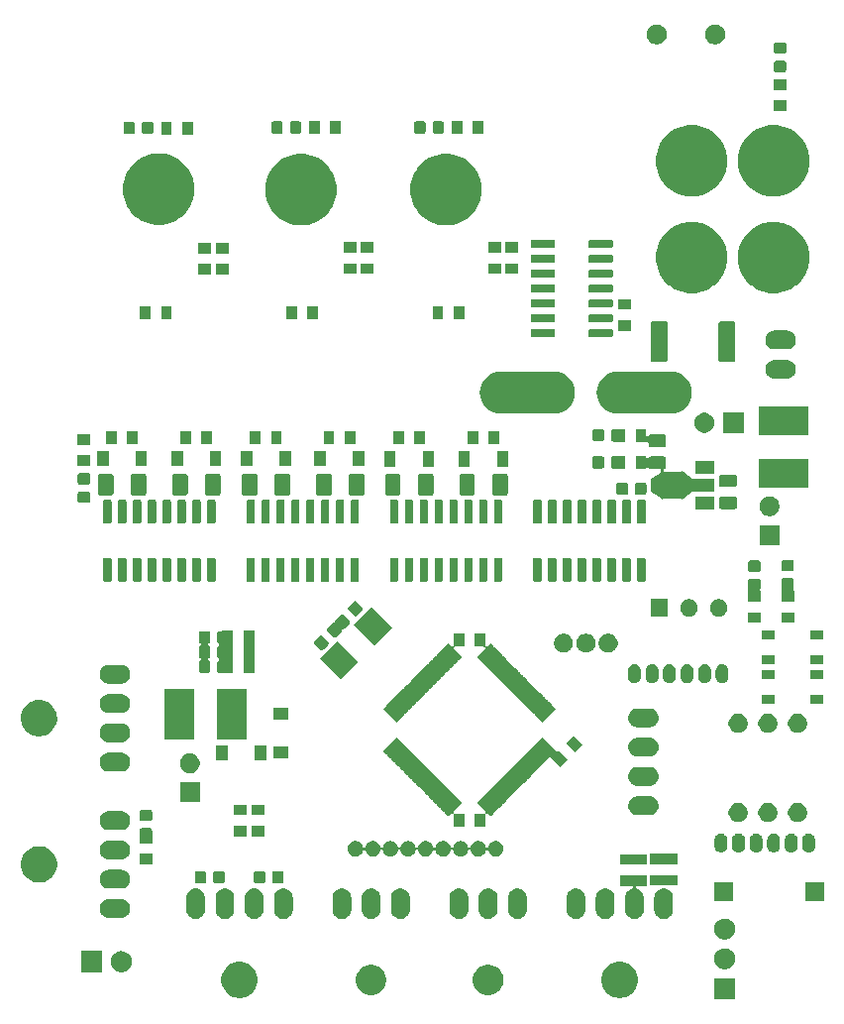
<source format=gbr>
G04 #@! TF.GenerationSoftware,KiCad,Pcbnew,(5.1.6)-1*
G04 #@! TF.CreationDate,2020-11-29T15:09:12+09:00*
G04 #@! TF.ProjectId,CAN_BLDCMD,43414e5f-424c-4444-934d-442e6b696361,rev?*
G04 #@! TF.SameCoordinates,Original*
G04 #@! TF.FileFunction,Soldermask,Top*
G04 #@! TF.FilePolarity,Negative*
%FSLAX46Y46*%
G04 Gerber Fmt 4.6, Leading zero omitted, Abs format (unit mm)*
G04 Created by KiCad (PCBNEW (5.1.6)-1) date 2020-11-29 15:09:12*
%MOMM*%
%LPD*%
G01*
G04 APERTURE LIST*
%ADD10C,0.100000*%
G04 APERTURE END LIST*
D10*
G36*
X235776000Y-142891000D02*
G01*
X233974000Y-142891000D01*
X233974000Y-141089000D01*
X235776000Y-141089000D01*
X235776000Y-142891000D01*
G37*
G36*
X226122193Y-139712811D02*
G01*
X226352410Y-139758604D01*
X226634674Y-139875521D01*
X226888705Y-140045259D01*
X227104741Y-140261295D01*
X227274479Y-140515326D01*
X227391396Y-140797590D01*
X227451000Y-141097240D01*
X227451000Y-141402760D01*
X227391396Y-141702410D01*
X227274479Y-141984674D01*
X227104741Y-142238705D01*
X226888705Y-142454741D01*
X226634674Y-142624479D01*
X226352410Y-142741396D01*
X226202585Y-142771198D01*
X226052761Y-142801000D01*
X225747239Y-142801000D01*
X225597415Y-142771198D01*
X225447590Y-142741396D01*
X225165326Y-142624479D01*
X224911295Y-142454741D01*
X224695259Y-142238705D01*
X224525521Y-141984674D01*
X224408604Y-141702410D01*
X224349000Y-141402760D01*
X224349000Y-141097240D01*
X224408604Y-140797590D01*
X224525521Y-140515326D01*
X224695259Y-140261295D01*
X224911295Y-140045259D01*
X225165326Y-139875521D01*
X225447590Y-139758604D01*
X225677807Y-139712811D01*
X225747239Y-139699000D01*
X226052761Y-139699000D01*
X226122193Y-139712811D01*
G37*
G36*
X193622193Y-139712811D02*
G01*
X193852410Y-139758604D01*
X194134674Y-139875521D01*
X194388705Y-140045259D01*
X194604741Y-140261295D01*
X194774479Y-140515326D01*
X194891396Y-140797590D01*
X194951000Y-141097240D01*
X194951000Y-141402760D01*
X194891396Y-141702410D01*
X194774479Y-141984674D01*
X194604741Y-142238705D01*
X194388705Y-142454741D01*
X194134674Y-142624479D01*
X193852410Y-142741396D01*
X193702585Y-142771198D01*
X193552761Y-142801000D01*
X193247239Y-142801000D01*
X193097415Y-142771198D01*
X192947590Y-142741396D01*
X192665326Y-142624479D01*
X192411295Y-142454741D01*
X192195259Y-142238705D01*
X192025521Y-141984674D01*
X191908604Y-141702410D01*
X191849000Y-141402760D01*
X191849000Y-141097240D01*
X191908604Y-140797590D01*
X192025521Y-140515326D01*
X192195259Y-140261295D01*
X192411295Y-140045259D01*
X192665326Y-139875521D01*
X192947590Y-139758604D01*
X193177807Y-139712811D01*
X193247239Y-139699000D01*
X193552761Y-139699000D01*
X193622193Y-139712811D01*
G37*
G36*
X205029487Y-139998996D02*
G01*
X205266253Y-140097068D01*
X205266255Y-140097069D01*
X205479339Y-140239447D01*
X205660553Y-140420661D01*
X205781052Y-140601000D01*
X205802932Y-140633747D01*
X205901004Y-140870513D01*
X205951000Y-141121861D01*
X205951000Y-141378139D01*
X205901004Y-141629487D01*
X205870798Y-141702410D01*
X205802931Y-141866255D01*
X205660553Y-142079339D01*
X205479339Y-142260553D01*
X205266255Y-142402931D01*
X205266254Y-142402932D01*
X205266253Y-142402932D01*
X205029487Y-142501004D01*
X204778139Y-142551000D01*
X204521861Y-142551000D01*
X204270513Y-142501004D01*
X204033747Y-142402932D01*
X204033746Y-142402932D01*
X204033745Y-142402931D01*
X203820661Y-142260553D01*
X203639447Y-142079339D01*
X203497069Y-141866255D01*
X203429202Y-141702410D01*
X203398996Y-141629487D01*
X203349000Y-141378139D01*
X203349000Y-141121861D01*
X203398996Y-140870513D01*
X203497068Y-140633747D01*
X203518949Y-140601000D01*
X203639447Y-140420661D01*
X203820661Y-140239447D01*
X204033745Y-140097069D01*
X204033747Y-140097068D01*
X204270513Y-139998996D01*
X204521861Y-139949000D01*
X204778139Y-139949000D01*
X205029487Y-139998996D01*
G37*
G36*
X215029487Y-139998996D02*
G01*
X215266253Y-140097068D01*
X215266255Y-140097069D01*
X215479339Y-140239447D01*
X215660553Y-140420661D01*
X215781052Y-140601000D01*
X215802932Y-140633747D01*
X215901004Y-140870513D01*
X215951000Y-141121861D01*
X215951000Y-141378139D01*
X215901004Y-141629487D01*
X215870798Y-141702410D01*
X215802931Y-141866255D01*
X215660553Y-142079339D01*
X215479339Y-142260553D01*
X215266255Y-142402931D01*
X215266254Y-142402932D01*
X215266253Y-142402932D01*
X215029487Y-142501004D01*
X214778139Y-142551000D01*
X214521861Y-142551000D01*
X214270513Y-142501004D01*
X214033747Y-142402932D01*
X214033746Y-142402932D01*
X214033745Y-142402931D01*
X213820661Y-142260553D01*
X213639447Y-142079339D01*
X213497069Y-141866255D01*
X213429202Y-141702410D01*
X213398996Y-141629487D01*
X213349000Y-141378139D01*
X213349000Y-141121861D01*
X213398996Y-140870513D01*
X213497068Y-140633747D01*
X213518949Y-140601000D01*
X213639447Y-140420661D01*
X213820661Y-140239447D01*
X214033745Y-140097069D01*
X214033747Y-140097068D01*
X214270513Y-139998996D01*
X214521861Y-139949000D01*
X214778139Y-139949000D01*
X215029487Y-139998996D01*
G37*
G36*
X181651000Y-140601000D02*
G01*
X179849000Y-140601000D01*
X179849000Y-138799000D01*
X181651000Y-138799000D01*
X181651000Y-140601000D01*
G37*
G36*
X183403512Y-138803927D02*
G01*
X183552812Y-138833624D01*
X183716784Y-138901544D01*
X183864354Y-139000147D01*
X183989853Y-139125646D01*
X184088456Y-139273216D01*
X184156376Y-139437188D01*
X184191000Y-139611259D01*
X184191000Y-139788741D01*
X184156376Y-139962812D01*
X184088456Y-140126784D01*
X183989853Y-140274354D01*
X183864354Y-140399853D01*
X183716784Y-140498456D01*
X183552812Y-140566376D01*
X183403512Y-140596073D01*
X183378742Y-140601000D01*
X183201258Y-140601000D01*
X183176488Y-140596073D01*
X183027188Y-140566376D01*
X182863216Y-140498456D01*
X182715646Y-140399853D01*
X182590147Y-140274354D01*
X182491544Y-140126784D01*
X182423624Y-139962812D01*
X182389000Y-139788741D01*
X182389000Y-139611259D01*
X182423624Y-139437188D01*
X182491544Y-139273216D01*
X182590147Y-139125646D01*
X182715646Y-139000147D01*
X182863216Y-138901544D01*
X183027188Y-138833624D01*
X183176488Y-138803927D01*
X183201258Y-138799000D01*
X183378742Y-138799000D01*
X183403512Y-138803927D01*
G37*
G36*
X234988512Y-138553927D02*
G01*
X235137812Y-138583624D01*
X235301784Y-138651544D01*
X235449354Y-138750147D01*
X235574853Y-138875646D01*
X235673456Y-139023216D01*
X235741376Y-139187188D01*
X235776000Y-139361259D01*
X235776000Y-139538741D01*
X235741376Y-139712812D01*
X235673456Y-139876784D01*
X235574853Y-140024354D01*
X235449354Y-140149853D01*
X235301784Y-140248456D01*
X235137812Y-140316376D01*
X234988512Y-140346073D01*
X234963742Y-140351000D01*
X234786258Y-140351000D01*
X234761488Y-140346073D01*
X234612188Y-140316376D01*
X234448216Y-140248456D01*
X234300646Y-140149853D01*
X234175147Y-140024354D01*
X234076544Y-139876784D01*
X234008624Y-139712812D01*
X233974000Y-139538741D01*
X233974000Y-139361259D01*
X234008624Y-139187188D01*
X234076544Y-139023216D01*
X234175147Y-138875646D01*
X234300646Y-138750147D01*
X234448216Y-138651544D01*
X234612188Y-138583624D01*
X234761488Y-138553927D01*
X234786258Y-138549000D01*
X234963742Y-138549000D01*
X234988512Y-138553927D01*
G37*
G36*
X234988512Y-136013927D02*
G01*
X235137812Y-136043624D01*
X235301784Y-136111544D01*
X235449354Y-136210147D01*
X235574853Y-136335646D01*
X235673456Y-136483216D01*
X235741376Y-136647188D01*
X235776000Y-136821259D01*
X235776000Y-136998741D01*
X235741376Y-137172812D01*
X235673456Y-137336784D01*
X235574853Y-137484354D01*
X235449354Y-137609853D01*
X235301784Y-137708456D01*
X235137812Y-137776376D01*
X234988512Y-137806073D01*
X234963742Y-137811000D01*
X234786258Y-137811000D01*
X234761488Y-137806073D01*
X234612188Y-137776376D01*
X234448216Y-137708456D01*
X234300646Y-137609853D01*
X234175147Y-137484354D01*
X234076544Y-137336784D01*
X234008624Y-137172812D01*
X233974000Y-136998741D01*
X233974000Y-136821259D01*
X234008624Y-136647188D01*
X234076544Y-136483216D01*
X234175147Y-136335646D01*
X234300646Y-136210147D01*
X234448216Y-136111544D01*
X234612188Y-136043624D01*
X234761488Y-136013927D01*
X234786258Y-136009000D01*
X234963742Y-136009000D01*
X234988512Y-136013927D01*
G37*
G36*
X222307022Y-133460590D02*
G01*
X222407681Y-133491125D01*
X222458012Y-133506392D01*
X222597164Y-133580771D01*
X222719133Y-133680867D01*
X222819229Y-133802835D01*
X222893608Y-133941987D01*
X222908875Y-133992318D01*
X222939410Y-134092977D01*
X222951000Y-134210655D01*
X222951000Y-135289345D01*
X222939410Y-135407023D01*
X222923942Y-135458013D01*
X222893608Y-135558013D01*
X222819229Y-135697165D01*
X222719133Y-135819133D01*
X222597165Y-135919229D01*
X222458013Y-135993608D01*
X222407682Y-136008875D01*
X222307023Y-136039410D01*
X222150000Y-136054875D01*
X221992978Y-136039410D01*
X221892319Y-136008875D01*
X221841988Y-135993608D01*
X221702836Y-135919229D01*
X221580868Y-135819133D01*
X221480772Y-135697165D01*
X221406393Y-135558013D01*
X221376059Y-135458013D01*
X221360591Y-135407023D01*
X221349001Y-135289345D01*
X221349000Y-134210656D01*
X221360590Y-134092978D01*
X221406392Y-133941989D01*
X221406392Y-133941988D01*
X221480771Y-133802836D01*
X221480772Y-133802835D01*
X221580867Y-133680867D01*
X221702835Y-133580771D01*
X221841987Y-133506392D01*
X221892318Y-133491125D01*
X221992977Y-133460590D01*
X222150000Y-133445125D01*
X222307022Y-133460590D01*
G37*
G36*
X224807022Y-133460590D02*
G01*
X224907681Y-133491125D01*
X224958012Y-133506392D01*
X225097164Y-133580771D01*
X225219133Y-133680867D01*
X225319229Y-133802835D01*
X225393608Y-133941987D01*
X225408875Y-133992318D01*
X225439410Y-134092977D01*
X225451000Y-134210655D01*
X225451000Y-135289345D01*
X225439410Y-135407023D01*
X225423942Y-135458013D01*
X225393608Y-135558013D01*
X225319229Y-135697165D01*
X225219133Y-135819133D01*
X225097165Y-135919229D01*
X224958013Y-135993608D01*
X224907682Y-136008875D01*
X224807023Y-136039410D01*
X224650000Y-136054875D01*
X224492978Y-136039410D01*
X224392319Y-136008875D01*
X224341988Y-135993608D01*
X224202836Y-135919229D01*
X224080868Y-135819133D01*
X223980772Y-135697165D01*
X223906393Y-135558013D01*
X223876059Y-135458013D01*
X223860591Y-135407023D01*
X223849001Y-135289345D01*
X223849000Y-134210656D01*
X223860590Y-134092978D01*
X223906392Y-133941989D01*
X223906392Y-133941988D01*
X223980771Y-133802836D01*
X223980772Y-133802835D01*
X224080867Y-133680867D01*
X224202835Y-133580771D01*
X224341987Y-133506392D01*
X224392318Y-133491125D01*
X224492977Y-133460590D01*
X224650000Y-133445125D01*
X224807022Y-133460590D01*
G37*
G36*
X228226000Y-133226000D02*
G01*
X227376357Y-133226000D01*
X227351971Y-133228402D01*
X227328522Y-133235515D01*
X227306911Y-133247066D01*
X227287969Y-133262611D01*
X227272424Y-133281553D01*
X227260873Y-133303164D01*
X227253760Y-133326613D01*
X227251358Y-133350999D01*
X227253760Y-133375385D01*
X227260873Y-133398834D01*
X227272424Y-133420445D01*
X227287969Y-133439387D01*
X227306911Y-133454932D01*
X227328522Y-133466483D01*
X227340065Y-133470613D01*
X227406768Y-133490848D01*
X227458012Y-133506392D01*
X227597164Y-133580771D01*
X227719133Y-133680867D01*
X227819229Y-133802835D01*
X227893608Y-133941987D01*
X227908875Y-133992318D01*
X227939410Y-134092977D01*
X227951000Y-134210655D01*
X227951000Y-135289345D01*
X227939410Y-135407023D01*
X227923942Y-135458013D01*
X227893608Y-135558013D01*
X227819229Y-135697165D01*
X227719133Y-135819133D01*
X227597165Y-135919229D01*
X227458013Y-135993608D01*
X227407682Y-136008875D01*
X227307023Y-136039410D01*
X227150000Y-136054875D01*
X226992978Y-136039410D01*
X226892319Y-136008875D01*
X226841988Y-135993608D01*
X226702836Y-135919229D01*
X226580868Y-135819133D01*
X226480772Y-135697165D01*
X226406393Y-135558013D01*
X226376059Y-135458013D01*
X226360591Y-135407023D01*
X226349001Y-135289345D01*
X226349000Y-134210656D01*
X226360590Y-134092978D01*
X226406392Y-133941989D01*
X226406392Y-133941988D01*
X226480771Y-133802836D01*
X226480772Y-133802835D01*
X226580867Y-133680867D01*
X226702835Y-133580771D01*
X226841987Y-133506392D01*
X226893231Y-133490848D01*
X226959931Y-133470615D01*
X226982566Y-133461238D01*
X227002940Y-133447625D01*
X227020267Y-133430298D01*
X227033881Y-133409923D01*
X227043258Y-133387285D01*
X227048039Y-133363251D01*
X227048039Y-133338747D01*
X227043259Y-133314714D01*
X227033881Y-133292075D01*
X227020268Y-133271701D01*
X227002941Y-133254374D01*
X226982566Y-133240760D01*
X226959928Y-133231383D01*
X226935894Y-133226602D01*
X226923642Y-133226000D01*
X225924000Y-133226000D01*
X225924000Y-132324000D01*
X228226000Y-132324000D01*
X228226000Y-133226000D01*
G37*
G36*
X197307022Y-133460590D02*
G01*
X197407681Y-133491125D01*
X197458012Y-133506392D01*
X197597164Y-133580771D01*
X197719133Y-133680867D01*
X197819229Y-133802835D01*
X197893608Y-133941987D01*
X197908875Y-133992318D01*
X197939410Y-134092977D01*
X197951000Y-134210655D01*
X197951000Y-135289345D01*
X197939410Y-135407023D01*
X197923942Y-135458013D01*
X197893608Y-135558013D01*
X197819229Y-135697165D01*
X197719133Y-135819133D01*
X197597165Y-135919229D01*
X197458013Y-135993608D01*
X197407682Y-136008875D01*
X197307023Y-136039410D01*
X197150000Y-136054875D01*
X196992978Y-136039410D01*
X196892319Y-136008875D01*
X196841988Y-135993608D01*
X196702836Y-135919229D01*
X196580868Y-135819133D01*
X196480772Y-135697165D01*
X196406393Y-135558013D01*
X196376059Y-135458013D01*
X196360591Y-135407023D01*
X196349001Y-135289345D01*
X196349000Y-134210656D01*
X196360590Y-134092978D01*
X196406392Y-133941989D01*
X196406392Y-133941988D01*
X196480771Y-133802836D01*
X196480772Y-133802835D01*
X196580867Y-133680867D01*
X196702835Y-133580771D01*
X196841987Y-133506392D01*
X196892318Y-133491125D01*
X196992977Y-133460590D01*
X197150000Y-133445125D01*
X197307022Y-133460590D01*
G37*
G36*
X229667936Y-133441483D02*
G01*
X229703519Y-133450396D01*
X229709651Y-133451000D01*
X229807022Y-133460590D01*
X229907681Y-133491125D01*
X229958012Y-133506392D01*
X230097164Y-133580771D01*
X230219133Y-133680867D01*
X230319229Y-133802835D01*
X230393608Y-133941987D01*
X230408875Y-133992318D01*
X230439410Y-134092977D01*
X230451000Y-134210655D01*
X230451000Y-135289345D01*
X230439410Y-135407023D01*
X230423942Y-135458013D01*
X230393608Y-135558013D01*
X230319229Y-135697165D01*
X230219133Y-135819133D01*
X230097165Y-135919229D01*
X229958013Y-135993608D01*
X229907682Y-136008875D01*
X229807023Y-136039410D01*
X229650000Y-136054875D01*
X229492978Y-136039410D01*
X229392319Y-136008875D01*
X229341988Y-135993608D01*
X229202836Y-135919229D01*
X229080868Y-135819133D01*
X228980772Y-135697165D01*
X228906393Y-135558013D01*
X228876059Y-135458013D01*
X228860591Y-135407023D01*
X228849001Y-135289345D01*
X228849000Y-134210656D01*
X228860590Y-134092978D01*
X228906392Y-133941989D01*
X228906392Y-133941988D01*
X228980771Y-133802836D01*
X228980772Y-133802835D01*
X229080867Y-133680867D01*
X229202835Y-133580771D01*
X229341987Y-133506392D01*
X229392318Y-133491125D01*
X229492977Y-133460590D01*
X229557655Y-133454220D01*
X229596480Y-133450396D01*
X229620513Y-133445616D01*
X229643152Y-133436238D01*
X229649806Y-133431792D01*
X229667936Y-133441483D01*
G37*
G36*
X194807022Y-133460590D02*
G01*
X194907681Y-133491125D01*
X194958012Y-133506392D01*
X195097164Y-133580771D01*
X195219133Y-133680867D01*
X195319229Y-133802835D01*
X195393608Y-133941987D01*
X195408875Y-133992318D01*
X195439410Y-134092977D01*
X195451000Y-134210655D01*
X195451000Y-135289345D01*
X195439410Y-135407023D01*
X195423942Y-135458013D01*
X195393608Y-135558013D01*
X195319229Y-135697165D01*
X195219133Y-135819133D01*
X195097165Y-135919229D01*
X194958013Y-135993608D01*
X194907682Y-136008875D01*
X194807023Y-136039410D01*
X194650000Y-136054875D01*
X194492978Y-136039410D01*
X194392319Y-136008875D01*
X194341988Y-135993608D01*
X194202836Y-135919229D01*
X194080868Y-135819133D01*
X193980772Y-135697165D01*
X193906393Y-135558013D01*
X193876059Y-135458013D01*
X193860591Y-135407023D01*
X193849001Y-135289345D01*
X193849000Y-134210656D01*
X193860590Y-134092978D01*
X193906392Y-133941989D01*
X193906392Y-133941988D01*
X193980771Y-133802836D01*
X193980772Y-133802835D01*
X194080867Y-133680867D01*
X194202835Y-133580771D01*
X194341987Y-133506392D01*
X194392318Y-133491125D01*
X194492977Y-133460590D01*
X194650000Y-133445125D01*
X194807022Y-133460590D01*
G37*
G36*
X207307022Y-133460590D02*
G01*
X207407681Y-133491125D01*
X207458012Y-133506392D01*
X207597164Y-133580771D01*
X207719133Y-133680867D01*
X207819229Y-133802835D01*
X207893608Y-133941987D01*
X207908875Y-133992318D01*
X207939410Y-134092977D01*
X207951000Y-134210655D01*
X207951000Y-135289345D01*
X207939410Y-135407023D01*
X207923942Y-135458013D01*
X207893608Y-135558013D01*
X207819229Y-135697165D01*
X207719133Y-135819133D01*
X207597165Y-135919229D01*
X207458013Y-135993608D01*
X207407682Y-136008875D01*
X207307023Y-136039410D01*
X207150000Y-136054875D01*
X206992978Y-136039410D01*
X206892319Y-136008875D01*
X206841988Y-135993608D01*
X206702836Y-135919229D01*
X206580868Y-135819133D01*
X206480772Y-135697165D01*
X206406393Y-135558013D01*
X206376059Y-135458013D01*
X206360591Y-135407023D01*
X206349001Y-135289345D01*
X206349000Y-134210656D01*
X206360590Y-134092978D01*
X206406392Y-133941989D01*
X206406392Y-133941988D01*
X206480771Y-133802836D01*
X206480772Y-133802835D01*
X206580867Y-133680867D01*
X206702835Y-133580771D01*
X206841987Y-133506392D01*
X206892318Y-133491125D01*
X206992977Y-133460590D01*
X207150000Y-133445125D01*
X207307022Y-133460590D01*
G37*
G36*
X202307022Y-133460590D02*
G01*
X202407681Y-133491125D01*
X202458012Y-133506392D01*
X202597164Y-133580771D01*
X202719133Y-133680867D01*
X202819229Y-133802835D01*
X202893608Y-133941987D01*
X202908875Y-133992318D01*
X202939410Y-134092977D01*
X202951000Y-134210655D01*
X202951000Y-135289345D01*
X202939410Y-135407023D01*
X202923942Y-135458013D01*
X202893608Y-135558013D01*
X202819229Y-135697165D01*
X202719133Y-135819133D01*
X202597165Y-135919229D01*
X202458013Y-135993608D01*
X202407682Y-136008875D01*
X202307023Y-136039410D01*
X202150000Y-136054875D01*
X201992978Y-136039410D01*
X201892319Y-136008875D01*
X201841988Y-135993608D01*
X201702836Y-135919229D01*
X201580868Y-135819133D01*
X201480772Y-135697165D01*
X201406393Y-135558013D01*
X201376059Y-135458013D01*
X201360591Y-135407023D01*
X201349001Y-135289345D01*
X201349000Y-134210656D01*
X201360590Y-134092978D01*
X201406392Y-133941989D01*
X201406392Y-133941988D01*
X201480771Y-133802836D01*
X201480772Y-133802835D01*
X201580867Y-133680867D01*
X201702835Y-133580771D01*
X201841987Y-133506392D01*
X201892318Y-133491125D01*
X201992977Y-133460590D01*
X202150000Y-133445125D01*
X202307022Y-133460590D01*
G37*
G36*
X212307022Y-133460590D02*
G01*
X212407681Y-133491125D01*
X212458012Y-133506392D01*
X212597164Y-133580771D01*
X212719133Y-133680867D01*
X212819229Y-133802835D01*
X212893608Y-133941987D01*
X212908875Y-133992318D01*
X212939410Y-134092977D01*
X212951000Y-134210655D01*
X212951000Y-135289345D01*
X212939410Y-135407023D01*
X212923942Y-135458013D01*
X212893608Y-135558013D01*
X212819229Y-135697165D01*
X212719133Y-135819133D01*
X212597165Y-135919229D01*
X212458013Y-135993608D01*
X212407682Y-136008875D01*
X212307023Y-136039410D01*
X212150000Y-136054875D01*
X211992978Y-136039410D01*
X211892319Y-136008875D01*
X211841988Y-135993608D01*
X211702836Y-135919229D01*
X211580868Y-135819133D01*
X211480772Y-135697165D01*
X211406393Y-135558013D01*
X211376059Y-135458013D01*
X211360591Y-135407023D01*
X211349001Y-135289345D01*
X211349000Y-134210656D01*
X211360590Y-134092978D01*
X211406392Y-133941989D01*
X211406392Y-133941988D01*
X211480771Y-133802836D01*
X211480772Y-133802835D01*
X211580867Y-133680867D01*
X211702835Y-133580771D01*
X211841987Y-133506392D01*
X211892318Y-133491125D01*
X211992977Y-133460590D01*
X212150000Y-133445125D01*
X212307022Y-133460590D01*
G37*
G36*
X214807022Y-133460590D02*
G01*
X214907681Y-133491125D01*
X214958012Y-133506392D01*
X215097164Y-133580771D01*
X215219133Y-133680867D01*
X215319229Y-133802835D01*
X215393608Y-133941987D01*
X215408875Y-133992318D01*
X215439410Y-134092977D01*
X215451000Y-134210655D01*
X215451000Y-135289345D01*
X215439410Y-135407023D01*
X215423942Y-135458013D01*
X215393608Y-135558013D01*
X215319229Y-135697165D01*
X215219133Y-135819133D01*
X215097165Y-135919229D01*
X214958013Y-135993608D01*
X214907682Y-136008875D01*
X214807023Y-136039410D01*
X214650000Y-136054875D01*
X214492978Y-136039410D01*
X214392319Y-136008875D01*
X214341988Y-135993608D01*
X214202836Y-135919229D01*
X214080868Y-135819133D01*
X213980772Y-135697165D01*
X213906393Y-135558013D01*
X213876059Y-135458013D01*
X213860591Y-135407023D01*
X213849001Y-135289345D01*
X213849000Y-134210656D01*
X213860590Y-134092978D01*
X213906392Y-133941989D01*
X213906392Y-133941988D01*
X213980771Y-133802836D01*
X213980772Y-133802835D01*
X214080867Y-133680867D01*
X214202835Y-133580771D01*
X214341987Y-133506392D01*
X214392318Y-133491125D01*
X214492977Y-133460590D01*
X214650000Y-133445125D01*
X214807022Y-133460590D01*
G37*
G36*
X217307022Y-133460590D02*
G01*
X217407681Y-133491125D01*
X217458012Y-133506392D01*
X217597164Y-133580771D01*
X217719133Y-133680867D01*
X217819229Y-133802835D01*
X217893608Y-133941987D01*
X217908875Y-133992318D01*
X217939410Y-134092977D01*
X217951000Y-134210655D01*
X217951000Y-135289345D01*
X217939410Y-135407023D01*
X217923942Y-135458013D01*
X217893608Y-135558013D01*
X217819229Y-135697165D01*
X217719133Y-135819133D01*
X217597165Y-135919229D01*
X217458013Y-135993608D01*
X217407682Y-136008875D01*
X217307023Y-136039410D01*
X217150000Y-136054875D01*
X216992978Y-136039410D01*
X216892319Y-136008875D01*
X216841988Y-135993608D01*
X216702836Y-135919229D01*
X216580868Y-135819133D01*
X216480772Y-135697165D01*
X216406393Y-135558013D01*
X216376059Y-135458013D01*
X216360591Y-135407023D01*
X216349001Y-135289345D01*
X216349000Y-134210656D01*
X216360590Y-134092978D01*
X216406392Y-133941989D01*
X216406392Y-133941988D01*
X216480771Y-133802836D01*
X216480772Y-133802835D01*
X216580867Y-133680867D01*
X216702835Y-133580771D01*
X216841987Y-133506392D01*
X216892318Y-133491125D01*
X216992977Y-133460590D01*
X217150000Y-133445125D01*
X217307022Y-133460590D01*
G37*
G36*
X189807022Y-133460590D02*
G01*
X189907681Y-133491125D01*
X189958012Y-133506392D01*
X190097164Y-133580771D01*
X190219133Y-133680867D01*
X190319229Y-133802835D01*
X190393608Y-133941987D01*
X190408875Y-133992318D01*
X190439410Y-134092977D01*
X190451000Y-134210655D01*
X190451000Y-135289345D01*
X190439410Y-135407023D01*
X190423942Y-135458013D01*
X190393608Y-135558013D01*
X190319229Y-135697165D01*
X190219133Y-135819133D01*
X190097165Y-135919229D01*
X189958013Y-135993608D01*
X189907682Y-136008875D01*
X189807023Y-136039410D01*
X189650000Y-136054875D01*
X189492978Y-136039410D01*
X189392319Y-136008875D01*
X189341988Y-135993608D01*
X189202836Y-135919229D01*
X189080868Y-135819133D01*
X188980772Y-135697165D01*
X188906393Y-135558013D01*
X188876059Y-135458013D01*
X188860591Y-135407023D01*
X188849001Y-135289345D01*
X188849000Y-134210656D01*
X188860590Y-134092978D01*
X188906392Y-133941989D01*
X188906392Y-133941988D01*
X188980771Y-133802836D01*
X188980772Y-133802835D01*
X189080867Y-133680867D01*
X189202835Y-133580771D01*
X189341987Y-133506392D01*
X189392318Y-133491125D01*
X189492977Y-133460590D01*
X189650000Y-133445125D01*
X189807022Y-133460590D01*
G37*
G36*
X192307022Y-133460590D02*
G01*
X192407681Y-133491125D01*
X192458012Y-133506392D01*
X192597164Y-133580771D01*
X192719133Y-133680867D01*
X192819229Y-133802835D01*
X192893608Y-133941987D01*
X192908875Y-133992318D01*
X192939410Y-134092977D01*
X192951000Y-134210655D01*
X192951000Y-135289345D01*
X192939410Y-135407023D01*
X192923942Y-135458013D01*
X192893608Y-135558013D01*
X192819229Y-135697165D01*
X192719133Y-135819133D01*
X192597165Y-135919229D01*
X192458013Y-135993608D01*
X192407682Y-136008875D01*
X192307023Y-136039410D01*
X192150000Y-136054875D01*
X191992978Y-136039410D01*
X191892319Y-136008875D01*
X191841988Y-135993608D01*
X191702836Y-135919229D01*
X191580868Y-135819133D01*
X191480772Y-135697165D01*
X191406393Y-135558013D01*
X191376059Y-135458013D01*
X191360591Y-135407023D01*
X191349001Y-135289345D01*
X191349000Y-134210656D01*
X191360590Y-134092978D01*
X191406392Y-133941989D01*
X191406392Y-133941988D01*
X191480771Y-133802836D01*
X191480772Y-133802835D01*
X191580867Y-133680867D01*
X191702835Y-133580771D01*
X191841987Y-133506392D01*
X191892318Y-133491125D01*
X191992977Y-133460590D01*
X192150000Y-133445125D01*
X192307022Y-133460590D01*
G37*
G36*
X204807022Y-133460590D02*
G01*
X204907681Y-133491125D01*
X204958012Y-133506392D01*
X205097164Y-133580771D01*
X205219133Y-133680867D01*
X205319229Y-133802835D01*
X205393608Y-133941987D01*
X205408875Y-133992318D01*
X205439410Y-134092977D01*
X205451000Y-134210655D01*
X205451000Y-135289345D01*
X205439410Y-135407023D01*
X205423942Y-135458013D01*
X205393608Y-135558013D01*
X205319229Y-135697165D01*
X205219133Y-135819133D01*
X205097165Y-135919229D01*
X204958013Y-135993608D01*
X204907682Y-136008875D01*
X204807023Y-136039410D01*
X204650000Y-136054875D01*
X204492978Y-136039410D01*
X204392319Y-136008875D01*
X204341988Y-135993608D01*
X204202836Y-135919229D01*
X204080868Y-135819133D01*
X203980772Y-135697165D01*
X203906393Y-135558013D01*
X203876059Y-135458013D01*
X203860591Y-135407023D01*
X203849001Y-135289345D01*
X203849000Y-134210656D01*
X203860590Y-134092978D01*
X203906392Y-133941989D01*
X203906392Y-133941988D01*
X203980771Y-133802836D01*
X203980772Y-133802835D01*
X204080867Y-133680867D01*
X204202835Y-133580771D01*
X204341987Y-133506392D01*
X204392318Y-133491125D01*
X204492977Y-133460590D01*
X204650000Y-133445125D01*
X204807022Y-133460590D01*
G37*
G36*
X183328571Y-134352863D02*
G01*
X183407023Y-134360590D01*
X183507682Y-134391125D01*
X183558013Y-134406392D01*
X183697165Y-134480771D01*
X183819133Y-134580867D01*
X183919229Y-134702835D01*
X183993608Y-134841987D01*
X183993608Y-134841988D01*
X184039410Y-134992977D01*
X184054875Y-135150000D01*
X184039410Y-135307023D01*
X184009076Y-135407021D01*
X183993608Y-135458013D01*
X183919229Y-135597165D01*
X183819133Y-135719133D01*
X183697165Y-135819229D01*
X183558013Y-135893608D01*
X183507682Y-135908875D01*
X183407023Y-135939410D01*
X183328571Y-135947137D01*
X183289346Y-135951000D01*
X182210654Y-135951000D01*
X182171429Y-135947137D01*
X182092977Y-135939410D01*
X181992318Y-135908875D01*
X181941987Y-135893608D01*
X181802835Y-135819229D01*
X181680867Y-135719133D01*
X181580771Y-135597165D01*
X181506392Y-135458013D01*
X181490924Y-135407021D01*
X181460590Y-135307023D01*
X181445125Y-135150000D01*
X181460590Y-134992977D01*
X181506392Y-134841988D01*
X181506392Y-134841987D01*
X181580771Y-134702835D01*
X181680867Y-134580867D01*
X181802835Y-134480771D01*
X181941987Y-134406392D01*
X181992318Y-134391125D01*
X182092977Y-134360590D01*
X182171429Y-134352863D01*
X182210654Y-134349000D01*
X183289346Y-134349000D01*
X183328571Y-134352863D01*
G37*
G36*
X243351000Y-134551000D02*
G01*
X241749000Y-134551000D01*
X241749000Y-132949000D01*
X243351000Y-132949000D01*
X243351000Y-134551000D01*
G37*
G36*
X235551000Y-134551000D02*
G01*
X233949000Y-134551000D01*
X233949000Y-132949000D01*
X235551000Y-132949000D01*
X235551000Y-134551000D01*
G37*
G36*
X183323958Y-131852409D02*
G01*
X183407023Y-131860590D01*
X183507682Y-131891125D01*
X183558013Y-131906392D01*
X183697165Y-131980771D01*
X183819133Y-132080867D01*
X183919229Y-132202835D01*
X183993608Y-132341987D01*
X183993608Y-132341988D01*
X184039410Y-132492977D01*
X184054875Y-132650000D01*
X184039410Y-132807023D01*
X184017397Y-132879591D01*
X183993608Y-132958013D01*
X183919229Y-133097165D01*
X183819133Y-133219133D01*
X183697165Y-133319229D01*
X183558013Y-133393608D01*
X183507682Y-133408875D01*
X183407023Y-133439410D01*
X183348996Y-133445125D01*
X183289346Y-133451000D01*
X182210654Y-133451000D01*
X182151004Y-133445125D01*
X182092977Y-133439410D01*
X181992318Y-133408875D01*
X181941987Y-133393608D01*
X181802835Y-133319229D01*
X181680867Y-133219133D01*
X181580771Y-133097165D01*
X181506392Y-132958013D01*
X181482603Y-132879591D01*
X181460590Y-132807023D01*
X181445125Y-132650000D01*
X181460590Y-132492977D01*
X181506392Y-132341988D01*
X181506392Y-132341987D01*
X181580771Y-132202835D01*
X181680867Y-132080867D01*
X181802835Y-131980771D01*
X181941987Y-131906392D01*
X181992318Y-131891125D01*
X182092977Y-131860590D01*
X182176042Y-131852409D01*
X182210654Y-131849000D01*
X183289346Y-131849000D01*
X183323958Y-131852409D01*
G37*
G36*
X230826000Y-133201000D02*
G01*
X229715771Y-133201000D01*
X229691385Y-133203402D01*
X229667936Y-133210515D01*
X229649806Y-133220206D01*
X229643152Y-133215760D01*
X229620513Y-133206382D01*
X229584228Y-133201000D01*
X228499000Y-133201000D01*
X228499000Y-132299000D01*
X230826000Y-132299000D01*
X230826000Y-133201000D01*
G37*
G36*
X191979591Y-131978085D02*
G01*
X192013569Y-131988393D01*
X192044890Y-132005134D01*
X192072339Y-132027661D01*
X192094866Y-132055110D01*
X192111607Y-132086431D01*
X192121915Y-132120409D01*
X192126000Y-132161890D01*
X192126000Y-132838110D01*
X192121915Y-132879591D01*
X192111607Y-132913569D01*
X192094866Y-132944890D01*
X192072339Y-132972339D01*
X192044890Y-132994866D01*
X192013569Y-133011607D01*
X191979591Y-133021915D01*
X191938110Y-133026000D01*
X191336890Y-133026000D01*
X191295409Y-133021915D01*
X191261431Y-133011607D01*
X191230110Y-132994866D01*
X191202661Y-132972339D01*
X191180134Y-132944890D01*
X191163393Y-132913569D01*
X191153085Y-132879591D01*
X191149000Y-132838110D01*
X191149000Y-132161890D01*
X191153085Y-132120409D01*
X191163393Y-132086431D01*
X191180134Y-132055110D01*
X191202661Y-132027661D01*
X191230110Y-132005134D01*
X191261431Y-131988393D01*
X191295409Y-131978085D01*
X191336890Y-131974000D01*
X191938110Y-131974000D01*
X191979591Y-131978085D01*
G37*
G36*
X197029591Y-131978085D02*
G01*
X197063569Y-131988393D01*
X197094890Y-132005134D01*
X197122339Y-132027661D01*
X197144866Y-132055110D01*
X197161607Y-132086431D01*
X197171915Y-132120409D01*
X197176000Y-132161890D01*
X197176000Y-132838110D01*
X197171915Y-132879591D01*
X197161607Y-132913569D01*
X197144866Y-132944890D01*
X197122339Y-132972339D01*
X197094890Y-132994866D01*
X197063569Y-133011607D01*
X197029591Y-133021915D01*
X196988110Y-133026000D01*
X196386890Y-133026000D01*
X196345409Y-133021915D01*
X196311431Y-133011607D01*
X196280110Y-132994866D01*
X196252661Y-132972339D01*
X196230134Y-132944890D01*
X196213393Y-132913569D01*
X196203085Y-132879591D01*
X196199000Y-132838110D01*
X196199000Y-132161890D01*
X196203085Y-132120409D01*
X196213393Y-132086431D01*
X196230134Y-132055110D01*
X196252661Y-132027661D01*
X196280110Y-132005134D01*
X196311431Y-131988393D01*
X196345409Y-131978085D01*
X196386890Y-131974000D01*
X196988110Y-131974000D01*
X197029591Y-131978085D01*
G37*
G36*
X195454591Y-131978085D02*
G01*
X195488569Y-131988393D01*
X195519890Y-132005134D01*
X195547339Y-132027661D01*
X195569866Y-132055110D01*
X195586607Y-132086431D01*
X195596915Y-132120409D01*
X195601000Y-132161890D01*
X195601000Y-132838110D01*
X195596915Y-132879591D01*
X195586607Y-132913569D01*
X195569866Y-132944890D01*
X195547339Y-132972339D01*
X195519890Y-132994866D01*
X195488569Y-133011607D01*
X195454591Y-133021915D01*
X195413110Y-133026000D01*
X194811890Y-133026000D01*
X194770409Y-133021915D01*
X194736431Y-133011607D01*
X194705110Y-132994866D01*
X194677661Y-132972339D01*
X194655134Y-132944890D01*
X194638393Y-132913569D01*
X194628085Y-132879591D01*
X194624000Y-132838110D01*
X194624000Y-132161890D01*
X194628085Y-132120409D01*
X194638393Y-132086431D01*
X194655134Y-132055110D01*
X194677661Y-132027661D01*
X194705110Y-132005134D01*
X194736431Y-131988393D01*
X194770409Y-131978085D01*
X194811890Y-131974000D01*
X195413110Y-131974000D01*
X195454591Y-131978085D01*
G37*
G36*
X190404591Y-131978085D02*
G01*
X190438569Y-131988393D01*
X190469890Y-132005134D01*
X190497339Y-132027661D01*
X190519866Y-132055110D01*
X190536607Y-132086431D01*
X190546915Y-132120409D01*
X190551000Y-132161890D01*
X190551000Y-132838110D01*
X190546915Y-132879591D01*
X190536607Y-132913569D01*
X190519866Y-132944890D01*
X190497339Y-132972339D01*
X190469890Y-132994866D01*
X190438569Y-133011607D01*
X190404591Y-133021915D01*
X190363110Y-133026000D01*
X189761890Y-133026000D01*
X189720409Y-133021915D01*
X189686431Y-133011607D01*
X189655110Y-132994866D01*
X189627661Y-132972339D01*
X189605134Y-132944890D01*
X189588393Y-132913569D01*
X189578085Y-132879591D01*
X189574000Y-132838110D01*
X189574000Y-132161890D01*
X189578085Y-132120409D01*
X189588393Y-132086431D01*
X189605134Y-132055110D01*
X189627661Y-132027661D01*
X189655110Y-132005134D01*
X189686431Y-131988393D01*
X189720409Y-131978085D01*
X189761890Y-131974000D01*
X190363110Y-131974000D01*
X190404591Y-131978085D01*
G37*
G36*
X176458614Y-129860110D02*
G01*
X176702410Y-129908604D01*
X176984674Y-130025521D01*
X177238705Y-130195259D01*
X177454741Y-130411295D01*
X177624479Y-130665326D01*
X177741396Y-130947590D01*
X177801000Y-131247240D01*
X177801000Y-131552760D01*
X177741396Y-131852410D01*
X177624479Y-132134674D01*
X177454741Y-132388705D01*
X177238705Y-132604741D01*
X176984674Y-132774479D01*
X176702410Y-132891396D01*
X176552585Y-132921198D01*
X176402761Y-132951000D01*
X176097239Y-132951000D01*
X175947415Y-132921198D01*
X175797590Y-132891396D01*
X175515326Y-132774479D01*
X175261295Y-132604741D01*
X175045259Y-132388705D01*
X174875521Y-132134674D01*
X174758604Y-131852410D01*
X174699000Y-131552760D01*
X174699000Y-131247240D01*
X174758604Y-130947590D01*
X174875521Y-130665326D01*
X175045259Y-130411295D01*
X175261295Y-130195259D01*
X175515326Y-130025521D01*
X175797590Y-129908604D01*
X176041386Y-129860110D01*
X176097239Y-129849000D01*
X176402761Y-129849000D01*
X176458614Y-129860110D01*
G37*
G36*
X228226000Y-131426000D02*
G01*
X225924000Y-131426000D01*
X225924000Y-130524000D01*
X228226000Y-130524000D01*
X228226000Y-131426000D01*
G37*
G36*
X230826000Y-131401000D02*
G01*
X228499000Y-131401000D01*
X228499000Y-130499000D01*
X230826000Y-130499000D01*
X230826000Y-131401000D01*
G37*
G36*
X186001000Y-131401000D02*
G01*
X184899000Y-131401000D01*
X184899000Y-130499000D01*
X186001000Y-130499000D01*
X186001000Y-131401000D01*
G37*
G36*
X183328571Y-129352863D02*
G01*
X183407023Y-129360590D01*
X183507682Y-129391125D01*
X183558013Y-129406392D01*
X183697165Y-129480771D01*
X183819133Y-129580867D01*
X183919229Y-129702835D01*
X183993608Y-129841987D01*
X183993608Y-129841988D01*
X184039410Y-129992977D01*
X184054875Y-130150000D01*
X184039410Y-130307023D01*
X184034405Y-130323521D01*
X183993608Y-130458013D01*
X183919229Y-130597165D01*
X183819133Y-130719133D01*
X183697165Y-130819229D01*
X183558013Y-130893608D01*
X183507682Y-130908875D01*
X183407023Y-130939410D01*
X183328571Y-130947137D01*
X183289346Y-130951000D01*
X182210654Y-130951000D01*
X182171429Y-130947137D01*
X182092977Y-130939410D01*
X181992318Y-130908875D01*
X181941987Y-130893608D01*
X181802835Y-130819229D01*
X181680867Y-130719133D01*
X181580771Y-130597165D01*
X181506392Y-130458013D01*
X181465595Y-130323521D01*
X181460590Y-130307023D01*
X181445125Y-130150000D01*
X181460590Y-129992977D01*
X181506392Y-129841988D01*
X181506392Y-129841987D01*
X181580771Y-129702835D01*
X181680867Y-129580867D01*
X181802835Y-129480771D01*
X181941987Y-129406392D01*
X181992318Y-129391125D01*
X182092977Y-129360590D01*
X182171429Y-129352863D01*
X182210654Y-129349000D01*
X183289346Y-129349000D01*
X183328571Y-129352863D01*
G37*
G36*
X203489890Y-129424017D02*
G01*
X203608364Y-129473091D01*
X203714988Y-129544335D01*
X203805665Y-129635012D01*
X203876909Y-129741636D01*
X203918477Y-129841988D01*
X203925983Y-129860111D01*
X203927403Y-129867249D01*
X203934516Y-129890698D01*
X203946067Y-129912309D01*
X203961612Y-129931251D01*
X203980554Y-129946797D01*
X204002164Y-129958348D01*
X204025613Y-129965461D01*
X204049999Y-129967863D01*
X204074385Y-129965461D01*
X204097834Y-129958348D01*
X204119445Y-129946797D01*
X204138387Y-129931252D01*
X204153933Y-129912310D01*
X204165484Y-129890700D01*
X204172597Y-129867249D01*
X204174017Y-129860111D01*
X204181524Y-129841988D01*
X204223091Y-129741636D01*
X204294335Y-129635012D01*
X204385012Y-129544335D01*
X204491636Y-129473091D01*
X204610110Y-129424017D01*
X204735881Y-129399000D01*
X204864119Y-129399000D01*
X204989890Y-129424017D01*
X205108364Y-129473091D01*
X205214988Y-129544335D01*
X205305665Y-129635012D01*
X205376909Y-129741636D01*
X205418477Y-129841988D01*
X205425983Y-129860111D01*
X205427403Y-129867249D01*
X205434516Y-129890698D01*
X205446067Y-129912309D01*
X205461612Y-129931251D01*
X205480554Y-129946797D01*
X205502164Y-129958348D01*
X205525613Y-129965461D01*
X205549999Y-129967863D01*
X205574385Y-129965461D01*
X205597834Y-129958348D01*
X205619445Y-129946797D01*
X205638387Y-129931252D01*
X205653933Y-129912310D01*
X205665484Y-129890700D01*
X205672597Y-129867249D01*
X205674017Y-129860111D01*
X205681524Y-129841988D01*
X205723091Y-129741636D01*
X205794335Y-129635012D01*
X205885012Y-129544335D01*
X205991636Y-129473091D01*
X206110110Y-129424017D01*
X206235881Y-129399000D01*
X206364119Y-129399000D01*
X206489890Y-129424017D01*
X206608364Y-129473091D01*
X206714988Y-129544335D01*
X206805665Y-129635012D01*
X206876909Y-129741636D01*
X206918477Y-129841988D01*
X206925983Y-129860111D01*
X206927403Y-129867249D01*
X206934516Y-129890698D01*
X206946067Y-129912309D01*
X206961612Y-129931251D01*
X206980554Y-129946797D01*
X207002164Y-129958348D01*
X207025613Y-129965461D01*
X207049999Y-129967863D01*
X207074385Y-129965461D01*
X207097834Y-129958348D01*
X207119445Y-129946797D01*
X207138387Y-129931252D01*
X207153933Y-129912310D01*
X207165484Y-129890700D01*
X207172597Y-129867249D01*
X207174017Y-129860111D01*
X207181524Y-129841988D01*
X207223091Y-129741636D01*
X207294335Y-129635012D01*
X207385012Y-129544335D01*
X207491636Y-129473091D01*
X207610110Y-129424017D01*
X207735881Y-129399000D01*
X207864119Y-129399000D01*
X207989890Y-129424017D01*
X208108364Y-129473091D01*
X208214988Y-129544335D01*
X208305665Y-129635012D01*
X208376909Y-129741636D01*
X208418477Y-129841988D01*
X208425983Y-129860111D01*
X208427403Y-129867249D01*
X208434516Y-129890698D01*
X208446067Y-129912309D01*
X208461612Y-129931251D01*
X208480554Y-129946797D01*
X208502164Y-129958348D01*
X208525613Y-129965461D01*
X208549999Y-129967863D01*
X208574385Y-129965461D01*
X208597834Y-129958348D01*
X208619445Y-129946797D01*
X208638387Y-129931252D01*
X208653933Y-129912310D01*
X208665484Y-129890700D01*
X208672597Y-129867249D01*
X208674017Y-129860111D01*
X208681524Y-129841988D01*
X208723091Y-129741636D01*
X208794335Y-129635012D01*
X208885012Y-129544335D01*
X208991636Y-129473091D01*
X209110110Y-129424017D01*
X209235881Y-129399000D01*
X209364119Y-129399000D01*
X209489890Y-129424017D01*
X209608364Y-129473091D01*
X209714988Y-129544335D01*
X209805665Y-129635012D01*
X209876909Y-129741636D01*
X209918477Y-129841988D01*
X209925983Y-129860111D01*
X209927403Y-129867249D01*
X209934516Y-129890698D01*
X209946067Y-129912309D01*
X209961612Y-129931251D01*
X209980554Y-129946797D01*
X210002164Y-129958348D01*
X210025613Y-129965461D01*
X210049999Y-129967863D01*
X210074385Y-129965461D01*
X210097834Y-129958348D01*
X210119445Y-129946797D01*
X210138387Y-129931252D01*
X210153933Y-129912310D01*
X210165484Y-129890700D01*
X210172597Y-129867249D01*
X210174017Y-129860111D01*
X210181524Y-129841988D01*
X210223091Y-129741636D01*
X210294335Y-129635012D01*
X210385012Y-129544335D01*
X210491636Y-129473091D01*
X210610110Y-129424017D01*
X210735881Y-129399000D01*
X210864119Y-129399000D01*
X210989890Y-129424017D01*
X211108364Y-129473091D01*
X211214988Y-129544335D01*
X211305665Y-129635012D01*
X211376909Y-129741636D01*
X211418477Y-129841988D01*
X211425983Y-129860111D01*
X211427403Y-129867249D01*
X211434516Y-129890698D01*
X211446067Y-129912309D01*
X211461612Y-129931251D01*
X211480554Y-129946797D01*
X211502164Y-129958348D01*
X211525613Y-129965461D01*
X211549999Y-129967863D01*
X211574385Y-129965461D01*
X211597834Y-129958348D01*
X211619445Y-129946797D01*
X211638387Y-129931252D01*
X211653933Y-129912310D01*
X211665484Y-129890700D01*
X211672597Y-129867249D01*
X211674017Y-129860111D01*
X211681524Y-129841988D01*
X211723091Y-129741636D01*
X211794335Y-129635012D01*
X211885012Y-129544335D01*
X211991636Y-129473091D01*
X212110110Y-129424017D01*
X212235881Y-129399000D01*
X212364119Y-129399000D01*
X212489890Y-129424017D01*
X212608364Y-129473091D01*
X212714988Y-129544335D01*
X212805665Y-129635012D01*
X212876909Y-129741636D01*
X212918477Y-129841988D01*
X212925983Y-129860111D01*
X212927403Y-129867249D01*
X212934516Y-129890698D01*
X212946067Y-129912309D01*
X212961612Y-129931251D01*
X212980554Y-129946797D01*
X213002164Y-129958348D01*
X213025613Y-129965461D01*
X213049999Y-129967863D01*
X213074385Y-129965461D01*
X213097834Y-129958348D01*
X213119445Y-129946797D01*
X213138387Y-129931252D01*
X213153933Y-129912310D01*
X213165484Y-129890700D01*
X213172597Y-129867249D01*
X213174017Y-129860111D01*
X213181524Y-129841988D01*
X213223091Y-129741636D01*
X213294335Y-129635012D01*
X213385012Y-129544335D01*
X213491636Y-129473091D01*
X213610110Y-129424017D01*
X213735881Y-129399000D01*
X213864119Y-129399000D01*
X213989890Y-129424017D01*
X214108364Y-129473091D01*
X214214988Y-129544335D01*
X214305665Y-129635012D01*
X214376909Y-129741636D01*
X214418477Y-129841988D01*
X214425983Y-129860111D01*
X214427403Y-129867249D01*
X214434516Y-129890698D01*
X214446067Y-129912309D01*
X214461612Y-129931251D01*
X214480554Y-129946797D01*
X214502164Y-129958348D01*
X214525613Y-129965461D01*
X214549999Y-129967863D01*
X214574385Y-129965461D01*
X214597834Y-129958348D01*
X214619445Y-129946797D01*
X214638387Y-129931252D01*
X214653933Y-129912310D01*
X214665484Y-129890700D01*
X214672597Y-129867249D01*
X214674017Y-129860111D01*
X214681524Y-129841988D01*
X214723091Y-129741636D01*
X214794335Y-129635012D01*
X214885012Y-129544335D01*
X214991636Y-129473091D01*
X215110110Y-129424017D01*
X215235881Y-129399000D01*
X215364119Y-129399000D01*
X215489890Y-129424017D01*
X215608364Y-129473091D01*
X215714988Y-129544335D01*
X215805665Y-129635012D01*
X215876910Y-129741638D01*
X215925983Y-129860110D01*
X215951000Y-129985881D01*
X215951000Y-130114119D01*
X215925983Y-130239890D01*
X215891343Y-130323519D01*
X215876909Y-130358364D01*
X215805665Y-130464988D01*
X215714988Y-130555665D01*
X215608364Y-130626909D01*
X215608363Y-130626910D01*
X215608362Y-130626910D01*
X215489890Y-130675983D01*
X215364119Y-130701000D01*
X215235881Y-130701000D01*
X215110110Y-130675983D01*
X214991638Y-130626910D01*
X214991637Y-130626910D01*
X214991636Y-130626909D01*
X214885012Y-130555665D01*
X214794335Y-130464988D01*
X214723091Y-130358364D01*
X214674017Y-130239890D01*
X214672597Y-130232751D01*
X214665484Y-130209302D01*
X214653933Y-130187691D01*
X214638388Y-130168749D01*
X214619446Y-130153203D01*
X214597836Y-130141652D01*
X214574387Y-130134539D01*
X214550001Y-130132137D01*
X214525615Y-130134539D01*
X214502166Y-130141652D01*
X214480555Y-130153203D01*
X214461613Y-130168748D01*
X214446067Y-130187690D01*
X214434516Y-130209300D01*
X214427403Y-130232751D01*
X214425983Y-130239890D01*
X214376909Y-130358364D01*
X214305665Y-130464988D01*
X214214988Y-130555665D01*
X214108364Y-130626909D01*
X214108363Y-130626910D01*
X214108362Y-130626910D01*
X213989890Y-130675983D01*
X213864119Y-130701000D01*
X213735881Y-130701000D01*
X213610110Y-130675983D01*
X213491638Y-130626910D01*
X213491637Y-130626910D01*
X213491636Y-130626909D01*
X213385012Y-130555665D01*
X213294335Y-130464988D01*
X213223091Y-130358364D01*
X213174017Y-130239890D01*
X213172597Y-130232751D01*
X213165484Y-130209302D01*
X213153933Y-130187691D01*
X213138388Y-130168749D01*
X213119446Y-130153203D01*
X213097836Y-130141652D01*
X213074387Y-130134539D01*
X213050001Y-130132137D01*
X213025615Y-130134539D01*
X213002166Y-130141652D01*
X212980555Y-130153203D01*
X212961613Y-130168748D01*
X212946067Y-130187690D01*
X212934516Y-130209300D01*
X212927403Y-130232751D01*
X212925983Y-130239890D01*
X212876909Y-130358364D01*
X212805665Y-130464988D01*
X212714988Y-130555665D01*
X212608364Y-130626909D01*
X212608363Y-130626910D01*
X212608362Y-130626910D01*
X212489890Y-130675983D01*
X212364119Y-130701000D01*
X212235881Y-130701000D01*
X212110110Y-130675983D01*
X211991638Y-130626910D01*
X211991637Y-130626910D01*
X211991636Y-130626909D01*
X211885012Y-130555665D01*
X211794335Y-130464988D01*
X211723091Y-130358364D01*
X211674017Y-130239890D01*
X211672597Y-130232751D01*
X211665484Y-130209302D01*
X211653933Y-130187691D01*
X211638388Y-130168749D01*
X211619446Y-130153203D01*
X211597836Y-130141652D01*
X211574387Y-130134539D01*
X211550001Y-130132137D01*
X211525615Y-130134539D01*
X211502166Y-130141652D01*
X211480555Y-130153203D01*
X211461613Y-130168748D01*
X211446067Y-130187690D01*
X211434516Y-130209300D01*
X211427403Y-130232751D01*
X211425983Y-130239890D01*
X211376909Y-130358364D01*
X211305665Y-130464988D01*
X211214988Y-130555665D01*
X211108364Y-130626909D01*
X211108363Y-130626910D01*
X211108362Y-130626910D01*
X210989890Y-130675983D01*
X210864119Y-130701000D01*
X210735881Y-130701000D01*
X210610110Y-130675983D01*
X210491638Y-130626910D01*
X210491637Y-130626910D01*
X210491636Y-130626909D01*
X210385012Y-130555665D01*
X210294335Y-130464988D01*
X210223091Y-130358364D01*
X210174017Y-130239890D01*
X210172597Y-130232751D01*
X210165484Y-130209302D01*
X210153933Y-130187691D01*
X210138388Y-130168749D01*
X210119446Y-130153203D01*
X210097836Y-130141652D01*
X210074387Y-130134539D01*
X210050001Y-130132137D01*
X210025615Y-130134539D01*
X210002166Y-130141652D01*
X209980555Y-130153203D01*
X209961613Y-130168748D01*
X209946067Y-130187690D01*
X209934516Y-130209300D01*
X209927403Y-130232751D01*
X209925983Y-130239890D01*
X209876909Y-130358364D01*
X209805665Y-130464988D01*
X209714988Y-130555665D01*
X209608364Y-130626909D01*
X209608363Y-130626910D01*
X209608362Y-130626910D01*
X209489890Y-130675983D01*
X209364119Y-130701000D01*
X209235881Y-130701000D01*
X209110110Y-130675983D01*
X208991638Y-130626910D01*
X208991637Y-130626910D01*
X208991636Y-130626909D01*
X208885012Y-130555665D01*
X208794335Y-130464988D01*
X208723091Y-130358364D01*
X208674017Y-130239890D01*
X208672597Y-130232751D01*
X208665484Y-130209302D01*
X208653933Y-130187691D01*
X208638388Y-130168749D01*
X208619446Y-130153203D01*
X208597836Y-130141652D01*
X208574387Y-130134539D01*
X208550001Y-130132137D01*
X208525615Y-130134539D01*
X208502166Y-130141652D01*
X208480555Y-130153203D01*
X208461613Y-130168748D01*
X208446067Y-130187690D01*
X208434516Y-130209300D01*
X208427403Y-130232751D01*
X208425983Y-130239890D01*
X208376909Y-130358364D01*
X208305665Y-130464988D01*
X208214988Y-130555665D01*
X208108364Y-130626909D01*
X208108363Y-130626910D01*
X208108362Y-130626910D01*
X207989890Y-130675983D01*
X207864119Y-130701000D01*
X207735881Y-130701000D01*
X207610110Y-130675983D01*
X207491638Y-130626910D01*
X207491637Y-130626910D01*
X207491636Y-130626909D01*
X207385012Y-130555665D01*
X207294335Y-130464988D01*
X207223091Y-130358364D01*
X207174017Y-130239890D01*
X207172597Y-130232751D01*
X207165484Y-130209302D01*
X207153933Y-130187691D01*
X207138388Y-130168749D01*
X207119446Y-130153203D01*
X207097836Y-130141652D01*
X207074387Y-130134539D01*
X207050001Y-130132137D01*
X207025615Y-130134539D01*
X207002166Y-130141652D01*
X206980555Y-130153203D01*
X206961613Y-130168748D01*
X206946067Y-130187690D01*
X206934516Y-130209300D01*
X206927403Y-130232751D01*
X206925983Y-130239890D01*
X206876909Y-130358364D01*
X206805665Y-130464988D01*
X206714988Y-130555665D01*
X206608364Y-130626909D01*
X206608363Y-130626910D01*
X206608362Y-130626910D01*
X206489890Y-130675983D01*
X206364119Y-130701000D01*
X206235881Y-130701000D01*
X206110110Y-130675983D01*
X205991638Y-130626910D01*
X205991637Y-130626910D01*
X205991636Y-130626909D01*
X205885012Y-130555665D01*
X205794335Y-130464988D01*
X205723091Y-130358364D01*
X205674017Y-130239890D01*
X205672597Y-130232751D01*
X205665484Y-130209302D01*
X205653933Y-130187691D01*
X205638388Y-130168749D01*
X205619446Y-130153203D01*
X205597836Y-130141652D01*
X205574387Y-130134539D01*
X205550001Y-130132137D01*
X205525615Y-130134539D01*
X205502166Y-130141652D01*
X205480555Y-130153203D01*
X205461613Y-130168748D01*
X205446067Y-130187690D01*
X205434516Y-130209300D01*
X205427403Y-130232751D01*
X205425983Y-130239890D01*
X205376909Y-130358364D01*
X205305665Y-130464988D01*
X205214988Y-130555665D01*
X205108364Y-130626909D01*
X205108363Y-130626910D01*
X205108362Y-130626910D01*
X204989890Y-130675983D01*
X204864119Y-130701000D01*
X204735881Y-130701000D01*
X204610110Y-130675983D01*
X204491638Y-130626910D01*
X204491637Y-130626910D01*
X204491636Y-130626909D01*
X204385012Y-130555665D01*
X204294335Y-130464988D01*
X204223091Y-130358364D01*
X204174017Y-130239890D01*
X204172597Y-130232751D01*
X204165484Y-130209302D01*
X204153933Y-130187691D01*
X204138388Y-130168749D01*
X204119446Y-130153203D01*
X204097836Y-130141652D01*
X204074387Y-130134539D01*
X204050001Y-130132137D01*
X204025615Y-130134539D01*
X204002166Y-130141652D01*
X203980555Y-130153203D01*
X203961613Y-130168748D01*
X203946067Y-130187690D01*
X203934516Y-130209300D01*
X203927403Y-130232751D01*
X203925983Y-130239890D01*
X203876909Y-130358364D01*
X203805665Y-130464988D01*
X203714988Y-130555665D01*
X203608364Y-130626909D01*
X203608363Y-130626910D01*
X203608362Y-130626910D01*
X203489890Y-130675983D01*
X203364119Y-130701000D01*
X203235881Y-130701000D01*
X203110110Y-130675983D01*
X202991638Y-130626910D01*
X202991637Y-130626910D01*
X202991636Y-130626909D01*
X202885012Y-130555665D01*
X202794335Y-130464988D01*
X202723091Y-130358364D01*
X202708658Y-130323519D01*
X202674017Y-130239890D01*
X202649000Y-130114119D01*
X202649000Y-129985881D01*
X202674017Y-129860110D01*
X202723090Y-129741638D01*
X202794335Y-129635012D01*
X202885012Y-129544335D01*
X202991636Y-129473091D01*
X203110110Y-129424017D01*
X203235881Y-129399000D01*
X203364119Y-129399000D01*
X203489890Y-129424017D01*
G37*
G36*
X237658014Y-128744973D02*
G01*
X237761878Y-128776479D01*
X237805907Y-128800013D01*
X237857599Y-128827643D01*
X237857601Y-128827644D01*
X237857600Y-128827644D01*
X237941501Y-128896499D01*
X238010356Y-128980400D01*
X238061521Y-129076121D01*
X238093027Y-129179985D01*
X238101000Y-129260933D01*
X238101000Y-129839067D01*
X238093027Y-129920015D01*
X238061521Y-130023879D01*
X238061519Y-130023882D01*
X238010357Y-130119600D01*
X237941501Y-130203501D01*
X237857600Y-130272357D01*
X237792748Y-130307021D01*
X237761879Y-130323521D01*
X237658015Y-130355027D01*
X237550000Y-130365666D01*
X237441986Y-130355027D01*
X237338122Y-130323521D01*
X237307253Y-130307021D01*
X237242401Y-130272357D01*
X237158500Y-130203501D01*
X237089643Y-130119599D01*
X237038481Y-130023882D01*
X237026954Y-129985882D01*
X237006973Y-129920015D01*
X236999000Y-129839067D01*
X236999000Y-129260934D01*
X237006973Y-129179986D01*
X237038479Y-129076122D01*
X237089644Y-128980400D01*
X237158499Y-128896499D01*
X237242400Y-128827644D01*
X237242399Y-128827644D01*
X237242401Y-128827643D01*
X237294093Y-128800013D01*
X237338121Y-128776479D01*
X237441985Y-128744973D01*
X237550000Y-128734334D01*
X237658014Y-128744973D01*
G37*
G36*
X234658014Y-128744973D02*
G01*
X234761878Y-128776479D01*
X234805907Y-128800013D01*
X234857599Y-128827643D01*
X234857601Y-128827644D01*
X234857600Y-128827644D01*
X234941501Y-128896499D01*
X235010356Y-128980400D01*
X235061521Y-129076121D01*
X235093027Y-129179985D01*
X235101000Y-129260933D01*
X235101000Y-129839067D01*
X235093027Y-129920015D01*
X235061521Y-130023879D01*
X235061519Y-130023882D01*
X235010357Y-130119600D01*
X234941501Y-130203501D01*
X234857600Y-130272357D01*
X234792748Y-130307021D01*
X234761879Y-130323521D01*
X234658015Y-130355027D01*
X234550000Y-130365666D01*
X234441986Y-130355027D01*
X234338122Y-130323521D01*
X234307253Y-130307021D01*
X234242401Y-130272357D01*
X234158500Y-130203501D01*
X234089643Y-130119599D01*
X234038481Y-130023882D01*
X234026954Y-129985882D01*
X234006973Y-129920015D01*
X233999000Y-129839067D01*
X233999000Y-129260934D01*
X234006973Y-129179986D01*
X234038479Y-129076122D01*
X234089644Y-128980400D01*
X234158499Y-128896499D01*
X234242400Y-128827644D01*
X234242399Y-128827644D01*
X234242401Y-128827643D01*
X234294093Y-128800013D01*
X234338121Y-128776479D01*
X234441985Y-128744973D01*
X234550000Y-128734334D01*
X234658014Y-128744973D01*
G37*
G36*
X239158014Y-128744973D02*
G01*
X239261878Y-128776479D01*
X239305907Y-128800013D01*
X239357599Y-128827643D01*
X239357601Y-128827644D01*
X239357600Y-128827644D01*
X239441501Y-128896499D01*
X239510356Y-128980400D01*
X239561521Y-129076121D01*
X239593027Y-129179985D01*
X239601000Y-129260933D01*
X239601000Y-129839067D01*
X239593027Y-129920015D01*
X239561521Y-130023879D01*
X239561519Y-130023882D01*
X239510357Y-130119600D01*
X239441501Y-130203501D01*
X239357600Y-130272357D01*
X239292748Y-130307021D01*
X239261879Y-130323521D01*
X239158015Y-130355027D01*
X239050000Y-130365666D01*
X238941986Y-130355027D01*
X238838122Y-130323521D01*
X238807253Y-130307021D01*
X238742401Y-130272357D01*
X238658500Y-130203501D01*
X238589643Y-130119599D01*
X238538481Y-130023882D01*
X238526954Y-129985882D01*
X238506973Y-129920015D01*
X238499000Y-129839067D01*
X238499000Y-129260934D01*
X238506973Y-129179986D01*
X238538479Y-129076122D01*
X238589644Y-128980400D01*
X238658499Y-128896499D01*
X238742400Y-128827644D01*
X238742399Y-128827644D01*
X238742401Y-128827643D01*
X238794093Y-128800013D01*
X238838121Y-128776479D01*
X238941985Y-128744973D01*
X239050000Y-128734334D01*
X239158014Y-128744973D01*
G37*
G36*
X240658014Y-128744973D02*
G01*
X240761878Y-128776479D01*
X240805907Y-128800013D01*
X240857599Y-128827643D01*
X240857601Y-128827644D01*
X240857600Y-128827644D01*
X240941501Y-128896499D01*
X241010356Y-128980400D01*
X241061521Y-129076121D01*
X241093027Y-129179985D01*
X241101000Y-129260933D01*
X241101000Y-129839067D01*
X241093027Y-129920015D01*
X241061521Y-130023879D01*
X241061519Y-130023882D01*
X241010357Y-130119600D01*
X240941501Y-130203501D01*
X240857600Y-130272357D01*
X240792748Y-130307021D01*
X240761879Y-130323521D01*
X240658015Y-130355027D01*
X240550000Y-130365666D01*
X240441986Y-130355027D01*
X240338122Y-130323521D01*
X240307253Y-130307021D01*
X240242401Y-130272357D01*
X240158500Y-130203501D01*
X240089643Y-130119599D01*
X240038481Y-130023882D01*
X240026954Y-129985882D01*
X240006973Y-129920015D01*
X239999000Y-129839067D01*
X239999000Y-129260934D01*
X240006973Y-129179986D01*
X240038479Y-129076122D01*
X240089644Y-128980400D01*
X240158499Y-128896499D01*
X240242400Y-128827644D01*
X240242399Y-128827644D01*
X240242401Y-128827643D01*
X240294093Y-128800013D01*
X240338121Y-128776479D01*
X240441985Y-128744973D01*
X240550000Y-128734334D01*
X240658014Y-128744973D01*
G37*
G36*
X242158014Y-128744973D02*
G01*
X242261878Y-128776479D01*
X242305907Y-128800013D01*
X242357599Y-128827643D01*
X242357601Y-128827644D01*
X242357600Y-128827644D01*
X242441501Y-128896499D01*
X242510356Y-128980400D01*
X242561521Y-129076121D01*
X242593027Y-129179985D01*
X242601000Y-129260933D01*
X242601000Y-129839067D01*
X242593027Y-129920015D01*
X242561521Y-130023879D01*
X242561519Y-130023882D01*
X242510357Y-130119600D01*
X242441501Y-130203501D01*
X242357600Y-130272357D01*
X242292748Y-130307021D01*
X242261879Y-130323521D01*
X242158015Y-130355027D01*
X242050000Y-130365666D01*
X241941986Y-130355027D01*
X241838122Y-130323521D01*
X241807253Y-130307021D01*
X241742401Y-130272357D01*
X241658500Y-130203501D01*
X241589643Y-130119599D01*
X241538481Y-130023882D01*
X241526954Y-129985882D01*
X241506973Y-129920015D01*
X241499000Y-129839067D01*
X241499000Y-129260934D01*
X241506973Y-129179986D01*
X241538479Y-129076122D01*
X241589644Y-128980400D01*
X241658499Y-128896499D01*
X241742400Y-128827644D01*
X241742399Y-128827644D01*
X241742401Y-128827643D01*
X241794093Y-128800013D01*
X241838121Y-128776479D01*
X241941985Y-128744973D01*
X242050000Y-128734334D01*
X242158014Y-128744973D01*
G37*
G36*
X236158014Y-128744973D02*
G01*
X236261878Y-128776479D01*
X236305907Y-128800013D01*
X236357599Y-128827643D01*
X236357601Y-128827644D01*
X236357600Y-128827644D01*
X236441501Y-128896499D01*
X236510356Y-128980400D01*
X236561521Y-129076121D01*
X236593027Y-129179985D01*
X236601000Y-129260933D01*
X236601000Y-129839067D01*
X236593027Y-129920015D01*
X236561521Y-130023879D01*
X236561519Y-130023882D01*
X236510357Y-130119600D01*
X236441501Y-130203501D01*
X236357600Y-130272357D01*
X236292748Y-130307021D01*
X236261879Y-130323521D01*
X236158015Y-130355027D01*
X236050000Y-130365666D01*
X235941986Y-130355027D01*
X235838122Y-130323521D01*
X235807253Y-130307021D01*
X235742401Y-130272357D01*
X235658500Y-130203501D01*
X235589643Y-130119599D01*
X235538481Y-130023882D01*
X235526954Y-129985882D01*
X235506973Y-129920015D01*
X235499000Y-129839067D01*
X235499000Y-129260934D01*
X235506973Y-129179986D01*
X235538479Y-129076122D01*
X235589644Y-128980400D01*
X235658499Y-128896499D01*
X235742400Y-128827644D01*
X235742399Y-128827644D01*
X235742401Y-128827643D01*
X235794093Y-128800013D01*
X235838121Y-128776479D01*
X235941985Y-128744973D01*
X236050000Y-128734334D01*
X236158014Y-128744973D01*
G37*
G36*
X185779591Y-128303085D02*
G01*
X185813569Y-128313393D01*
X185844890Y-128330134D01*
X185872339Y-128352661D01*
X185894866Y-128380110D01*
X185911607Y-128411431D01*
X185921915Y-128445409D01*
X185926000Y-128486890D01*
X185926000Y-128574001D01*
X185928402Y-128598387D01*
X185935515Y-128621836D01*
X185947066Y-128643447D01*
X185962611Y-128662389D01*
X185981553Y-128677934D01*
X186001000Y-128688328D01*
X186001000Y-129601000D01*
X184899000Y-129601000D01*
X184899000Y-129214725D01*
X184896598Y-129190339D01*
X184891307Y-129175552D01*
X184891967Y-129175352D01*
X184878085Y-129129591D01*
X184874000Y-129088110D01*
X184874000Y-128486890D01*
X184878085Y-128445409D01*
X184888393Y-128411431D01*
X184905134Y-128380110D01*
X184927661Y-128352661D01*
X184955110Y-128330134D01*
X184986431Y-128313393D01*
X185020409Y-128303085D01*
X185061890Y-128299000D01*
X185738110Y-128299000D01*
X185779591Y-128303085D01*
G37*
G36*
X194001000Y-129001000D02*
G01*
X192899000Y-129001000D01*
X192899000Y-128099000D01*
X194001000Y-128099000D01*
X194001000Y-129001000D01*
G37*
G36*
X195551000Y-129001000D02*
G01*
X194449000Y-129001000D01*
X194449000Y-128099000D01*
X195551000Y-128099000D01*
X195551000Y-129001000D01*
G37*
G36*
X183328571Y-126852863D02*
G01*
X183407023Y-126860590D01*
X183507682Y-126891125D01*
X183558013Y-126906392D01*
X183697165Y-126980771D01*
X183819133Y-127080867D01*
X183919229Y-127202835D01*
X183993608Y-127341987D01*
X184008875Y-127392318D01*
X184039410Y-127492977D01*
X184054875Y-127650000D01*
X184039410Y-127807023D01*
X184008875Y-127907682D01*
X183993608Y-127958013D01*
X183919229Y-128097165D01*
X183819133Y-128219133D01*
X183697165Y-128319229D01*
X183558013Y-128393608D01*
X183512045Y-128407552D01*
X183407023Y-128439410D01*
X183328571Y-128447137D01*
X183289346Y-128451000D01*
X182210654Y-128451000D01*
X182171429Y-128447137D01*
X182092977Y-128439410D01*
X181987955Y-128407552D01*
X181941987Y-128393608D01*
X181802835Y-128319229D01*
X181680867Y-128219133D01*
X181580771Y-128097165D01*
X181506392Y-127958013D01*
X181491125Y-127907682D01*
X181460590Y-127807023D01*
X181445125Y-127650000D01*
X181460590Y-127492977D01*
X181491125Y-127392318D01*
X181506392Y-127341987D01*
X181580771Y-127202835D01*
X181680867Y-127080867D01*
X181802835Y-126980771D01*
X181941987Y-126906392D01*
X181992318Y-126891125D01*
X182092977Y-126860590D01*
X182171429Y-126852863D01*
X182210654Y-126849000D01*
X183289346Y-126849000D01*
X183328571Y-126852863D01*
G37*
G36*
X219279834Y-120552045D02*
G01*
X219286849Y-120554173D01*
X219293315Y-120557630D01*
X219303749Y-120566192D01*
X220409470Y-121671913D01*
X220418032Y-121682347D01*
X220421488Y-121688812D01*
X220421573Y-121689092D01*
X220430951Y-121711730D01*
X220444565Y-121732104D01*
X220461892Y-121749431D01*
X220482267Y-121763044D01*
X220504906Y-121772421D01*
X220528939Y-121777201D01*
X220553443Y-121777201D01*
X220577477Y-121772420D01*
X220600115Y-121763042D01*
X220629573Y-121741195D01*
X220692893Y-121677875D01*
X221472125Y-122457107D01*
X220834315Y-123094917D01*
X220055083Y-122315685D01*
X220055084Y-122315685D01*
X220029989Y-122290590D01*
X220011047Y-122275045D01*
X219989436Y-122263494D01*
X219965987Y-122256381D01*
X219941601Y-122253979D01*
X219917215Y-122256381D01*
X219893766Y-122263494D01*
X219872155Y-122275045D01*
X219853213Y-122290590D01*
X219834080Y-122309723D01*
X219823646Y-122318285D01*
X219817180Y-122321742D01*
X219802243Y-122326273D01*
X219779604Y-122335651D01*
X219759230Y-122349265D01*
X219741903Y-122366592D01*
X219728290Y-122386967D01*
X219718914Y-122409602D01*
X219714383Y-122424539D01*
X219710926Y-122431005D01*
X219702364Y-122441439D01*
X219480527Y-122663276D01*
X219470093Y-122671838D01*
X219463626Y-122675295D01*
X219448690Y-122679826D01*
X219426051Y-122689203D01*
X219405677Y-122702817D01*
X219388350Y-122720144D01*
X219374736Y-122740519D01*
X219365360Y-122763156D01*
X219360829Y-122778092D01*
X219357372Y-122784559D01*
X219348810Y-122794993D01*
X219126973Y-123016830D01*
X219116539Y-123025392D01*
X219110073Y-123028849D01*
X219095136Y-123033380D01*
X219072497Y-123042758D01*
X219052123Y-123056372D01*
X219034796Y-123073699D01*
X219021183Y-123094074D01*
X219011807Y-123116709D01*
X219007276Y-123131646D01*
X219003819Y-123138112D01*
X218995257Y-123148546D01*
X218773420Y-123370383D01*
X218762986Y-123378945D01*
X218756519Y-123382402D01*
X218741583Y-123386933D01*
X218718944Y-123396310D01*
X218698570Y-123409924D01*
X218681243Y-123427251D01*
X218667629Y-123447626D01*
X218658253Y-123470263D01*
X218653722Y-123485199D01*
X218650265Y-123491666D01*
X218641703Y-123502100D01*
X218419866Y-123723937D01*
X218409432Y-123732499D01*
X218402966Y-123735956D01*
X218388029Y-123740487D01*
X218365390Y-123749865D01*
X218345016Y-123763479D01*
X218327689Y-123780806D01*
X218314076Y-123801181D01*
X218304700Y-123823816D01*
X218300169Y-123838753D01*
X218296712Y-123845219D01*
X218288150Y-123855653D01*
X218066313Y-124077490D01*
X218055879Y-124086052D01*
X218049413Y-124089509D01*
X218034476Y-124094040D01*
X218011837Y-124103418D01*
X217991463Y-124117032D01*
X217974136Y-124134359D01*
X217960523Y-124154734D01*
X217951147Y-124177369D01*
X217946616Y-124192306D01*
X217943159Y-124198772D01*
X217934597Y-124209206D01*
X217712760Y-124431043D01*
X217702326Y-124439605D01*
X217695859Y-124443062D01*
X217680923Y-124447593D01*
X217658284Y-124456970D01*
X217637910Y-124470584D01*
X217620583Y-124487911D01*
X217606969Y-124508286D01*
X217597593Y-124530923D01*
X217593062Y-124545859D01*
X217589605Y-124552326D01*
X217581043Y-124562760D01*
X217359206Y-124784597D01*
X217348772Y-124793159D01*
X217342306Y-124796616D01*
X217327369Y-124801147D01*
X217304730Y-124810525D01*
X217284356Y-124824139D01*
X217267029Y-124841466D01*
X217253416Y-124861841D01*
X217244040Y-124884476D01*
X217239509Y-124899413D01*
X217236052Y-124905879D01*
X217227490Y-124916313D01*
X217005653Y-125138150D01*
X216995219Y-125146712D01*
X216988753Y-125150169D01*
X216973816Y-125154700D01*
X216951177Y-125164078D01*
X216930803Y-125177692D01*
X216913476Y-125195019D01*
X216899863Y-125215394D01*
X216890487Y-125238029D01*
X216885956Y-125252966D01*
X216882499Y-125259432D01*
X216873937Y-125269866D01*
X216652100Y-125491703D01*
X216641666Y-125500265D01*
X216635199Y-125503722D01*
X216620263Y-125508253D01*
X216597624Y-125517630D01*
X216577250Y-125531244D01*
X216559923Y-125548571D01*
X216546309Y-125568946D01*
X216536933Y-125591583D01*
X216532402Y-125606519D01*
X216528945Y-125612986D01*
X216520383Y-125623420D01*
X216298546Y-125845257D01*
X216288112Y-125853819D01*
X216281646Y-125857276D01*
X216266709Y-125861807D01*
X216244070Y-125871185D01*
X216223696Y-125884799D01*
X216206369Y-125902126D01*
X216192756Y-125922501D01*
X216183380Y-125945136D01*
X216178849Y-125960073D01*
X216175392Y-125966539D01*
X216166830Y-125976973D01*
X215944993Y-126198810D01*
X215934559Y-126207372D01*
X215928092Y-126210829D01*
X215913156Y-126215360D01*
X215890517Y-126224737D01*
X215870143Y-126238351D01*
X215852816Y-126255678D01*
X215839202Y-126276053D01*
X215829826Y-126298690D01*
X215825295Y-126313626D01*
X215821838Y-126320093D01*
X215813276Y-126330527D01*
X215591439Y-126552364D01*
X215581005Y-126560926D01*
X215574539Y-126564383D01*
X215559602Y-126568914D01*
X215536963Y-126578292D01*
X215516589Y-126591906D01*
X215499262Y-126609233D01*
X215485649Y-126629608D01*
X215476273Y-126652243D01*
X215471742Y-126667180D01*
X215468285Y-126673646D01*
X215459723Y-126684080D01*
X215237886Y-126905917D01*
X215227452Y-126914479D01*
X215220986Y-126917936D01*
X215206049Y-126922467D01*
X215183410Y-126931845D01*
X215163036Y-126945459D01*
X215145709Y-126962786D01*
X215132096Y-126983161D01*
X215122720Y-127005796D01*
X215118189Y-127020733D01*
X215114732Y-127027199D01*
X215106170Y-127037633D01*
X214884333Y-127259470D01*
X214873899Y-127268032D01*
X214867433Y-127271489D01*
X214860418Y-127273617D01*
X214853123Y-127274335D01*
X214845828Y-127273617D01*
X214838813Y-127271489D01*
X214832347Y-127268032D01*
X214821913Y-127259470D01*
X214614387Y-127051944D01*
X214595445Y-127036399D01*
X214573834Y-127024848D01*
X214550385Y-127017735D01*
X214525999Y-127015333D01*
X214501613Y-127017735D01*
X214478164Y-127024848D01*
X214456553Y-127036399D01*
X214437611Y-127051944D01*
X214422066Y-127070886D01*
X214410515Y-127092497D01*
X214403402Y-127115946D01*
X214401000Y-127140332D01*
X214401000Y-128151000D01*
X213499000Y-128151000D01*
X213499000Y-127049000D01*
X214309668Y-127049000D01*
X214334054Y-127046598D01*
X214357503Y-127039485D01*
X214379114Y-127027934D01*
X214398056Y-127012389D01*
X214413601Y-126993447D01*
X214425152Y-126971836D01*
X214432265Y-126948387D01*
X214434667Y-126924001D01*
X214432265Y-126899615D01*
X214425152Y-126876166D01*
X214413601Y-126854555D01*
X214398056Y-126835613D01*
X213716192Y-126153749D01*
X213707630Y-126143315D01*
X213704173Y-126136849D01*
X213702045Y-126129834D01*
X213701327Y-126122539D01*
X213702045Y-126115244D01*
X213704173Y-126108229D01*
X213707630Y-126101763D01*
X213716192Y-126091329D01*
X213938029Y-125869492D01*
X213948463Y-125860930D01*
X213954929Y-125857473D01*
X213969866Y-125852942D01*
X213992505Y-125843564D01*
X214012879Y-125829950D01*
X214030206Y-125812623D01*
X214043819Y-125792248D01*
X214053195Y-125769613D01*
X214057726Y-125754676D01*
X214061183Y-125748210D01*
X214069745Y-125737776D01*
X214291582Y-125515939D01*
X214302016Y-125507377D01*
X214308482Y-125503920D01*
X214323419Y-125499389D01*
X214346058Y-125490011D01*
X214366432Y-125476397D01*
X214383759Y-125459070D01*
X214397372Y-125438695D01*
X214406748Y-125416060D01*
X214411279Y-125401123D01*
X214414736Y-125394657D01*
X214423298Y-125384223D01*
X214645135Y-125162386D01*
X214655569Y-125153824D01*
X214662036Y-125150367D01*
X214676972Y-125145836D01*
X214699611Y-125136459D01*
X214719985Y-125122845D01*
X214737312Y-125105518D01*
X214750926Y-125085143D01*
X214760302Y-125062506D01*
X214764833Y-125047570D01*
X214768290Y-125041103D01*
X214776852Y-125030669D01*
X214998689Y-124808832D01*
X215009123Y-124800270D01*
X215015589Y-124796813D01*
X215030526Y-124792282D01*
X215053165Y-124782904D01*
X215073539Y-124769290D01*
X215090866Y-124751963D01*
X215104479Y-124731588D01*
X215113855Y-124708953D01*
X215118386Y-124694016D01*
X215121843Y-124687550D01*
X215130405Y-124677116D01*
X215352242Y-124455279D01*
X215362676Y-124446717D01*
X215369143Y-124443260D01*
X215384079Y-124438729D01*
X215406718Y-124429352D01*
X215427092Y-124415738D01*
X215444419Y-124398411D01*
X215458033Y-124378036D01*
X215467409Y-124355399D01*
X215471940Y-124340463D01*
X215475397Y-124333996D01*
X215483959Y-124323562D01*
X215705796Y-124101725D01*
X215716230Y-124093163D01*
X215722696Y-124089706D01*
X215737633Y-124085175D01*
X215760272Y-124075797D01*
X215780646Y-124062183D01*
X215797973Y-124044856D01*
X215811586Y-124024481D01*
X215820962Y-124001846D01*
X215825493Y-123986909D01*
X215828950Y-123980443D01*
X215837512Y-123970009D01*
X216059349Y-123748172D01*
X216069783Y-123739610D01*
X216076249Y-123736153D01*
X216091186Y-123731622D01*
X216113825Y-123722244D01*
X216134199Y-123708630D01*
X216151526Y-123691303D01*
X216165139Y-123670928D01*
X216174515Y-123648293D01*
X216179046Y-123633356D01*
X216182503Y-123626890D01*
X216191065Y-123616456D01*
X216412902Y-123394619D01*
X216423336Y-123386057D01*
X216429803Y-123382600D01*
X216444739Y-123378069D01*
X216467378Y-123368692D01*
X216487752Y-123355078D01*
X216505079Y-123337751D01*
X216518693Y-123317376D01*
X216528069Y-123294739D01*
X216532600Y-123279803D01*
X216536057Y-123273336D01*
X216544619Y-123262902D01*
X216766456Y-123041065D01*
X216776890Y-123032503D01*
X216783356Y-123029046D01*
X216798293Y-123024515D01*
X216820932Y-123015137D01*
X216841306Y-123001523D01*
X216858633Y-122984196D01*
X216872246Y-122963821D01*
X216881622Y-122941186D01*
X216886153Y-122926249D01*
X216889610Y-122919783D01*
X216898172Y-122909349D01*
X217120009Y-122687512D01*
X217130443Y-122678950D01*
X217136909Y-122675493D01*
X217151846Y-122670962D01*
X217174485Y-122661584D01*
X217194859Y-122647970D01*
X217212186Y-122630643D01*
X217225799Y-122610268D01*
X217235175Y-122587633D01*
X217239706Y-122572696D01*
X217243163Y-122566230D01*
X217251725Y-122555796D01*
X217473562Y-122333959D01*
X217483996Y-122325397D01*
X217490463Y-122321940D01*
X217505399Y-122317409D01*
X217528038Y-122308032D01*
X217548412Y-122294418D01*
X217565739Y-122277091D01*
X217579353Y-122256716D01*
X217588729Y-122234079D01*
X217593260Y-122219143D01*
X217596717Y-122212676D01*
X217605279Y-122202242D01*
X217827116Y-121980405D01*
X217837550Y-121971843D01*
X217844016Y-121968386D01*
X217858953Y-121963855D01*
X217881592Y-121954477D01*
X217901966Y-121940863D01*
X217919293Y-121923536D01*
X217932906Y-121903161D01*
X217942282Y-121880526D01*
X217946813Y-121865589D01*
X217950270Y-121859123D01*
X217958832Y-121848689D01*
X218180669Y-121626852D01*
X218191103Y-121618290D01*
X218197570Y-121614833D01*
X218212506Y-121610302D01*
X218235145Y-121600925D01*
X218255519Y-121587311D01*
X218272846Y-121569984D01*
X218286460Y-121549609D01*
X218295836Y-121526972D01*
X218300367Y-121512036D01*
X218303824Y-121505569D01*
X218312386Y-121495135D01*
X218534223Y-121273298D01*
X218544657Y-121264736D01*
X218551123Y-121261279D01*
X218566060Y-121256748D01*
X218588699Y-121247370D01*
X218609073Y-121233756D01*
X218626400Y-121216429D01*
X218640013Y-121196054D01*
X218649389Y-121173419D01*
X218653920Y-121158482D01*
X218657377Y-121152016D01*
X218665939Y-121141582D01*
X218887776Y-120919745D01*
X218898210Y-120911183D01*
X218904676Y-120907726D01*
X218919613Y-120903195D01*
X218942252Y-120893817D01*
X218962626Y-120880203D01*
X218979953Y-120862876D01*
X218993566Y-120842501D01*
X219002942Y-120819866D01*
X219007473Y-120804929D01*
X219010930Y-120798463D01*
X219019492Y-120788029D01*
X219241329Y-120566192D01*
X219251763Y-120557630D01*
X219258229Y-120554173D01*
X219265244Y-120552045D01*
X219272539Y-120551327D01*
X219279834Y-120552045D01*
G37*
G36*
X206834756Y-120552045D02*
G01*
X206841771Y-120554173D01*
X206848237Y-120557630D01*
X206858671Y-120566192D01*
X207080508Y-120788029D01*
X207089070Y-120798463D01*
X207092527Y-120804929D01*
X207097058Y-120819866D01*
X207106436Y-120842505D01*
X207120050Y-120862879D01*
X207137377Y-120880206D01*
X207157752Y-120893819D01*
X207180387Y-120903195D01*
X207195324Y-120907726D01*
X207201790Y-120911183D01*
X207212224Y-120919745D01*
X207434061Y-121141582D01*
X207442623Y-121152016D01*
X207446080Y-121158482D01*
X207450611Y-121173419D01*
X207459989Y-121196058D01*
X207473603Y-121216432D01*
X207490930Y-121233759D01*
X207511305Y-121247372D01*
X207533940Y-121256748D01*
X207548877Y-121261279D01*
X207555343Y-121264736D01*
X207565777Y-121273298D01*
X207787614Y-121495135D01*
X207796176Y-121505569D01*
X207799633Y-121512036D01*
X207804164Y-121526972D01*
X207813541Y-121549611D01*
X207827155Y-121569985D01*
X207844482Y-121587312D01*
X207864857Y-121600926D01*
X207887494Y-121610302D01*
X207902430Y-121614833D01*
X207908897Y-121618290D01*
X207919331Y-121626852D01*
X208141168Y-121848689D01*
X208149730Y-121859123D01*
X208153187Y-121865589D01*
X208157718Y-121880526D01*
X208167096Y-121903165D01*
X208180710Y-121923539D01*
X208198037Y-121940866D01*
X208218412Y-121954479D01*
X208241047Y-121963855D01*
X208255984Y-121968386D01*
X208262450Y-121971843D01*
X208272884Y-121980405D01*
X208494721Y-122202242D01*
X208503283Y-122212676D01*
X208506740Y-122219143D01*
X208511271Y-122234079D01*
X208520648Y-122256718D01*
X208534262Y-122277092D01*
X208551589Y-122294419D01*
X208571964Y-122308033D01*
X208594601Y-122317409D01*
X208609537Y-122321940D01*
X208616004Y-122325397D01*
X208626438Y-122333959D01*
X208848275Y-122555796D01*
X208856837Y-122566230D01*
X208860294Y-122572696D01*
X208864825Y-122587633D01*
X208874203Y-122610272D01*
X208887817Y-122630646D01*
X208905144Y-122647973D01*
X208925519Y-122661586D01*
X208948154Y-122670962D01*
X208963091Y-122675493D01*
X208969557Y-122678950D01*
X208979991Y-122687512D01*
X209201828Y-122909349D01*
X209210390Y-122919783D01*
X209213847Y-122926249D01*
X209218378Y-122941186D01*
X209227756Y-122963825D01*
X209241370Y-122984199D01*
X209258697Y-123001526D01*
X209279072Y-123015139D01*
X209301707Y-123024515D01*
X209316644Y-123029046D01*
X209323110Y-123032503D01*
X209333544Y-123041065D01*
X209555381Y-123262902D01*
X209563943Y-123273336D01*
X209567400Y-123279803D01*
X209571931Y-123294739D01*
X209581308Y-123317378D01*
X209594922Y-123337752D01*
X209612249Y-123355079D01*
X209632624Y-123368693D01*
X209655261Y-123378069D01*
X209670197Y-123382600D01*
X209676664Y-123386057D01*
X209687098Y-123394619D01*
X209908935Y-123616456D01*
X209917497Y-123626890D01*
X209920954Y-123633356D01*
X209925485Y-123648293D01*
X209934863Y-123670932D01*
X209948477Y-123691306D01*
X209965804Y-123708633D01*
X209986179Y-123722246D01*
X210008814Y-123731622D01*
X210023751Y-123736153D01*
X210030217Y-123739610D01*
X210040651Y-123748172D01*
X210262488Y-123970009D01*
X210271050Y-123980443D01*
X210274507Y-123986909D01*
X210279038Y-124001846D01*
X210288416Y-124024485D01*
X210302030Y-124044859D01*
X210319357Y-124062186D01*
X210339732Y-124075799D01*
X210362367Y-124085175D01*
X210377304Y-124089706D01*
X210383770Y-124093163D01*
X210394204Y-124101725D01*
X210616041Y-124323562D01*
X210624603Y-124333996D01*
X210628060Y-124340463D01*
X210632591Y-124355399D01*
X210641968Y-124378038D01*
X210655582Y-124398412D01*
X210672909Y-124415739D01*
X210693284Y-124429353D01*
X210715921Y-124438729D01*
X210730857Y-124443260D01*
X210737324Y-124446717D01*
X210747758Y-124455279D01*
X210969595Y-124677116D01*
X210978157Y-124687550D01*
X210981614Y-124694016D01*
X210986145Y-124708953D01*
X210995523Y-124731592D01*
X211009137Y-124751966D01*
X211026464Y-124769293D01*
X211046839Y-124782906D01*
X211069474Y-124792282D01*
X211084411Y-124796813D01*
X211090877Y-124800270D01*
X211101311Y-124808832D01*
X211323148Y-125030669D01*
X211331710Y-125041103D01*
X211335167Y-125047570D01*
X211339698Y-125062506D01*
X211349075Y-125085145D01*
X211362689Y-125105519D01*
X211380016Y-125122846D01*
X211400391Y-125136460D01*
X211423028Y-125145836D01*
X211437964Y-125150367D01*
X211444431Y-125153824D01*
X211454865Y-125162386D01*
X211676702Y-125384223D01*
X211685264Y-125394657D01*
X211688721Y-125401123D01*
X211693252Y-125416060D01*
X211702630Y-125438699D01*
X211716244Y-125459073D01*
X211733571Y-125476400D01*
X211753946Y-125490013D01*
X211776581Y-125499389D01*
X211791518Y-125503920D01*
X211797984Y-125507377D01*
X211808418Y-125515939D01*
X212030255Y-125737776D01*
X212038817Y-125748210D01*
X212042274Y-125754676D01*
X212046805Y-125769613D01*
X212056183Y-125792252D01*
X212069797Y-125812626D01*
X212087124Y-125829953D01*
X212107499Y-125843566D01*
X212130134Y-125852942D01*
X212145071Y-125857473D01*
X212151537Y-125860930D01*
X212161971Y-125869492D01*
X212383808Y-126091329D01*
X212392370Y-126101763D01*
X212395827Y-126108229D01*
X212397955Y-126115244D01*
X212398673Y-126122539D01*
X212397955Y-126129834D01*
X212395827Y-126136849D01*
X212392370Y-126143315D01*
X212383808Y-126153749D01*
X211701944Y-126835613D01*
X211686399Y-126854555D01*
X211674848Y-126876166D01*
X211667735Y-126899615D01*
X211665333Y-126924001D01*
X211667735Y-126948387D01*
X211674848Y-126971836D01*
X211686399Y-126993447D01*
X211701944Y-127012389D01*
X211720886Y-127027934D01*
X211742497Y-127039485D01*
X211765946Y-127046598D01*
X211790332Y-127049000D01*
X212601000Y-127049000D01*
X212601000Y-128151000D01*
X211699000Y-128151000D01*
X211699000Y-127140332D01*
X211696598Y-127115946D01*
X211689485Y-127092497D01*
X211677934Y-127070886D01*
X211662389Y-127051944D01*
X211643447Y-127036399D01*
X211621836Y-127024848D01*
X211598387Y-127017735D01*
X211574001Y-127015333D01*
X211549615Y-127017735D01*
X211526166Y-127024848D01*
X211504555Y-127036399D01*
X211485613Y-127051944D01*
X211278087Y-127259470D01*
X211267653Y-127268032D01*
X211261187Y-127271489D01*
X211254172Y-127273617D01*
X211246877Y-127274335D01*
X211239582Y-127273617D01*
X211232567Y-127271489D01*
X211226101Y-127268032D01*
X211215667Y-127259470D01*
X210993830Y-127037633D01*
X210985268Y-127027199D01*
X210981811Y-127020733D01*
X210977280Y-127005796D01*
X210967902Y-126983157D01*
X210954288Y-126962783D01*
X210936961Y-126945456D01*
X210916586Y-126931843D01*
X210893951Y-126922467D01*
X210879014Y-126917936D01*
X210872548Y-126914479D01*
X210862114Y-126905917D01*
X210640277Y-126684080D01*
X210631715Y-126673646D01*
X210628258Y-126667180D01*
X210623727Y-126652243D01*
X210614349Y-126629604D01*
X210600735Y-126609230D01*
X210583408Y-126591903D01*
X210563033Y-126578290D01*
X210540398Y-126568914D01*
X210525461Y-126564383D01*
X210518995Y-126560926D01*
X210508561Y-126552364D01*
X210286724Y-126330527D01*
X210278162Y-126320093D01*
X210274705Y-126313626D01*
X210270174Y-126298690D01*
X210260797Y-126276051D01*
X210247183Y-126255677D01*
X210229856Y-126238350D01*
X210209481Y-126224736D01*
X210186844Y-126215360D01*
X210171908Y-126210829D01*
X210165441Y-126207372D01*
X210155007Y-126198810D01*
X209933170Y-125976973D01*
X209924608Y-125966539D01*
X209921151Y-125960073D01*
X209916620Y-125945136D01*
X209907242Y-125922497D01*
X209893628Y-125902123D01*
X209876301Y-125884796D01*
X209855926Y-125871183D01*
X209833291Y-125861807D01*
X209818354Y-125857276D01*
X209811888Y-125853819D01*
X209801454Y-125845257D01*
X209579617Y-125623420D01*
X209571055Y-125612986D01*
X209567598Y-125606519D01*
X209563067Y-125591583D01*
X209553690Y-125568944D01*
X209540076Y-125548570D01*
X209522749Y-125531243D01*
X209502374Y-125517629D01*
X209479737Y-125508253D01*
X209464801Y-125503722D01*
X209458334Y-125500265D01*
X209447900Y-125491703D01*
X209226063Y-125269866D01*
X209217501Y-125259432D01*
X209214044Y-125252966D01*
X209209513Y-125238029D01*
X209200135Y-125215390D01*
X209186521Y-125195016D01*
X209169194Y-125177689D01*
X209148819Y-125164076D01*
X209126184Y-125154700D01*
X209111247Y-125150169D01*
X209104781Y-125146712D01*
X209094347Y-125138150D01*
X208872510Y-124916313D01*
X208863948Y-124905879D01*
X208860491Y-124899413D01*
X208855960Y-124884476D01*
X208846582Y-124861837D01*
X208832968Y-124841463D01*
X208815641Y-124824136D01*
X208795266Y-124810523D01*
X208772631Y-124801147D01*
X208757694Y-124796616D01*
X208751228Y-124793159D01*
X208740794Y-124784597D01*
X208518957Y-124562760D01*
X208510395Y-124552326D01*
X208506938Y-124545859D01*
X208502407Y-124530923D01*
X208493030Y-124508284D01*
X208479416Y-124487910D01*
X208462089Y-124470583D01*
X208441714Y-124456969D01*
X208419077Y-124447593D01*
X208404141Y-124443062D01*
X208397674Y-124439605D01*
X208387240Y-124431043D01*
X208165403Y-124209206D01*
X208156841Y-124198772D01*
X208153384Y-124192306D01*
X208148853Y-124177369D01*
X208139475Y-124154730D01*
X208125861Y-124134356D01*
X208108534Y-124117029D01*
X208088159Y-124103416D01*
X208065524Y-124094040D01*
X208050587Y-124089509D01*
X208044121Y-124086052D01*
X208033687Y-124077490D01*
X207811850Y-123855653D01*
X207803288Y-123845219D01*
X207799831Y-123838753D01*
X207795300Y-123823816D01*
X207785922Y-123801177D01*
X207772308Y-123780803D01*
X207754981Y-123763476D01*
X207734606Y-123749863D01*
X207711971Y-123740487D01*
X207697034Y-123735956D01*
X207690568Y-123732499D01*
X207680134Y-123723937D01*
X207458297Y-123502100D01*
X207449735Y-123491666D01*
X207446278Y-123485199D01*
X207441747Y-123470263D01*
X207432370Y-123447624D01*
X207418756Y-123427250D01*
X207401429Y-123409923D01*
X207381054Y-123396309D01*
X207358417Y-123386933D01*
X207343481Y-123382402D01*
X207337014Y-123378945D01*
X207326580Y-123370383D01*
X207104743Y-123148546D01*
X207096181Y-123138112D01*
X207092724Y-123131646D01*
X207088193Y-123116709D01*
X207078815Y-123094070D01*
X207065201Y-123073696D01*
X207047874Y-123056369D01*
X207027499Y-123042756D01*
X207004864Y-123033380D01*
X206989927Y-123028849D01*
X206983461Y-123025392D01*
X206973027Y-123016830D01*
X206751190Y-122794993D01*
X206742628Y-122784559D01*
X206739171Y-122778092D01*
X206734640Y-122763156D01*
X206725263Y-122740517D01*
X206711649Y-122720143D01*
X206694322Y-122702816D01*
X206673947Y-122689202D01*
X206651310Y-122679826D01*
X206636374Y-122675295D01*
X206629907Y-122671838D01*
X206619473Y-122663276D01*
X206397636Y-122441439D01*
X206389074Y-122431005D01*
X206385617Y-122424539D01*
X206381086Y-122409602D01*
X206371708Y-122386963D01*
X206358094Y-122366589D01*
X206340767Y-122349262D01*
X206320392Y-122335649D01*
X206297757Y-122326273D01*
X206282820Y-122321742D01*
X206276354Y-122318285D01*
X206265920Y-122309723D01*
X206044083Y-122087886D01*
X206035521Y-122077452D01*
X206032064Y-122070986D01*
X206027533Y-122056049D01*
X206018155Y-122033410D01*
X206004541Y-122013036D01*
X205987214Y-121995709D01*
X205966839Y-121982096D01*
X205944204Y-121972720D01*
X205929267Y-121968189D01*
X205922801Y-121964732D01*
X205912367Y-121956170D01*
X205690530Y-121734333D01*
X205681968Y-121723899D01*
X205678511Y-121717433D01*
X205676383Y-121710418D01*
X205675665Y-121703123D01*
X205676383Y-121695828D01*
X205678511Y-121688813D01*
X205681968Y-121682347D01*
X205690530Y-121671913D01*
X206796251Y-120566192D01*
X206806685Y-120557630D01*
X206813151Y-120554173D01*
X206820166Y-120552045D01*
X206827461Y-120551327D01*
X206834756Y-120552045D01*
G37*
G36*
X241327142Y-126178242D02*
G01*
X241475101Y-126239529D01*
X241608255Y-126328499D01*
X241721501Y-126441745D01*
X241810471Y-126574899D01*
X241871758Y-126722858D01*
X241903000Y-126879925D01*
X241903000Y-127040075D01*
X241871758Y-127197142D01*
X241810471Y-127345101D01*
X241721501Y-127478255D01*
X241608255Y-127591501D01*
X241475101Y-127680471D01*
X241327142Y-127741758D01*
X241170075Y-127773000D01*
X241009925Y-127773000D01*
X240852858Y-127741758D01*
X240704899Y-127680471D01*
X240571745Y-127591501D01*
X240458499Y-127478255D01*
X240369529Y-127345101D01*
X240308242Y-127197142D01*
X240277000Y-127040075D01*
X240277000Y-126879925D01*
X240308242Y-126722858D01*
X240369529Y-126574899D01*
X240458499Y-126441745D01*
X240571745Y-126328499D01*
X240704899Y-126239529D01*
X240852858Y-126178242D01*
X241009925Y-126147000D01*
X241170075Y-126147000D01*
X241327142Y-126178242D01*
G37*
G36*
X238787142Y-126178242D02*
G01*
X238935101Y-126239529D01*
X239068255Y-126328499D01*
X239181501Y-126441745D01*
X239270471Y-126574899D01*
X239331758Y-126722858D01*
X239363000Y-126879925D01*
X239363000Y-127040075D01*
X239331758Y-127197142D01*
X239270471Y-127345101D01*
X239181501Y-127478255D01*
X239068255Y-127591501D01*
X238935101Y-127680471D01*
X238787142Y-127741758D01*
X238630075Y-127773000D01*
X238469925Y-127773000D01*
X238312858Y-127741758D01*
X238164899Y-127680471D01*
X238031745Y-127591501D01*
X237918499Y-127478255D01*
X237829529Y-127345101D01*
X237768242Y-127197142D01*
X237737000Y-127040075D01*
X237737000Y-126879925D01*
X237768242Y-126722858D01*
X237829529Y-126574899D01*
X237918499Y-126441745D01*
X238031745Y-126328499D01*
X238164899Y-126239529D01*
X238312858Y-126178242D01*
X238469925Y-126147000D01*
X238630075Y-126147000D01*
X238787142Y-126178242D01*
G37*
G36*
X236247142Y-126178242D02*
G01*
X236395101Y-126239529D01*
X236528255Y-126328499D01*
X236641501Y-126441745D01*
X236730471Y-126574899D01*
X236791758Y-126722858D01*
X236823000Y-126879925D01*
X236823000Y-127040075D01*
X236791758Y-127197142D01*
X236730471Y-127345101D01*
X236641501Y-127478255D01*
X236528255Y-127591501D01*
X236395101Y-127680471D01*
X236247142Y-127741758D01*
X236090075Y-127773000D01*
X235929925Y-127773000D01*
X235772858Y-127741758D01*
X235624899Y-127680471D01*
X235491745Y-127591501D01*
X235378499Y-127478255D01*
X235289529Y-127345101D01*
X235228242Y-127197142D01*
X235197000Y-127040075D01*
X235197000Y-126879925D01*
X235228242Y-126722858D01*
X235289529Y-126574899D01*
X235378499Y-126441745D01*
X235491745Y-126328499D01*
X235624899Y-126239529D01*
X235772858Y-126178242D01*
X235929925Y-126147000D01*
X236090075Y-126147000D01*
X236247142Y-126178242D01*
G37*
G36*
X185779591Y-126728085D02*
G01*
X185813569Y-126738393D01*
X185844890Y-126755134D01*
X185872339Y-126777661D01*
X185894866Y-126805110D01*
X185911607Y-126836431D01*
X185921915Y-126870409D01*
X185926000Y-126911890D01*
X185926000Y-127513110D01*
X185921915Y-127554591D01*
X185911607Y-127588569D01*
X185894866Y-127619890D01*
X185872339Y-127647339D01*
X185844890Y-127669866D01*
X185813569Y-127686607D01*
X185779591Y-127696915D01*
X185738110Y-127701000D01*
X185061890Y-127701000D01*
X185020409Y-127696915D01*
X184986431Y-127686607D01*
X184955110Y-127669866D01*
X184927661Y-127647339D01*
X184905134Y-127619890D01*
X184888393Y-127588569D01*
X184878085Y-127554591D01*
X184874000Y-127513110D01*
X184874000Y-126911890D01*
X184878085Y-126870409D01*
X184888393Y-126836431D01*
X184905134Y-126805110D01*
X184927661Y-126777661D01*
X184955110Y-126755134D01*
X184986431Y-126738393D01*
X185020409Y-126728085D01*
X185061890Y-126724000D01*
X185738110Y-126724000D01*
X185779591Y-126728085D01*
G37*
G36*
X194001000Y-127201000D02*
G01*
X192899000Y-127201000D01*
X192899000Y-126299000D01*
X194001000Y-126299000D01*
X194001000Y-127201000D01*
G37*
G36*
X195551000Y-127201000D02*
G01*
X194449000Y-127201000D01*
X194449000Y-126299000D01*
X195551000Y-126299000D01*
X195551000Y-127201000D01*
G37*
G36*
X228503571Y-125577863D02*
G01*
X228582023Y-125585590D01*
X228682682Y-125616125D01*
X228733013Y-125631392D01*
X228872165Y-125705771D01*
X228994133Y-125805867D01*
X229094229Y-125927835D01*
X229168608Y-126066987D01*
X229181118Y-126108229D01*
X229214410Y-126217977D01*
X229229875Y-126375000D01*
X229214410Y-126532023D01*
X229189418Y-126614410D01*
X229168608Y-126683013D01*
X229094229Y-126822165D01*
X228994133Y-126944133D01*
X228872165Y-127044229D01*
X228733013Y-127118608D01*
X228682682Y-127133875D01*
X228582023Y-127164410D01*
X228503571Y-127172137D01*
X228464346Y-127176000D01*
X227385654Y-127176000D01*
X227346429Y-127172137D01*
X227267977Y-127164410D01*
X227167318Y-127133875D01*
X227116987Y-127118608D01*
X226977835Y-127044229D01*
X226855867Y-126944133D01*
X226755771Y-126822165D01*
X226681392Y-126683013D01*
X226660582Y-126614410D01*
X226635590Y-126532023D01*
X226620125Y-126375000D01*
X226635590Y-126217977D01*
X226668882Y-126108229D01*
X226681392Y-126066987D01*
X226755771Y-125927835D01*
X226855867Y-125805867D01*
X226977835Y-125705771D01*
X227116987Y-125631392D01*
X227167318Y-125616125D01*
X227267977Y-125585590D01*
X227346429Y-125577863D01*
X227385654Y-125574000D01*
X228464346Y-125574000D01*
X228503571Y-125577863D01*
G37*
G36*
X190001000Y-126101000D02*
G01*
X188299000Y-126101000D01*
X188299000Y-124399000D01*
X190001000Y-124399000D01*
X190001000Y-126101000D01*
G37*
G36*
X228503571Y-123077863D02*
G01*
X228582023Y-123085590D01*
X228682682Y-123116125D01*
X228733013Y-123131392D01*
X228872165Y-123205771D01*
X228994133Y-123305867D01*
X229094229Y-123427835D01*
X229168608Y-123566987D01*
X229181415Y-123609206D01*
X229214410Y-123717977D01*
X229229875Y-123875000D01*
X229214410Y-124032023D01*
X229189520Y-124114075D01*
X229168608Y-124183013D01*
X229094229Y-124322165D01*
X228994133Y-124444133D01*
X228872165Y-124544229D01*
X228733013Y-124618608D01*
X228682682Y-124633875D01*
X228582023Y-124664410D01*
X228503571Y-124672137D01*
X228464346Y-124676000D01*
X227385654Y-124676000D01*
X227346429Y-124672137D01*
X227267977Y-124664410D01*
X227167318Y-124633875D01*
X227116987Y-124618608D01*
X226977835Y-124544229D01*
X226855867Y-124444133D01*
X226755771Y-124322165D01*
X226681392Y-124183013D01*
X226660480Y-124114075D01*
X226635590Y-124032023D01*
X226620125Y-123875000D01*
X226635590Y-123717977D01*
X226668585Y-123609206D01*
X226681392Y-123566987D01*
X226755771Y-123427835D01*
X226855867Y-123305867D01*
X226977835Y-123205771D01*
X227116987Y-123131392D01*
X227167318Y-123116125D01*
X227267977Y-123085590D01*
X227346429Y-123077863D01*
X227385654Y-123074000D01*
X228464346Y-123074000D01*
X228503571Y-123077863D01*
G37*
G36*
X189398228Y-121931703D02*
G01*
X189553100Y-121995853D01*
X189692481Y-122088985D01*
X189811015Y-122207519D01*
X189904147Y-122346900D01*
X189968297Y-122501772D01*
X190001000Y-122666184D01*
X190001000Y-122833816D01*
X189968297Y-122998228D01*
X189904147Y-123153100D01*
X189811015Y-123292481D01*
X189692481Y-123411015D01*
X189553100Y-123504147D01*
X189398228Y-123568297D01*
X189233816Y-123601000D01*
X189066184Y-123601000D01*
X188901772Y-123568297D01*
X188746900Y-123504147D01*
X188607519Y-123411015D01*
X188488985Y-123292481D01*
X188395853Y-123153100D01*
X188331703Y-122998228D01*
X188299000Y-122833816D01*
X188299000Y-122666184D01*
X188331703Y-122501772D01*
X188395853Y-122346900D01*
X188488985Y-122207519D01*
X188607519Y-122088985D01*
X188746900Y-121995853D01*
X188901772Y-121931703D01*
X189066184Y-121899000D01*
X189233816Y-121899000D01*
X189398228Y-121931703D01*
G37*
G36*
X183328571Y-121852863D02*
G01*
X183407023Y-121860590D01*
X183470676Y-121879899D01*
X183558013Y-121906392D01*
X183697165Y-121980771D01*
X183819133Y-122080867D01*
X183919229Y-122202835D01*
X183993608Y-122341987D01*
X183999471Y-122361315D01*
X184039410Y-122492977D01*
X184054875Y-122650000D01*
X184039410Y-122807023D01*
X184020459Y-122869495D01*
X183993608Y-122958013D01*
X183919229Y-123097165D01*
X183819133Y-123219133D01*
X183697165Y-123319229D01*
X183558013Y-123393608D01*
X183513967Y-123406969D01*
X183407023Y-123439410D01*
X183328571Y-123447137D01*
X183289346Y-123451000D01*
X182210654Y-123451000D01*
X182171429Y-123447137D01*
X182092977Y-123439410D01*
X181986033Y-123406969D01*
X181941987Y-123393608D01*
X181802835Y-123319229D01*
X181680867Y-123219133D01*
X181580771Y-123097165D01*
X181506392Y-122958013D01*
X181479541Y-122869495D01*
X181460590Y-122807023D01*
X181445125Y-122650000D01*
X181460590Y-122492977D01*
X181500529Y-122361315D01*
X181506392Y-122341987D01*
X181580771Y-122202835D01*
X181680867Y-122080867D01*
X181802835Y-121980771D01*
X181941987Y-121906392D01*
X182029324Y-121879899D01*
X182092977Y-121860590D01*
X182171429Y-121852863D01*
X182210654Y-121849000D01*
X183289346Y-121849000D01*
X183328571Y-121852863D01*
G37*
G36*
X192401000Y-122501000D02*
G01*
X191399000Y-122501000D01*
X191399000Y-121199000D01*
X192401000Y-121199000D01*
X192401000Y-122501000D01*
G37*
G36*
X195701000Y-122501000D02*
G01*
X194699000Y-122501000D01*
X194699000Y-121199000D01*
X195701000Y-121199000D01*
X195701000Y-122501000D01*
G37*
G36*
X197601000Y-122351000D02*
G01*
X196299000Y-122351000D01*
X196299000Y-121349000D01*
X197601000Y-121349000D01*
X197601000Y-122351000D01*
G37*
G36*
X228490856Y-120576611D02*
G01*
X228582023Y-120585590D01*
X228682682Y-120616125D01*
X228733013Y-120631392D01*
X228872165Y-120705771D01*
X228994133Y-120805867D01*
X229094229Y-120927835D01*
X229168608Y-121066987D01*
X229168608Y-121066988D01*
X229214410Y-121217977D01*
X229229875Y-121375000D01*
X229214410Y-121532023D01*
X229190664Y-121610302D01*
X229168608Y-121683013D01*
X229094229Y-121822165D01*
X228994133Y-121944133D01*
X228872165Y-122044229D01*
X228733013Y-122118608D01*
X228702908Y-122127740D01*
X228582023Y-122164410D01*
X228503571Y-122172137D01*
X228464346Y-122176000D01*
X227385654Y-122176000D01*
X227346429Y-122172137D01*
X227267977Y-122164410D01*
X227147092Y-122127740D01*
X227116987Y-122118608D01*
X226977835Y-122044229D01*
X226855867Y-121944133D01*
X226755771Y-121822165D01*
X226681392Y-121683013D01*
X226659336Y-121610302D01*
X226635590Y-121532023D01*
X226620125Y-121375000D01*
X226635590Y-121217977D01*
X226681392Y-121066988D01*
X226681392Y-121066987D01*
X226755771Y-120927835D01*
X226855867Y-120805867D01*
X226977835Y-120705771D01*
X227116987Y-120631392D01*
X227167318Y-120616125D01*
X227267977Y-120585590D01*
X227359144Y-120576611D01*
X227385654Y-120574000D01*
X228464346Y-120574000D01*
X228490856Y-120576611D01*
G37*
G36*
X222744917Y-121184315D02*
G01*
X222107107Y-121822125D01*
X221327875Y-121042893D01*
X221965685Y-120405083D01*
X222744917Y-121184315D01*
G37*
G36*
X183323958Y-119352409D02*
G01*
X183407023Y-119360590D01*
X183507682Y-119391125D01*
X183558013Y-119406392D01*
X183697165Y-119480771D01*
X183819133Y-119580867D01*
X183919229Y-119702835D01*
X183993608Y-119841987D01*
X183993608Y-119841988D01*
X184039410Y-119992977D01*
X184054875Y-120150000D01*
X184039410Y-120307023D01*
X184013816Y-120391396D01*
X183993608Y-120458013D01*
X183919229Y-120597165D01*
X183819133Y-120719133D01*
X183697165Y-120819229D01*
X183558013Y-120893608D01*
X183526408Y-120903195D01*
X183407023Y-120939410D01*
X183328933Y-120947101D01*
X183289346Y-120951000D01*
X182210654Y-120951000D01*
X182171067Y-120947101D01*
X182092977Y-120939410D01*
X181973592Y-120903195D01*
X181941987Y-120893608D01*
X181802835Y-120819229D01*
X181680867Y-120719133D01*
X181580771Y-120597165D01*
X181506392Y-120458013D01*
X181486184Y-120391396D01*
X181460590Y-120307023D01*
X181445125Y-120150000D01*
X181460590Y-119992977D01*
X181506392Y-119841988D01*
X181506392Y-119841987D01*
X181580771Y-119702835D01*
X181680867Y-119580867D01*
X181802835Y-119480771D01*
X181941987Y-119406392D01*
X181992318Y-119391125D01*
X182092977Y-119360590D01*
X182176042Y-119352409D01*
X182210654Y-119349000D01*
X183289346Y-119349000D01*
X183323958Y-119352409D01*
G37*
G36*
X189501000Y-120701000D02*
G01*
X186999000Y-120701000D01*
X186999000Y-116399000D01*
X189501000Y-116399000D01*
X189501000Y-120701000D01*
G37*
G36*
X194001000Y-120701000D02*
G01*
X191499000Y-120701000D01*
X191499000Y-116399000D01*
X194001000Y-116399000D01*
X194001000Y-120701000D01*
G37*
G36*
X176503282Y-117368995D02*
G01*
X176702410Y-117408604D01*
X176984674Y-117525521D01*
X177238705Y-117695259D01*
X177454741Y-117911295D01*
X177624479Y-118165326D01*
X177741396Y-118447590D01*
X177765146Y-118566988D01*
X177788231Y-118683043D01*
X177801000Y-118747240D01*
X177801000Y-119052760D01*
X177741396Y-119352410D01*
X177624479Y-119634674D01*
X177454741Y-119888705D01*
X177238705Y-120104741D01*
X176984674Y-120274479D01*
X176702410Y-120391396D01*
X176552585Y-120421198D01*
X176402761Y-120451000D01*
X176097239Y-120451000D01*
X175947415Y-120421198D01*
X175797590Y-120391396D01*
X175515326Y-120274479D01*
X175261295Y-120104741D01*
X175045259Y-119888705D01*
X174875521Y-119634674D01*
X174758604Y-119352410D01*
X174699000Y-119052760D01*
X174699000Y-118747240D01*
X174711770Y-118683043D01*
X174734854Y-118566988D01*
X174758604Y-118447590D01*
X174875521Y-118165326D01*
X175045259Y-117911295D01*
X175261295Y-117695259D01*
X175515326Y-117525521D01*
X175797590Y-117408604D01*
X175996718Y-117368995D01*
X176097239Y-117349000D01*
X176402761Y-117349000D01*
X176503282Y-117368995D01*
G37*
G36*
X236247142Y-118558242D02*
G01*
X236395101Y-118619529D01*
X236528255Y-118708499D01*
X236641501Y-118821745D01*
X236730471Y-118954899D01*
X236791758Y-119102858D01*
X236823000Y-119259925D01*
X236823000Y-119420075D01*
X236791758Y-119577142D01*
X236730471Y-119725101D01*
X236641501Y-119858255D01*
X236528255Y-119971501D01*
X236395101Y-120060471D01*
X236247142Y-120121758D01*
X236090075Y-120153000D01*
X235929925Y-120153000D01*
X235772858Y-120121758D01*
X235624899Y-120060471D01*
X235491745Y-119971501D01*
X235378499Y-119858255D01*
X235289529Y-119725101D01*
X235228242Y-119577142D01*
X235197000Y-119420075D01*
X235197000Y-119259925D01*
X235228242Y-119102858D01*
X235289529Y-118954899D01*
X235378499Y-118821745D01*
X235491745Y-118708499D01*
X235624899Y-118619529D01*
X235772858Y-118558242D01*
X235929925Y-118527000D01*
X236090075Y-118527000D01*
X236247142Y-118558242D01*
G37*
G36*
X238787142Y-118558242D02*
G01*
X238935101Y-118619529D01*
X239068255Y-118708499D01*
X239181501Y-118821745D01*
X239270471Y-118954899D01*
X239331758Y-119102858D01*
X239363000Y-119259925D01*
X239363000Y-119420075D01*
X239331758Y-119577142D01*
X239270471Y-119725101D01*
X239181501Y-119858255D01*
X239068255Y-119971501D01*
X238935101Y-120060471D01*
X238787142Y-120121758D01*
X238630075Y-120153000D01*
X238469925Y-120153000D01*
X238312858Y-120121758D01*
X238164899Y-120060471D01*
X238031745Y-119971501D01*
X237918499Y-119858255D01*
X237829529Y-119725101D01*
X237768242Y-119577142D01*
X237737000Y-119420075D01*
X237737000Y-119259925D01*
X237768242Y-119102858D01*
X237829529Y-118954899D01*
X237918499Y-118821745D01*
X238031745Y-118708499D01*
X238164899Y-118619529D01*
X238312858Y-118558242D01*
X238469925Y-118527000D01*
X238630075Y-118527000D01*
X238787142Y-118558242D01*
G37*
G36*
X241327142Y-118558242D02*
G01*
X241475101Y-118619529D01*
X241608255Y-118708499D01*
X241721501Y-118821745D01*
X241810471Y-118954899D01*
X241871758Y-119102858D01*
X241903000Y-119259925D01*
X241903000Y-119420075D01*
X241871758Y-119577142D01*
X241810471Y-119725101D01*
X241721501Y-119858255D01*
X241608255Y-119971501D01*
X241475101Y-120060471D01*
X241327142Y-120121758D01*
X241170075Y-120153000D01*
X241009925Y-120153000D01*
X240852858Y-120121758D01*
X240704899Y-120060471D01*
X240571745Y-119971501D01*
X240458499Y-119858255D01*
X240369529Y-119725101D01*
X240308242Y-119577142D01*
X240277000Y-119420075D01*
X240277000Y-119259925D01*
X240308242Y-119102858D01*
X240369529Y-118954899D01*
X240458499Y-118821745D01*
X240571745Y-118708499D01*
X240704899Y-118619529D01*
X240852858Y-118558242D01*
X241009925Y-118527000D01*
X241170075Y-118527000D01*
X241327142Y-118558242D01*
G37*
G36*
X228497547Y-118077270D02*
G01*
X228582023Y-118085590D01*
X228666405Y-118111187D01*
X228733013Y-118131392D01*
X228872165Y-118205771D01*
X228994133Y-118305867D01*
X229094229Y-118427835D01*
X229168608Y-118566987D01*
X229175209Y-118588748D01*
X229214410Y-118717977D01*
X229229875Y-118875000D01*
X229214410Y-119032023D01*
X229208119Y-119052761D01*
X229168608Y-119183013D01*
X229094229Y-119322165D01*
X228994133Y-119444133D01*
X228872165Y-119544229D01*
X228733013Y-119618608D01*
X228682682Y-119633875D01*
X228582023Y-119664410D01*
X228503571Y-119672137D01*
X228464346Y-119676000D01*
X227385654Y-119676000D01*
X227346429Y-119672137D01*
X227267977Y-119664410D01*
X227167318Y-119633875D01*
X227116987Y-119618608D01*
X226977835Y-119544229D01*
X226855867Y-119444133D01*
X226755771Y-119322165D01*
X226681392Y-119183013D01*
X226641881Y-119052761D01*
X226635590Y-119032023D01*
X226620125Y-118875000D01*
X226635590Y-118717977D01*
X226674791Y-118588748D01*
X226681392Y-118566987D01*
X226755771Y-118427835D01*
X226855867Y-118305867D01*
X226977835Y-118205771D01*
X227116987Y-118131392D01*
X227183595Y-118111187D01*
X227267977Y-118085590D01*
X227352453Y-118077270D01*
X227385654Y-118074000D01*
X228464346Y-118074000D01*
X228497547Y-118077270D01*
G37*
G36*
X212601000Y-112801000D02*
G01*
X211840332Y-112801000D01*
X211815946Y-112803402D01*
X211792497Y-112810515D01*
X211770886Y-112822066D01*
X211751944Y-112837611D01*
X211736399Y-112856553D01*
X211724848Y-112878164D01*
X211717735Y-112901613D01*
X211715333Y-112925999D01*
X211717735Y-112950385D01*
X211724848Y-112973834D01*
X211736399Y-112995445D01*
X211751944Y-113014387D01*
X212383808Y-113646251D01*
X212392370Y-113656685D01*
X212395827Y-113663151D01*
X212397955Y-113670166D01*
X212398673Y-113677461D01*
X212397955Y-113684756D01*
X212395827Y-113691771D01*
X212392370Y-113698237D01*
X212383808Y-113708671D01*
X212161971Y-113930508D01*
X212151537Y-113939070D01*
X212145071Y-113942527D01*
X212130134Y-113947058D01*
X212107495Y-113956436D01*
X212087121Y-113970050D01*
X212069794Y-113987377D01*
X212056181Y-114007752D01*
X212046805Y-114030387D01*
X212042274Y-114045324D01*
X212038817Y-114051790D01*
X212030255Y-114062224D01*
X211808418Y-114284061D01*
X211797984Y-114292623D01*
X211791518Y-114296080D01*
X211776581Y-114300611D01*
X211753942Y-114309989D01*
X211733568Y-114323603D01*
X211716241Y-114340930D01*
X211702628Y-114361305D01*
X211693252Y-114383940D01*
X211688721Y-114398877D01*
X211685264Y-114405343D01*
X211676702Y-114415777D01*
X211454865Y-114637614D01*
X211444431Y-114646176D01*
X211437964Y-114649633D01*
X211423028Y-114654164D01*
X211400389Y-114663541D01*
X211380015Y-114677155D01*
X211362688Y-114694482D01*
X211349074Y-114714857D01*
X211339698Y-114737494D01*
X211335167Y-114752430D01*
X211331710Y-114758897D01*
X211323148Y-114769331D01*
X211101311Y-114991168D01*
X211090877Y-114999730D01*
X211084411Y-115003187D01*
X211069474Y-115007718D01*
X211046835Y-115017096D01*
X211026461Y-115030710D01*
X211009134Y-115048037D01*
X210995521Y-115068412D01*
X210986145Y-115091047D01*
X210981614Y-115105984D01*
X210978157Y-115112450D01*
X210969595Y-115122884D01*
X210747758Y-115344721D01*
X210737324Y-115353283D01*
X210730857Y-115356740D01*
X210715921Y-115361271D01*
X210693282Y-115370648D01*
X210672908Y-115384262D01*
X210655581Y-115401589D01*
X210641967Y-115421964D01*
X210632591Y-115444601D01*
X210628060Y-115459537D01*
X210624603Y-115466004D01*
X210616041Y-115476438D01*
X210394204Y-115698275D01*
X210383770Y-115706837D01*
X210377304Y-115710294D01*
X210362367Y-115714825D01*
X210339728Y-115724203D01*
X210319354Y-115737817D01*
X210302027Y-115755144D01*
X210288414Y-115775519D01*
X210279038Y-115798154D01*
X210274507Y-115813091D01*
X210271050Y-115819557D01*
X210262488Y-115829991D01*
X210040651Y-116051828D01*
X210030217Y-116060390D01*
X210023751Y-116063847D01*
X210008814Y-116068378D01*
X209986175Y-116077756D01*
X209965801Y-116091370D01*
X209948474Y-116108697D01*
X209934861Y-116129072D01*
X209925485Y-116151707D01*
X209920954Y-116166644D01*
X209917497Y-116173110D01*
X209908935Y-116183544D01*
X209687098Y-116405381D01*
X209676664Y-116413943D01*
X209670197Y-116417400D01*
X209655261Y-116421931D01*
X209632622Y-116431308D01*
X209612248Y-116444922D01*
X209594921Y-116462249D01*
X209581307Y-116482624D01*
X209571931Y-116505261D01*
X209567400Y-116520197D01*
X209563943Y-116526664D01*
X209555381Y-116537098D01*
X209333544Y-116758935D01*
X209323110Y-116767497D01*
X209316644Y-116770954D01*
X209301707Y-116775485D01*
X209279068Y-116784863D01*
X209258694Y-116798477D01*
X209241367Y-116815804D01*
X209227754Y-116836179D01*
X209218378Y-116858814D01*
X209213847Y-116873751D01*
X209210390Y-116880217D01*
X209201828Y-116890651D01*
X208979991Y-117112488D01*
X208969557Y-117121050D01*
X208963091Y-117124507D01*
X208948154Y-117129038D01*
X208925515Y-117138416D01*
X208905141Y-117152030D01*
X208887814Y-117169357D01*
X208874201Y-117189732D01*
X208864825Y-117212367D01*
X208860294Y-117227304D01*
X208856837Y-117233770D01*
X208848275Y-117244204D01*
X208626438Y-117466041D01*
X208616004Y-117474603D01*
X208609537Y-117478060D01*
X208594601Y-117482591D01*
X208571962Y-117491968D01*
X208551588Y-117505582D01*
X208534261Y-117522909D01*
X208520647Y-117543284D01*
X208511271Y-117565921D01*
X208506740Y-117580857D01*
X208503283Y-117587324D01*
X208494721Y-117597758D01*
X208272884Y-117819595D01*
X208262450Y-117828157D01*
X208255984Y-117831614D01*
X208241047Y-117836145D01*
X208218408Y-117845523D01*
X208198034Y-117859137D01*
X208180707Y-117876464D01*
X208167094Y-117896839D01*
X208157718Y-117919474D01*
X208153187Y-117934411D01*
X208149730Y-117940877D01*
X208141168Y-117951311D01*
X207919331Y-118173148D01*
X207908897Y-118181710D01*
X207902430Y-118185167D01*
X207887494Y-118189698D01*
X207864855Y-118199075D01*
X207844481Y-118212689D01*
X207827154Y-118230016D01*
X207813540Y-118250391D01*
X207804164Y-118273028D01*
X207799633Y-118287964D01*
X207796176Y-118294431D01*
X207787614Y-118304865D01*
X207565777Y-118526702D01*
X207555343Y-118535264D01*
X207548877Y-118538721D01*
X207533940Y-118543252D01*
X207511301Y-118552630D01*
X207490927Y-118566244D01*
X207473600Y-118583571D01*
X207459987Y-118603946D01*
X207450611Y-118626581D01*
X207446080Y-118641518D01*
X207442623Y-118647984D01*
X207434061Y-118658418D01*
X207212224Y-118880255D01*
X207201790Y-118888817D01*
X207195324Y-118892274D01*
X207180387Y-118896805D01*
X207157748Y-118906183D01*
X207137374Y-118919797D01*
X207120047Y-118937124D01*
X207106434Y-118957499D01*
X207097058Y-118980134D01*
X207092527Y-118995071D01*
X207089070Y-119001537D01*
X207080508Y-119011971D01*
X206858671Y-119233808D01*
X206848237Y-119242370D01*
X206841771Y-119245827D01*
X206834756Y-119247955D01*
X206827461Y-119248673D01*
X206820166Y-119247955D01*
X206813151Y-119245827D01*
X206806685Y-119242370D01*
X206796251Y-119233808D01*
X205690530Y-118128087D01*
X205681968Y-118117653D01*
X205678511Y-118111187D01*
X205676383Y-118104172D01*
X205675665Y-118096877D01*
X205676383Y-118089582D01*
X205678511Y-118082567D01*
X205681968Y-118076101D01*
X205690530Y-118065667D01*
X205912367Y-117843830D01*
X205922801Y-117835268D01*
X205929267Y-117831811D01*
X205944204Y-117827280D01*
X205966843Y-117817902D01*
X205987217Y-117804288D01*
X206004544Y-117786961D01*
X206018157Y-117766586D01*
X206027533Y-117743951D01*
X206032064Y-117729014D01*
X206035521Y-117722548D01*
X206044083Y-117712114D01*
X206265920Y-117490277D01*
X206276354Y-117481715D01*
X206282820Y-117478258D01*
X206297757Y-117473727D01*
X206320396Y-117464349D01*
X206340770Y-117450735D01*
X206358097Y-117433408D01*
X206371710Y-117413033D01*
X206381086Y-117390398D01*
X206385617Y-117375461D01*
X206389074Y-117368995D01*
X206397636Y-117358561D01*
X206619473Y-117136724D01*
X206629907Y-117128162D01*
X206636374Y-117124705D01*
X206651310Y-117120174D01*
X206673949Y-117110797D01*
X206694323Y-117097183D01*
X206711650Y-117079856D01*
X206725264Y-117059481D01*
X206734640Y-117036844D01*
X206739171Y-117021908D01*
X206742628Y-117015441D01*
X206751190Y-117005007D01*
X206973027Y-116783170D01*
X206983461Y-116774608D01*
X206989927Y-116771151D01*
X207004864Y-116766620D01*
X207027503Y-116757242D01*
X207047877Y-116743628D01*
X207065204Y-116726301D01*
X207078817Y-116705926D01*
X207088193Y-116683291D01*
X207092724Y-116668354D01*
X207096181Y-116661888D01*
X207104743Y-116651454D01*
X207326580Y-116429617D01*
X207337014Y-116421055D01*
X207343481Y-116417598D01*
X207358417Y-116413067D01*
X207381056Y-116403690D01*
X207401430Y-116390076D01*
X207418757Y-116372749D01*
X207432371Y-116352374D01*
X207441747Y-116329737D01*
X207446278Y-116314801D01*
X207449735Y-116308334D01*
X207458297Y-116297900D01*
X207680134Y-116076063D01*
X207690568Y-116067501D01*
X207697034Y-116064044D01*
X207711971Y-116059513D01*
X207734610Y-116050135D01*
X207754984Y-116036521D01*
X207772311Y-116019194D01*
X207785924Y-115998819D01*
X207795300Y-115976184D01*
X207799831Y-115961247D01*
X207803288Y-115954781D01*
X207811850Y-115944347D01*
X208033687Y-115722510D01*
X208044121Y-115713948D01*
X208050587Y-115710491D01*
X208065524Y-115705960D01*
X208088163Y-115696582D01*
X208108537Y-115682968D01*
X208125864Y-115665641D01*
X208139477Y-115645266D01*
X208148853Y-115622631D01*
X208153384Y-115607694D01*
X208156841Y-115601228D01*
X208165403Y-115590794D01*
X208387240Y-115368957D01*
X208397674Y-115360395D01*
X208404141Y-115356938D01*
X208419077Y-115352407D01*
X208441716Y-115343030D01*
X208462090Y-115329416D01*
X208479417Y-115312089D01*
X208493031Y-115291714D01*
X208502407Y-115269077D01*
X208506938Y-115254141D01*
X208510395Y-115247674D01*
X208518957Y-115237240D01*
X208740794Y-115015403D01*
X208751228Y-115006841D01*
X208757694Y-115003384D01*
X208772631Y-114998853D01*
X208795270Y-114989475D01*
X208815644Y-114975861D01*
X208832971Y-114958534D01*
X208846584Y-114938159D01*
X208855960Y-114915524D01*
X208860491Y-114900587D01*
X208863948Y-114894121D01*
X208872510Y-114883687D01*
X209094347Y-114661850D01*
X209104781Y-114653288D01*
X209111247Y-114649831D01*
X209126184Y-114645300D01*
X209148823Y-114635922D01*
X209169197Y-114622308D01*
X209186524Y-114604981D01*
X209200137Y-114584606D01*
X209209513Y-114561971D01*
X209214044Y-114547034D01*
X209217501Y-114540568D01*
X209226063Y-114530134D01*
X209447900Y-114308297D01*
X209458334Y-114299735D01*
X209464801Y-114296278D01*
X209479737Y-114291747D01*
X209502376Y-114282370D01*
X209522750Y-114268756D01*
X209540077Y-114251429D01*
X209553691Y-114231054D01*
X209563067Y-114208417D01*
X209567598Y-114193481D01*
X209571055Y-114187014D01*
X209579617Y-114176580D01*
X209801454Y-113954743D01*
X209811888Y-113946181D01*
X209818354Y-113942724D01*
X209833291Y-113938193D01*
X209855930Y-113928815D01*
X209876304Y-113915201D01*
X209893631Y-113897874D01*
X209907244Y-113877499D01*
X209916620Y-113854864D01*
X209921151Y-113839927D01*
X209924608Y-113833461D01*
X209933170Y-113823027D01*
X210155007Y-113601190D01*
X210165441Y-113592628D01*
X210171908Y-113589171D01*
X210186844Y-113584640D01*
X210209483Y-113575263D01*
X210229857Y-113561649D01*
X210247184Y-113544322D01*
X210260798Y-113523947D01*
X210270174Y-113501310D01*
X210274705Y-113486374D01*
X210278162Y-113479907D01*
X210286724Y-113469473D01*
X210508561Y-113247636D01*
X210518995Y-113239074D01*
X210525461Y-113235617D01*
X210540398Y-113231086D01*
X210563037Y-113221708D01*
X210583411Y-113208094D01*
X210600738Y-113190767D01*
X210614351Y-113170392D01*
X210623727Y-113147757D01*
X210628258Y-113132820D01*
X210631715Y-113126354D01*
X210640277Y-113115920D01*
X210862114Y-112894083D01*
X210872548Y-112885521D01*
X210879014Y-112882064D01*
X210893951Y-112877533D01*
X210916590Y-112868155D01*
X210936964Y-112854541D01*
X210954291Y-112837214D01*
X210967904Y-112816839D01*
X210977280Y-112794204D01*
X210981811Y-112779267D01*
X210985268Y-112772801D01*
X210993830Y-112762367D01*
X211215667Y-112540530D01*
X211226101Y-112531968D01*
X211232567Y-112528511D01*
X211239582Y-112526383D01*
X211246877Y-112525665D01*
X211254172Y-112526383D01*
X211261187Y-112528511D01*
X211267653Y-112531968D01*
X211278087Y-112540530D01*
X211485613Y-112748056D01*
X211504555Y-112763601D01*
X211526166Y-112775152D01*
X211549615Y-112782265D01*
X211574001Y-112784667D01*
X211598387Y-112782265D01*
X211621836Y-112775152D01*
X211643447Y-112763601D01*
X211662389Y-112748056D01*
X211677934Y-112729114D01*
X211689485Y-112707503D01*
X211696598Y-112684054D01*
X211699000Y-112659668D01*
X211699000Y-111699000D01*
X212601000Y-111699000D01*
X212601000Y-112801000D01*
G37*
G36*
X214401000Y-112659668D02*
G01*
X214403402Y-112684054D01*
X214410515Y-112707503D01*
X214422066Y-112729114D01*
X214437611Y-112748056D01*
X214456553Y-112763601D01*
X214478164Y-112775152D01*
X214501613Y-112782265D01*
X214525999Y-112784667D01*
X214550385Y-112782265D01*
X214573834Y-112775152D01*
X214595445Y-112763601D01*
X214614387Y-112748056D01*
X214821913Y-112540530D01*
X214832347Y-112531968D01*
X214838813Y-112528511D01*
X214845828Y-112526383D01*
X214853123Y-112525665D01*
X214860418Y-112526383D01*
X214867433Y-112528511D01*
X214873899Y-112531968D01*
X214884333Y-112540530D01*
X215106170Y-112762367D01*
X215114732Y-112772801D01*
X215118189Y-112779267D01*
X215122720Y-112794204D01*
X215132098Y-112816843D01*
X215145712Y-112837217D01*
X215163039Y-112854544D01*
X215183414Y-112868157D01*
X215206049Y-112877533D01*
X215220986Y-112882064D01*
X215227452Y-112885521D01*
X215237886Y-112894083D01*
X215459723Y-113115920D01*
X215468285Y-113126354D01*
X215471742Y-113132820D01*
X215476273Y-113147757D01*
X215485651Y-113170396D01*
X215499265Y-113190770D01*
X215516592Y-113208097D01*
X215536967Y-113221710D01*
X215559602Y-113231086D01*
X215574539Y-113235617D01*
X215581005Y-113239074D01*
X215591439Y-113247636D01*
X215813276Y-113469473D01*
X215821838Y-113479907D01*
X215825295Y-113486374D01*
X215829826Y-113501310D01*
X215839203Y-113523949D01*
X215852817Y-113544323D01*
X215870144Y-113561650D01*
X215890519Y-113575264D01*
X215913156Y-113584640D01*
X215928092Y-113589171D01*
X215934559Y-113592628D01*
X215944993Y-113601190D01*
X216166830Y-113823027D01*
X216175392Y-113833461D01*
X216178849Y-113839927D01*
X216183380Y-113854864D01*
X216192758Y-113877503D01*
X216206372Y-113897877D01*
X216223699Y-113915204D01*
X216244074Y-113928817D01*
X216266709Y-113938193D01*
X216281646Y-113942724D01*
X216288112Y-113946181D01*
X216298546Y-113954743D01*
X216520383Y-114176580D01*
X216528945Y-114187014D01*
X216532402Y-114193481D01*
X216536933Y-114208417D01*
X216546310Y-114231056D01*
X216559924Y-114251430D01*
X216577251Y-114268757D01*
X216597626Y-114282371D01*
X216620263Y-114291747D01*
X216635199Y-114296278D01*
X216641666Y-114299735D01*
X216652100Y-114308297D01*
X216873937Y-114530134D01*
X216882499Y-114540568D01*
X216885956Y-114547034D01*
X216890487Y-114561971D01*
X216899865Y-114584610D01*
X216913479Y-114604984D01*
X216930806Y-114622311D01*
X216951181Y-114635924D01*
X216973816Y-114645300D01*
X216988753Y-114649831D01*
X216995219Y-114653288D01*
X217005653Y-114661850D01*
X217227490Y-114883687D01*
X217236052Y-114894121D01*
X217239509Y-114900587D01*
X217244040Y-114915524D01*
X217253418Y-114938163D01*
X217267032Y-114958537D01*
X217284359Y-114975864D01*
X217304734Y-114989477D01*
X217327369Y-114998853D01*
X217342306Y-115003384D01*
X217348772Y-115006841D01*
X217359206Y-115015403D01*
X217581043Y-115237240D01*
X217589605Y-115247674D01*
X217593062Y-115254141D01*
X217597593Y-115269077D01*
X217606970Y-115291716D01*
X217620584Y-115312090D01*
X217637911Y-115329417D01*
X217658286Y-115343031D01*
X217680923Y-115352407D01*
X217695859Y-115356938D01*
X217702326Y-115360395D01*
X217712760Y-115368957D01*
X217934597Y-115590794D01*
X217943159Y-115601228D01*
X217946616Y-115607694D01*
X217951147Y-115622631D01*
X217960525Y-115645270D01*
X217974139Y-115665644D01*
X217991466Y-115682971D01*
X218011841Y-115696584D01*
X218034476Y-115705960D01*
X218049413Y-115710491D01*
X218055879Y-115713948D01*
X218066313Y-115722510D01*
X218288150Y-115944347D01*
X218296712Y-115954781D01*
X218300169Y-115961247D01*
X218304700Y-115976184D01*
X218314078Y-115998823D01*
X218327692Y-116019197D01*
X218345019Y-116036524D01*
X218365394Y-116050137D01*
X218388029Y-116059513D01*
X218402966Y-116064044D01*
X218409432Y-116067501D01*
X218419866Y-116076063D01*
X218641703Y-116297900D01*
X218650265Y-116308334D01*
X218653722Y-116314801D01*
X218658253Y-116329737D01*
X218667630Y-116352376D01*
X218681244Y-116372750D01*
X218698571Y-116390077D01*
X218718946Y-116403691D01*
X218741583Y-116413067D01*
X218756519Y-116417598D01*
X218762986Y-116421055D01*
X218773420Y-116429617D01*
X218995257Y-116651454D01*
X219003819Y-116661888D01*
X219007276Y-116668354D01*
X219011807Y-116683291D01*
X219021185Y-116705930D01*
X219034799Y-116726304D01*
X219052126Y-116743631D01*
X219072501Y-116757244D01*
X219095136Y-116766620D01*
X219110073Y-116771151D01*
X219116539Y-116774608D01*
X219126973Y-116783170D01*
X219348810Y-117005007D01*
X219357372Y-117015441D01*
X219360829Y-117021908D01*
X219365360Y-117036844D01*
X219374737Y-117059483D01*
X219388351Y-117079857D01*
X219405678Y-117097184D01*
X219426053Y-117110798D01*
X219448690Y-117120174D01*
X219463626Y-117124705D01*
X219470093Y-117128162D01*
X219480527Y-117136724D01*
X219702364Y-117358561D01*
X219710926Y-117368995D01*
X219714383Y-117375461D01*
X219718914Y-117390398D01*
X219728292Y-117413037D01*
X219741906Y-117433411D01*
X219759233Y-117450738D01*
X219779608Y-117464351D01*
X219802243Y-117473727D01*
X219817180Y-117478258D01*
X219823646Y-117481715D01*
X219834080Y-117490277D01*
X220055917Y-117712114D01*
X220064479Y-117722548D01*
X220067936Y-117729014D01*
X220072467Y-117743951D01*
X220081845Y-117766590D01*
X220095459Y-117786964D01*
X220112786Y-117804291D01*
X220133161Y-117817904D01*
X220155796Y-117827280D01*
X220170733Y-117831811D01*
X220177199Y-117835268D01*
X220187633Y-117843830D01*
X220409470Y-118065667D01*
X220418032Y-118076101D01*
X220421489Y-118082567D01*
X220423617Y-118089582D01*
X220424335Y-118096877D01*
X220423617Y-118104172D01*
X220421489Y-118111187D01*
X220418032Y-118117653D01*
X220409470Y-118128087D01*
X219303749Y-119233808D01*
X219293315Y-119242370D01*
X219286849Y-119245827D01*
X219279834Y-119247955D01*
X219272539Y-119248673D01*
X219265244Y-119247955D01*
X219258229Y-119245827D01*
X219251763Y-119242370D01*
X219241329Y-119233808D01*
X219019492Y-119011971D01*
X219010930Y-119001537D01*
X219007473Y-118995071D01*
X219002942Y-118980134D01*
X218993564Y-118957495D01*
X218979950Y-118937121D01*
X218962623Y-118919794D01*
X218942248Y-118906181D01*
X218919613Y-118896805D01*
X218904676Y-118892274D01*
X218898210Y-118888817D01*
X218887776Y-118880255D01*
X218665939Y-118658418D01*
X218657377Y-118647984D01*
X218653920Y-118641518D01*
X218649389Y-118626581D01*
X218640011Y-118603942D01*
X218626397Y-118583568D01*
X218609070Y-118566241D01*
X218588695Y-118552628D01*
X218566060Y-118543252D01*
X218551123Y-118538721D01*
X218544657Y-118535264D01*
X218534223Y-118526702D01*
X218312386Y-118304865D01*
X218303824Y-118294431D01*
X218300367Y-118287964D01*
X218295836Y-118273028D01*
X218286459Y-118250389D01*
X218272845Y-118230015D01*
X218255518Y-118212688D01*
X218235143Y-118199074D01*
X218212506Y-118189698D01*
X218197570Y-118185167D01*
X218191103Y-118181710D01*
X218180669Y-118173148D01*
X217958832Y-117951311D01*
X217950270Y-117940877D01*
X217946813Y-117934411D01*
X217942282Y-117919474D01*
X217932904Y-117896835D01*
X217919290Y-117876461D01*
X217901963Y-117859134D01*
X217881588Y-117845521D01*
X217858953Y-117836145D01*
X217844016Y-117831614D01*
X217837550Y-117828157D01*
X217827116Y-117819595D01*
X217605279Y-117597758D01*
X217596717Y-117587324D01*
X217593260Y-117580857D01*
X217588729Y-117565921D01*
X217579352Y-117543282D01*
X217565738Y-117522908D01*
X217548411Y-117505581D01*
X217528036Y-117491967D01*
X217505399Y-117482591D01*
X217490463Y-117478060D01*
X217483996Y-117474603D01*
X217473562Y-117466041D01*
X217251725Y-117244204D01*
X217243163Y-117233770D01*
X217239706Y-117227304D01*
X217235175Y-117212367D01*
X217225797Y-117189728D01*
X217212183Y-117169354D01*
X217194856Y-117152027D01*
X217174481Y-117138414D01*
X217151846Y-117129038D01*
X217136909Y-117124507D01*
X217130443Y-117121050D01*
X217120009Y-117112488D01*
X216898172Y-116890651D01*
X216889610Y-116880217D01*
X216886153Y-116873751D01*
X216881622Y-116858814D01*
X216872244Y-116836175D01*
X216858630Y-116815801D01*
X216841303Y-116798474D01*
X216820928Y-116784861D01*
X216798293Y-116775485D01*
X216783356Y-116770954D01*
X216776890Y-116767497D01*
X216766456Y-116758935D01*
X216544619Y-116537098D01*
X216536057Y-116526664D01*
X216532600Y-116520197D01*
X216528069Y-116505261D01*
X216518692Y-116482622D01*
X216505078Y-116462248D01*
X216487751Y-116444921D01*
X216467376Y-116431307D01*
X216444739Y-116421931D01*
X216429803Y-116417400D01*
X216423336Y-116413943D01*
X216412902Y-116405381D01*
X216191065Y-116183544D01*
X216182503Y-116173110D01*
X216179046Y-116166644D01*
X216174515Y-116151707D01*
X216165137Y-116129068D01*
X216151523Y-116108694D01*
X216134196Y-116091367D01*
X216113821Y-116077754D01*
X216091186Y-116068378D01*
X216076249Y-116063847D01*
X216069783Y-116060390D01*
X216059349Y-116051828D01*
X215837512Y-115829991D01*
X215828950Y-115819557D01*
X215825493Y-115813091D01*
X215820962Y-115798154D01*
X215811584Y-115775515D01*
X215797970Y-115755141D01*
X215780643Y-115737814D01*
X215760268Y-115724201D01*
X215737633Y-115714825D01*
X215722696Y-115710294D01*
X215716230Y-115706837D01*
X215705796Y-115698275D01*
X215483959Y-115476438D01*
X215475397Y-115466004D01*
X215471940Y-115459537D01*
X215467409Y-115444601D01*
X215458032Y-115421962D01*
X215444418Y-115401588D01*
X215427091Y-115384261D01*
X215406716Y-115370647D01*
X215384079Y-115361271D01*
X215369143Y-115356740D01*
X215362676Y-115353283D01*
X215352242Y-115344721D01*
X215130405Y-115122884D01*
X215121843Y-115112450D01*
X215118386Y-115105984D01*
X215113855Y-115091047D01*
X215104477Y-115068408D01*
X215090863Y-115048034D01*
X215073536Y-115030707D01*
X215053161Y-115017094D01*
X215030526Y-115007718D01*
X215015589Y-115003187D01*
X215009123Y-114999730D01*
X214998689Y-114991168D01*
X214776852Y-114769331D01*
X214768290Y-114758897D01*
X214764833Y-114752430D01*
X214760302Y-114737494D01*
X214750925Y-114714855D01*
X214737311Y-114694481D01*
X214719984Y-114677154D01*
X214699609Y-114663540D01*
X214676972Y-114654164D01*
X214662036Y-114649633D01*
X214655569Y-114646176D01*
X214645135Y-114637614D01*
X214423298Y-114415777D01*
X214414736Y-114405343D01*
X214411279Y-114398877D01*
X214406748Y-114383940D01*
X214397370Y-114361301D01*
X214383756Y-114340927D01*
X214366429Y-114323600D01*
X214346054Y-114309987D01*
X214323419Y-114300611D01*
X214308482Y-114296080D01*
X214302016Y-114292623D01*
X214291582Y-114284061D01*
X214069745Y-114062224D01*
X214061183Y-114051790D01*
X214057726Y-114045324D01*
X214053195Y-114030387D01*
X214043817Y-114007748D01*
X214030203Y-113987374D01*
X214012876Y-113970047D01*
X213992501Y-113956434D01*
X213969866Y-113947058D01*
X213954929Y-113942527D01*
X213948463Y-113939070D01*
X213938029Y-113930508D01*
X213716192Y-113708671D01*
X213707630Y-113698237D01*
X213704173Y-113691771D01*
X213702045Y-113684756D01*
X213701327Y-113677461D01*
X213702045Y-113670166D01*
X213704173Y-113663151D01*
X213707630Y-113656685D01*
X213716192Y-113646251D01*
X214348056Y-113014387D01*
X214363601Y-112995445D01*
X214375152Y-112973834D01*
X214382265Y-112950385D01*
X214384667Y-112925999D01*
X214382265Y-112901613D01*
X214375152Y-112878164D01*
X214363601Y-112856553D01*
X214348056Y-112837611D01*
X214329114Y-112822066D01*
X214307503Y-112810515D01*
X214284054Y-112803402D01*
X214259668Y-112801000D01*
X213499000Y-112801000D01*
X213499000Y-111699000D01*
X214401000Y-111699000D01*
X214401000Y-112659668D01*
G37*
G36*
X197601000Y-119051000D02*
G01*
X196299000Y-119051000D01*
X196299000Y-118049000D01*
X197601000Y-118049000D01*
X197601000Y-119051000D01*
G37*
G36*
X183328571Y-116852863D02*
G01*
X183407023Y-116860590D01*
X183506121Y-116890651D01*
X183558013Y-116906392D01*
X183697165Y-116980771D01*
X183819133Y-117080867D01*
X183919229Y-117202835D01*
X183993608Y-117341987D01*
X184002155Y-117370164D01*
X184039410Y-117492977D01*
X184054875Y-117650000D01*
X184039410Y-117807023D01*
X184019946Y-117871186D01*
X183993608Y-117958013D01*
X183919229Y-118097165D01*
X183819133Y-118219133D01*
X183697165Y-118319229D01*
X183558013Y-118393608D01*
X183507682Y-118408875D01*
X183407023Y-118439410D01*
X183328571Y-118447137D01*
X183289346Y-118451000D01*
X182210654Y-118451000D01*
X182171429Y-118447137D01*
X182092977Y-118439410D01*
X181992318Y-118408875D01*
X181941987Y-118393608D01*
X181802835Y-118319229D01*
X181680867Y-118219133D01*
X181580771Y-118097165D01*
X181506392Y-117958013D01*
X181480054Y-117871186D01*
X181460590Y-117807023D01*
X181445125Y-117650000D01*
X181460590Y-117492977D01*
X181497845Y-117370164D01*
X181506392Y-117341987D01*
X181580771Y-117202835D01*
X181680867Y-117080867D01*
X181802835Y-116980771D01*
X181941987Y-116906392D01*
X181993879Y-116890651D01*
X182092977Y-116860590D01*
X182171429Y-116852863D01*
X182210654Y-116849000D01*
X183289346Y-116849000D01*
X183328571Y-116852863D01*
G37*
G36*
X243301000Y-117701000D02*
G01*
X242149000Y-117701000D01*
X242149000Y-116949000D01*
X243301000Y-116949000D01*
X243301000Y-117701000D01*
G37*
G36*
X239151000Y-117701000D02*
G01*
X237999000Y-117701000D01*
X237999000Y-116949000D01*
X239151000Y-116949000D01*
X239151000Y-117701000D01*
G37*
G36*
X183328571Y-114352863D02*
G01*
X183407023Y-114360590D01*
X183507682Y-114391125D01*
X183558013Y-114406392D01*
X183697165Y-114480771D01*
X183819133Y-114580867D01*
X183919229Y-114702835D01*
X183993608Y-114841987D01*
X184003689Y-114875220D01*
X184039410Y-114992977D01*
X184054875Y-115150000D01*
X184039410Y-115307023D01*
X184014522Y-115389067D01*
X183993608Y-115458013D01*
X183919229Y-115597165D01*
X183819133Y-115719133D01*
X183697165Y-115819229D01*
X183558013Y-115893608D01*
X183522129Y-115904493D01*
X183407023Y-115939410D01*
X183328571Y-115947137D01*
X183289346Y-115951000D01*
X182210654Y-115951000D01*
X182171429Y-115947137D01*
X182092977Y-115939410D01*
X181977871Y-115904493D01*
X181941987Y-115893608D01*
X181802835Y-115819229D01*
X181680867Y-115719133D01*
X181580771Y-115597165D01*
X181506392Y-115458013D01*
X181485478Y-115389067D01*
X181460590Y-115307023D01*
X181445125Y-115150000D01*
X181460590Y-114992977D01*
X181496311Y-114875220D01*
X181506392Y-114841987D01*
X181580771Y-114702835D01*
X181680867Y-114580867D01*
X181802835Y-114480771D01*
X181941987Y-114406392D01*
X181992318Y-114391125D01*
X182092977Y-114360590D01*
X182171429Y-114352863D01*
X182210654Y-114349000D01*
X183289346Y-114349000D01*
X183328571Y-114352863D01*
G37*
G36*
X227258015Y-114294973D02*
G01*
X227361879Y-114326479D01*
X227379042Y-114335653D01*
X227457600Y-114377643D01*
X227541501Y-114446499D01*
X227610357Y-114530400D01*
X227646361Y-114597759D01*
X227661521Y-114626121D01*
X227693027Y-114729985D01*
X227701000Y-114810933D01*
X227701000Y-115389067D01*
X227693027Y-115470015D01*
X227661521Y-115573879D01*
X227649074Y-115597165D01*
X227612473Y-115665641D01*
X227610356Y-115669600D01*
X227541501Y-115753501D01*
X227472645Y-115810009D01*
X227457599Y-115822357D01*
X227405907Y-115849987D01*
X227361878Y-115873521D01*
X227258014Y-115905027D01*
X227150000Y-115915666D01*
X227041985Y-115905027D01*
X226938121Y-115873521D01*
X226870247Y-115837241D01*
X226842401Y-115822357D01*
X226829643Y-115811887D01*
X226758499Y-115753501D01*
X226689644Y-115669600D01*
X226687528Y-115665641D01*
X226640323Y-115577328D01*
X226638479Y-115573878D01*
X226606973Y-115470014D01*
X226599000Y-115389066D01*
X226599000Y-114810933D01*
X226606973Y-114729985D01*
X226638480Y-114626121D01*
X226638481Y-114626118D01*
X226689643Y-114530401D01*
X226758500Y-114446499D01*
X226842401Y-114377643D01*
X226920959Y-114335653D01*
X226938122Y-114326479D01*
X227041986Y-114294973D01*
X227150000Y-114284334D01*
X227258015Y-114294973D01*
G37*
G36*
X233258015Y-114294973D02*
G01*
X233361879Y-114326479D01*
X233379042Y-114335653D01*
X233457600Y-114377643D01*
X233541501Y-114446499D01*
X233610357Y-114530400D01*
X233646361Y-114597759D01*
X233661521Y-114626121D01*
X233693027Y-114729985D01*
X233701000Y-114810933D01*
X233701000Y-115389067D01*
X233693027Y-115470015D01*
X233661521Y-115573879D01*
X233649074Y-115597165D01*
X233612473Y-115665641D01*
X233610356Y-115669600D01*
X233541501Y-115753501D01*
X233472645Y-115810009D01*
X233457599Y-115822357D01*
X233405907Y-115849987D01*
X233361878Y-115873521D01*
X233258014Y-115905027D01*
X233150000Y-115915666D01*
X233041985Y-115905027D01*
X232938121Y-115873521D01*
X232870247Y-115837241D01*
X232842401Y-115822357D01*
X232829643Y-115811887D01*
X232758499Y-115753501D01*
X232689644Y-115669600D01*
X232687528Y-115665641D01*
X232640323Y-115577328D01*
X232638479Y-115573878D01*
X232606973Y-115470014D01*
X232599000Y-115389066D01*
X232599000Y-114810933D01*
X232606973Y-114729985D01*
X232638480Y-114626121D01*
X232638481Y-114626118D01*
X232689643Y-114530401D01*
X232758500Y-114446499D01*
X232842401Y-114377643D01*
X232920959Y-114335653D01*
X232938122Y-114326479D01*
X233041986Y-114294973D01*
X233150000Y-114284334D01*
X233258015Y-114294973D01*
G37*
G36*
X228758015Y-114294973D02*
G01*
X228861879Y-114326479D01*
X228879042Y-114335653D01*
X228957600Y-114377643D01*
X229041501Y-114446499D01*
X229110357Y-114530400D01*
X229146361Y-114597759D01*
X229161521Y-114626121D01*
X229193027Y-114729985D01*
X229201000Y-114810933D01*
X229201000Y-115389067D01*
X229193027Y-115470015D01*
X229161521Y-115573879D01*
X229149074Y-115597165D01*
X229112473Y-115665641D01*
X229110356Y-115669600D01*
X229041501Y-115753501D01*
X228972645Y-115810009D01*
X228957599Y-115822357D01*
X228905907Y-115849987D01*
X228861878Y-115873521D01*
X228758014Y-115905027D01*
X228650000Y-115915666D01*
X228541985Y-115905027D01*
X228438121Y-115873521D01*
X228370247Y-115837241D01*
X228342401Y-115822357D01*
X228329643Y-115811887D01*
X228258499Y-115753501D01*
X228189644Y-115669600D01*
X228187528Y-115665641D01*
X228140323Y-115577328D01*
X228138479Y-115573878D01*
X228106973Y-115470014D01*
X228099000Y-115389066D01*
X228099000Y-114810933D01*
X228106973Y-114729985D01*
X228138480Y-114626121D01*
X228138481Y-114626118D01*
X228189643Y-114530401D01*
X228258500Y-114446499D01*
X228342401Y-114377643D01*
X228420959Y-114335653D01*
X228438122Y-114326479D01*
X228541986Y-114294973D01*
X228650000Y-114284334D01*
X228758015Y-114294973D01*
G37*
G36*
X230258015Y-114294973D02*
G01*
X230361879Y-114326479D01*
X230379042Y-114335653D01*
X230457600Y-114377643D01*
X230541501Y-114446499D01*
X230610357Y-114530400D01*
X230646361Y-114597759D01*
X230661521Y-114626121D01*
X230693027Y-114729985D01*
X230701000Y-114810933D01*
X230701000Y-115389067D01*
X230693027Y-115470015D01*
X230661521Y-115573879D01*
X230649074Y-115597165D01*
X230612473Y-115665641D01*
X230610356Y-115669600D01*
X230541501Y-115753501D01*
X230472645Y-115810009D01*
X230457599Y-115822357D01*
X230405907Y-115849987D01*
X230361878Y-115873521D01*
X230258014Y-115905027D01*
X230150000Y-115915666D01*
X230041985Y-115905027D01*
X229938121Y-115873521D01*
X229870247Y-115837241D01*
X229842401Y-115822357D01*
X229829643Y-115811887D01*
X229758499Y-115753501D01*
X229689644Y-115669600D01*
X229687528Y-115665641D01*
X229640323Y-115577328D01*
X229638479Y-115573878D01*
X229606973Y-115470014D01*
X229599000Y-115389066D01*
X229599000Y-114810933D01*
X229606973Y-114729985D01*
X229638480Y-114626121D01*
X229638481Y-114626118D01*
X229689643Y-114530401D01*
X229758500Y-114446499D01*
X229842401Y-114377643D01*
X229920959Y-114335653D01*
X229938122Y-114326479D01*
X230041986Y-114294973D01*
X230150000Y-114284334D01*
X230258015Y-114294973D01*
G37*
G36*
X231758015Y-114294973D02*
G01*
X231861879Y-114326479D01*
X231879042Y-114335653D01*
X231957600Y-114377643D01*
X232041501Y-114446499D01*
X232110357Y-114530400D01*
X232146361Y-114597759D01*
X232161521Y-114626121D01*
X232193027Y-114729985D01*
X232201000Y-114810933D01*
X232201000Y-115389067D01*
X232193027Y-115470015D01*
X232161521Y-115573879D01*
X232149074Y-115597165D01*
X232112473Y-115665641D01*
X232110356Y-115669600D01*
X232041501Y-115753501D01*
X231972645Y-115810009D01*
X231957599Y-115822357D01*
X231905907Y-115849987D01*
X231861878Y-115873521D01*
X231758014Y-115905027D01*
X231650000Y-115915666D01*
X231541985Y-115905027D01*
X231438121Y-115873521D01*
X231370247Y-115837241D01*
X231342401Y-115822357D01*
X231329643Y-115811887D01*
X231258499Y-115753501D01*
X231189644Y-115669600D01*
X231187528Y-115665641D01*
X231140323Y-115577328D01*
X231138479Y-115573878D01*
X231106973Y-115470014D01*
X231099000Y-115389066D01*
X231099000Y-114810933D01*
X231106973Y-114729985D01*
X231138480Y-114626121D01*
X231138481Y-114626118D01*
X231189643Y-114530401D01*
X231258500Y-114446499D01*
X231342401Y-114377643D01*
X231420959Y-114335653D01*
X231438122Y-114326479D01*
X231541986Y-114294973D01*
X231650000Y-114284334D01*
X231758015Y-114294973D01*
G37*
G36*
X234758015Y-114294973D02*
G01*
X234861879Y-114326479D01*
X234879042Y-114335653D01*
X234957600Y-114377643D01*
X235041501Y-114446499D01*
X235110357Y-114530400D01*
X235146361Y-114597759D01*
X235161521Y-114626121D01*
X235193027Y-114729985D01*
X235201000Y-114810933D01*
X235201000Y-115389067D01*
X235193027Y-115470015D01*
X235161521Y-115573879D01*
X235149074Y-115597165D01*
X235112473Y-115665641D01*
X235110356Y-115669600D01*
X235041501Y-115753501D01*
X234972645Y-115810009D01*
X234957599Y-115822357D01*
X234905907Y-115849987D01*
X234861878Y-115873521D01*
X234758014Y-115905027D01*
X234650000Y-115915666D01*
X234541985Y-115905027D01*
X234438121Y-115873521D01*
X234370247Y-115837241D01*
X234342401Y-115822357D01*
X234329643Y-115811887D01*
X234258499Y-115753501D01*
X234189644Y-115669600D01*
X234187528Y-115665641D01*
X234140323Y-115577328D01*
X234138479Y-115573878D01*
X234106973Y-115470014D01*
X234099000Y-115389066D01*
X234099000Y-114810933D01*
X234106973Y-114729985D01*
X234138480Y-114626121D01*
X234138481Y-114626118D01*
X234189643Y-114530401D01*
X234258500Y-114446499D01*
X234342401Y-114377643D01*
X234420959Y-114335653D01*
X234438122Y-114326479D01*
X234541986Y-114294973D01*
X234650000Y-114284334D01*
X234758015Y-114294973D01*
G37*
G36*
X203528191Y-114090990D02*
G01*
X202041852Y-115577329D01*
X200272671Y-113808148D01*
X201759010Y-112321809D01*
X203528191Y-114090990D01*
G37*
G36*
X239151000Y-115551000D02*
G01*
X237999000Y-115551000D01*
X237999000Y-114799000D01*
X239151000Y-114799000D01*
X239151000Y-115551000D01*
G37*
G36*
X243301000Y-115551000D02*
G01*
X242149000Y-115551000D01*
X242149000Y-114799000D01*
X243301000Y-114799000D01*
X243301000Y-115551000D01*
G37*
G36*
X194651000Y-115051000D02*
G01*
X193749000Y-115051000D01*
X193749000Y-111449000D01*
X194651000Y-111449000D01*
X194651000Y-115051000D01*
G37*
G36*
X192851000Y-115051000D02*
G01*
X191898241Y-115051000D01*
X191893447Y-115047066D01*
X191871836Y-115035515D01*
X191848387Y-115028402D01*
X191824001Y-115026000D01*
X191686890Y-115026000D01*
X191645409Y-115021915D01*
X191611431Y-115011607D01*
X191580110Y-114994866D01*
X191552661Y-114972339D01*
X191530134Y-114944890D01*
X191513393Y-114913569D01*
X191503085Y-114879591D01*
X191499000Y-114838110D01*
X191499000Y-114161890D01*
X191503085Y-114120409D01*
X191513393Y-114086431D01*
X191530134Y-114055110D01*
X191552661Y-114027661D01*
X191580110Y-114005134D01*
X191617331Y-113985239D01*
X191637705Y-113971625D01*
X191655032Y-113954298D01*
X191668646Y-113933924D01*
X191678023Y-113911285D01*
X191682803Y-113887251D01*
X191682803Y-113862747D01*
X191678022Y-113838714D01*
X191668645Y-113816075D01*
X191655031Y-113795701D01*
X191637704Y-113778374D01*
X191617331Y-113764761D01*
X191580110Y-113744866D01*
X191552661Y-113722339D01*
X191530134Y-113694890D01*
X191513393Y-113663569D01*
X191503085Y-113629591D01*
X191499000Y-113588110D01*
X191499000Y-112911890D01*
X191503085Y-112870409D01*
X191513393Y-112836431D01*
X191530134Y-112805110D01*
X191552661Y-112777661D01*
X191580110Y-112755134D01*
X191617331Y-112735239D01*
X191637705Y-112721625D01*
X191655032Y-112704298D01*
X191668646Y-112683924D01*
X191678023Y-112661285D01*
X191682803Y-112637251D01*
X191682803Y-112612747D01*
X191678022Y-112588714D01*
X191668645Y-112566075D01*
X191655031Y-112545701D01*
X191637704Y-112528374D01*
X191617331Y-112514761D01*
X191580110Y-112494866D01*
X191552661Y-112472339D01*
X191530134Y-112444890D01*
X191513392Y-112413568D01*
X191503085Y-112379591D01*
X191499000Y-112338110D01*
X191499000Y-111661890D01*
X191503085Y-111620409D01*
X191513393Y-111586431D01*
X191530134Y-111555110D01*
X191552661Y-111527661D01*
X191580110Y-111505134D01*
X191611431Y-111488393D01*
X191645409Y-111478085D01*
X191686890Y-111474000D01*
X191824001Y-111474000D01*
X191848387Y-111471598D01*
X191871836Y-111464485D01*
X191893447Y-111452934D01*
X191898241Y-111449000D01*
X192851000Y-111449000D01*
X192851000Y-115051000D01*
G37*
G36*
X190754591Y-111478085D02*
G01*
X190788569Y-111488393D01*
X190819890Y-111505134D01*
X190847339Y-111527661D01*
X190869866Y-111555110D01*
X190886607Y-111586431D01*
X190896915Y-111620409D01*
X190901000Y-111661890D01*
X190901000Y-112338110D01*
X190896915Y-112379591D01*
X190886608Y-112413568D01*
X190869866Y-112444890D01*
X190847339Y-112472339D01*
X190819890Y-112494866D01*
X190782669Y-112514761D01*
X190762295Y-112528375D01*
X190744968Y-112545702D01*
X190731354Y-112566076D01*
X190721977Y-112588715D01*
X190717197Y-112612749D01*
X190717197Y-112637253D01*
X190721978Y-112661286D01*
X190731355Y-112683925D01*
X190744969Y-112704299D01*
X190762296Y-112721626D01*
X190782669Y-112735239D01*
X190819890Y-112755134D01*
X190847339Y-112777661D01*
X190869866Y-112805110D01*
X190886607Y-112836431D01*
X190896915Y-112870409D01*
X190901000Y-112911890D01*
X190901000Y-113588110D01*
X190896915Y-113629591D01*
X190886607Y-113663569D01*
X190869866Y-113694890D01*
X190847339Y-113722339D01*
X190819890Y-113744866D01*
X190782669Y-113764761D01*
X190762295Y-113778375D01*
X190744968Y-113795702D01*
X190731354Y-113816076D01*
X190721977Y-113838715D01*
X190717197Y-113862749D01*
X190717197Y-113887253D01*
X190721978Y-113911286D01*
X190731355Y-113933925D01*
X190744969Y-113954299D01*
X190762296Y-113971626D01*
X190782669Y-113985239D01*
X190819890Y-114005134D01*
X190847339Y-114027661D01*
X190869866Y-114055110D01*
X190886607Y-114086431D01*
X190896915Y-114120409D01*
X190901000Y-114161890D01*
X190901000Y-114838110D01*
X190896915Y-114879591D01*
X190886607Y-114913569D01*
X190869866Y-114944890D01*
X190847339Y-114972339D01*
X190819890Y-114994866D01*
X190788569Y-115011607D01*
X190754591Y-115021915D01*
X190713110Y-115026000D01*
X190111890Y-115026000D01*
X190070409Y-115021915D01*
X190036431Y-115011607D01*
X190005110Y-114994866D01*
X189977661Y-114972339D01*
X189955134Y-114944890D01*
X189938393Y-114913569D01*
X189928085Y-114879591D01*
X189924000Y-114838110D01*
X189924000Y-114161890D01*
X189928085Y-114120409D01*
X189938393Y-114086431D01*
X189955134Y-114055110D01*
X189977661Y-114027661D01*
X190005110Y-114005134D01*
X190042331Y-113985239D01*
X190062705Y-113971625D01*
X190080032Y-113954298D01*
X190093646Y-113933924D01*
X190103023Y-113911285D01*
X190107803Y-113887251D01*
X190107803Y-113862747D01*
X190103022Y-113838714D01*
X190093645Y-113816075D01*
X190080031Y-113795701D01*
X190062704Y-113778374D01*
X190042331Y-113764761D01*
X190005110Y-113744866D01*
X189977661Y-113722339D01*
X189955134Y-113694890D01*
X189938393Y-113663569D01*
X189928085Y-113629591D01*
X189924000Y-113588110D01*
X189924000Y-112911890D01*
X189928085Y-112870409D01*
X189938393Y-112836431D01*
X189955134Y-112805110D01*
X189977661Y-112777661D01*
X190005110Y-112755134D01*
X190042331Y-112735239D01*
X190062705Y-112721625D01*
X190080032Y-112704298D01*
X190093646Y-112683924D01*
X190103023Y-112661285D01*
X190107803Y-112637251D01*
X190107803Y-112612747D01*
X190103022Y-112588714D01*
X190093645Y-112566075D01*
X190080031Y-112545701D01*
X190062704Y-112528374D01*
X190042331Y-112514761D01*
X190005110Y-112494866D01*
X189977661Y-112472339D01*
X189955134Y-112444890D01*
X189938392Y-112413568D01*
X189928085Y-112379591D01*
X189924000Y-112338110D01*
X189924000Y-111661890D01*
X189928085Y-111620409D01*
X189938393Y-111586431D01*
X189955134Y-111555110D01*
X189977661Y-111527661D01*
X190005110Y-111505134D01*
X190036431Y-111488393D01*
X190070409Y-111478085D01*
X190111890Y-111474000D01*
X190713110Y-111474000D01*
X190754591Y-111478085D01*
G37*
G36*
X243301000Y-114301000D02*
G01*
X242149000Y-114301000D01*
X242149000Y-113549000D01*
X243301000Y-113549000D01*
X243301000Y-114301000D01*
G37*
G36*
X239151000Y-114301000D02*
G01*
X237999000Y-114301000D01*
X237999000Y-113549000D01*
X239151000Y-113549000D01*
X239151000Y-114301000D01*
G37*
G36*
X221327142Y-111718242D02*
G01*
X221475101Y-111779529D01*
X221608255Y-111868499D01*
X221721501Y-111981745D01*
X221810471Y-112114899D01*
X221871758Y-112262858D01*
X221903000Y-112419925D01*
X221903000Y-112580075D01*
X221871758Y-112737142D01*
X221810471Y-112885101D01*
X221721501Y-113018255D01*
X221608255Y-113131501D01*
X221475101Y-113220471D01*
X221327142Y-113281758D01*
X221170075Y-113313000D01*
X221009925Y-113313000D01*
X220852858Y-113281758D01*
X220704899Y-113220471D01*
X220571745Y-113131501D01*
X220458499Y-113018255D01*
X220369529Y-112885101D01*
X220308242Y-112737142D01*
X220277000Y-112580075D01*
X220277000Y-112419925D01*
X220308242Y-112262858D01*
X220369529Y-112114899D01*
X220458499Y-111981745D01*
X220571745Y-111868499D01*
X220704899Y-111779529D01*
X220852858Y-111718242D01*
X221009925Y-111687000D01*
X221170075Y-111687000D01*
X221327142Y-111718242D01*
G37*
G36*
X223237142Y-111718242D02*
G01*
X223385101Y-111779529D01*
X223518255Y-111868499D01*
X223631501Y-111981745D01*
X223720471Y-112114899D01*
X223781758Y-112262858D01*
X223813000Y-112419925D01*
X223813000Y-112580075D01*
X223781758Y-112737142D01*
X223720471Y-112885101D01*
X223631501Y-113018255D01*
X223518255Y-113131501D01*
X223385101Y-113220471D01*
X223237142Y-113281758D01*
X223080075Y-113313000D01*
X222919925Y-113313000D01*
X222762858Y-113281758D01*
X222614899Y-113220471D01*
X222481745Y-113131501D01*
X222368499Y-113018255D01*
X222279529Y-112885101D01*
X222218242Y-112737142D01*
X222187000Y-112580075D01*
X222187000Y-112419925D01*
X222218242Y-112262858D01*
X222279529Y-112114899D01*
X222368499Y-111981745D01*
X222481745Y-111868499D01*
X222614899Y-111779529D01*
X222762858Y-111718242D01*
X222919925Y-111687000D01*
X223080075Y-111687000D01*
X223237142Y-111718242D01*
G37*
G36*
X225147142Y-111718242D02*
G01*
X225295101Y-111779529D01*
X225428255Y-111868499D01*
X225541501Y-111981745D01*
X225630471Y-112114899D01*
X225691758Y-112262858D01*
X225723000Y-112419925D01*
X225723000Y-112580075D01*
X225691758Y-112737142D01*
X225630471Y-112885101D01*
X225541501Y-113018255D01*
X225428255Y-113131501D01*
X225295101Y-113220471D01*
X225147142Y-113281758D01*
X224990075Y-113313000D01*
X224829925Y-113313000D01*
X224672858Y-113281758D01*
X224524899Y-113220471D01*
X224391745Y-113131501D01*
X224278499Y-113018255D01*
X224189529Y-112885101D01*
X224128242Y-112737142D01*
X224097000Y-112580075D01*
X224097000Y-112419925D01*
X224128242Y-112262858D01*
X224189529Y-112114899D01*
X224278499Y-111981745D01*
X224391745Y-111868499D01*
X224524899Y-111779529D01*
X224672858Y-111718242D01*
X224829925Y-111687000D01*
X224990075Y-111687000D01*
X225147142Y-111718242D01*
G37*
G36*
X200415671Y-111830161D02*
G01*
X200449649Y-111840469D01*
X200480970Y-111857210D01*
X200513184Y-111883648D01*
X200553035Y-111923499D01*
X200553041Y-111923504D01*
X200951496Y-112321959D01*
X200951501Y-112321965D01*
X200991352Y-112361816D01*
X201017790Y-112394030D01*
X201034531Y-112425351D01*
X201044839Y-112459329D01*
X201048319Y-112494670D01*
X201044839Y-112530011D01*
X201034531Y-112563989D01*
X201017790Y-112595310D01*
X200991352Y-112627524D01*
X200951501Y-112667375D01*
X200951496Y-112667381D01*
X200606075Y-113012802D01*
X200606069Y-113012807D01*
X200566218Y-113052658D01*
X200534004Y-113079096D01*
X200502683Y-113095837D01*
X200468705Y-113106145D01*
X200433364Y-113109625D01*
X200398023Y-113106145D01*
X200364045Y-113095837D01*
X200332724Y-113079096D01*
X200300510Y-113052658D01*
X200260659Y-113012807D01*
X200260653Y-113012802D01*
X199862198Y-112614347D01*
X199862193Y-112614341D01*
X199822342Y-112574490D01*
X199795904Y-112542276D01*
X199779163Y-112510955D01*
X199768855Y-112476977D01*
X199765375Y-112441636D01*
X199768855Y-112406295D01*
X199779163Y-112372317D01*
X199795904Y-112340996D01*
X199822342Y-112308782D01*
X199862193Y-112268931D01*
X199862198Y-112268925D01*
X200207619Y-111923504D01*
X200207625Y-111923499D01*
X200247476Y-111883648D01*
X200279690Y-111857210D01*
X200311011Y-111840469D01*
X200344989Y-111830161D01*
X200380330Y-111826681D01*
X200415671Y-111830161D01*
G37*
G36*
X206427329Y-111191852D02*
G01*
X204940990Y-112678191D01*
X203171809Y-110909010D01*
X204658148Y-109422671D01*
X206427329Y-111191852D01*
G37*
G36*
X243301000Y-112151000D02*
G01*
X242149000Y-112151000D01*
X242149000Y-111399000D01*
X243301000Y-111399000D01*
X243301000Y-112151000D01*
G37*
G36*
X239151000Y-112151000D02*
G01*
X237999000Y-112151000D01*
X237999000Y-111399000D01*
X239151000Y-111399000D01*
X239151000Y-112151000D01*
G37*
G36*
X202213283Y-110025702D02*
G01*
X202247261Y-110036010D01*
X202278582Y-110052751D01*
X202310796Y-110079189D01*
X202350647Y-110119040D01*
X202350653Y-110119045D01*
X202749108Y-110517500D01*
X202749113Y-110517506D01*
X202788964Y-110557357D01*
X202815402Y-110589571D01*
X202832143Y-110620892D01*
X202842451Y-110654870D01*
X202845931Y-110690211D01*
X202842451Y-110725552D01*
X202832143Y-110759530D01*
X202815402Y-110790851D01*
X202788964Y-110823065D01*
X202749113Y-110862916D01*
X202749108Y-110862922D01*
X202403687Y-111208343D01*
X202403681Y-111208348D01*
X202363830Y-111248199D01*
X202331616Y-111274637D01*
X202300295Y-111291378D01*
X202261841Y-111303044D01*
X202246927Y-111306011D01*
X202224289Y-111315389D01*
X202203916Y-111329004D01*
X202186590Y-111346332D01*
X202172977Y-111366708D01*
X202163601Y-111389347D01*
X202158823Y-111413370D01*
X202158533Y-111416317D01*
X202148225Y-111450295D01*
X202131484Y-111481616D01*
X202105046Y-111513830D01*
X202065195Y-111553681D01*
X202065190Y-111553687D01*
X201719769Y-111899108D01*
X201719763Y-111899113D01*
X201679912Y-111938964D01*
X201647698Y-111965402D01*
X201616377Y-111982143D01*
X201582399Y-111992451D01*
X201547058Y-111995931D01*
X201511717Y-111992451D01*
X201477739Y-111982143D01*
X201446418Y-111965402D01*
X201414204Y-111938964D01*
X201374353Y-111899113D01*
X201374347Y-111899108D01*
X200975892Y-111500653D01*
X200975887Y-111500647D01*
X200936036Y-111460796D01*
X200909598Y-111428582D01*
X200892857Y-111397261D01*
X200882549Y-111363283D01*
X200879069Y-111327942D01*
X200882549Y-111292601D01*
X200892857Y-111258623D01*
X200909598Y-111227302D01*
X200936036Y-111195088D01*
X200975887Y-111155237D01*
X200975892Y-111155231D01*
X201321313Y-110809810D01*
X201321319Y-110809805D01*
X201361170Y-110769954D01*
X201393384Y-110743516D01*
X201424705Y-110726775D01*
X201463159Y-110715109D01*
X201478073Y-110712142D01*
X201500711Y-110702764D01*
X201521084Y-110689149D01*
X201538410Y-110671821D01*
X201552023Y-110651445D01*
X201561399Y-110628806D01*
X201566177Y-110604783D01*
X201566467Y-110601836D01*
X201576775Y-110567858D01*
X201593516Y-110536537D01*
X201619954Y-110504323D01*
X201659805Y-110464472D01*
X201659810Y-110464466D01*
X202005231Y-110119045D01*
X202005237Y-110119040D01*
X202045088Y-110079189D01*
X202077302Y-110052751D01*
X202108623Y-110036010D01*
X202142601Y-110025702D01*
X202177942Y-110022222D01*
X202213283Y-110025702D01*
G37*
G36*
X240801000Y-110751000D02*
G01*
X239699000Y-110751000D01*
X239699000Y-109849000D01*
X240801000Y-109849000D01*
X240801000Y-110751000D01*
G37*
G36*
X237951000Y-110751000D02*
G01*
X236849000Y-110751000D01*
X236849000Y-109849000D01*
X237951000Y-109849000D01*
X237951000Y-110751000D01*
G37*
G36*
X234459425Y-108729599D02*
G01*
X234583621Y-108754302D01*
X234720022Y-108810801D01*
X234842779Y-108892825D01*
X234947175Y-108997221D01*
X235029199Y-109119978D01*
X235085698Y-109256379D01*
X235104473Y-109350772D01*
X235111836Y-109387785D01*
X235114500Y-109401181D01*
X235114500Y-109548819D01*
X235085698Y-109693621D01*
X235029199Y-109830022D01*
X234947175Y-109952779D01*
X234842779Y-110057175D01*
X234720022Y-110139199D01*
X234583621Y-110195698D01*
X234459425Y-110220401D01*
X234438820Y-110224500D01*
X234291180Y-110224500D01*
X234270575Y-110220401D01*
X234146379Y-110195698D01*
X234009978Y-110139199D01*
X233887221Y-110057175D01*
X233782825Y-109952779D01*
X233700801Y-109830022D01*
X233644302Y-109693621D01*
X233615500Y-109548819D01*
X233615500Y-109401181D01*
X233618165Y-109387785D01*
X233625527Y-109350772D01*
X233644302Y-109256379D01*
X233700801Y-109119978D01*
X233782825Y-108997221D01*
X233887221Y-108892825D01*
X234009978Y-108810801D01*
X234146379Y-108754302D01*
X234270575Y-108729599D01*
X234291180Y-108725500D01*
X234438820Y-108725500D01*
X234459425Y-108729599D01*
G37*
G36*
X230034500Y-110224500D02*
G01*
X228535500Y-110224500D01*
X228535500Y-108725500D01*
X230034500Y-108725500D01*
X230034500Y-110224500D01*
G37*
G36*
X231919425Y-108729599D02*
G01*
X232043621Y-108754302D01*
X232180022Y-108810801D01*
X232302779Y-108892825D01*
X232407175Y-108997221D01*
X232489199Y-109119978D01*
X232545698Y-109256379D01*
X232564473Y-109350772D01*
X232571836Y-109387785D01*
X232574500Y-109401181D01*
X232574500Y-109548819D01*
X232545698Y-109693621D01*
X232489199Y-109830022D01*
X232407175Y-109952779D01*
X232302779Y-110057175D01*
X232180022Y-110139199D01*
X232043621Y-110195698D01*
X231919425Y-110220401D01*
X231898820Y-110224500D01*
X231751180Y-110224500D01*
X231730575Y-110220401D01*
X231606379Y-110195698D01*
X231469978Y-110139199D01*
X231347221Y-110057175D01*
X231242825Y-109952779D01*
X231160801Y-109830022D01*
X231104302Y-109693621D01*
X231075500Y-109548819D01*
X231075500Y-109401181D01*
X231078165Y-109387785D01*
X231085527Y-109350772D01*
X231104302Y-109256379D01*
X231160801Y-109119978D01*
X231242825Y-108997221D01*
X231347221Y-108892825D01*
X231469978Y-108810801D01*
X231606379Y-108754302D01*
X231730575Y-108729599D01*
X231751180Y-108725500D01*
X231898820Y-108725500D01*
X231919425Y-108729599D01*
G37*
G36*
X203326977Y-108912008D02*
G01*
X203360955Y-108922316D01*
X203392276Y-108939057D01*
X203424490Y-108965495D01*
X203464341Y-109005346D01*
X203464347Y-109005351D01*
X203862802Y-109403806D01*
X203862807Y-109403812D01*
X203902658Y-109443663D01*
X203929096Y-109475877D01*
X203945837Y-109507198D01*
X203956145Y-109541176D01*
X203959625Y-109576517D01*
X203956145Y-109611858D01*
X203945837Y-109645836D01*
X203929096Y-109677157D01*
X203902658Y-109709371D01*
X203862807Y-109749222D01*
X203862802Y-109749228D01*
X203517381Y-110094649D01*
X203517375Y-110094654D01*
X203477524Y-110134505D01*
X203445310Y-110160943D01*
X203413989Y-110177684D01*
X203380011Y-110187992D01*
X203344670Y-110191472D01*
X203309329Y-110187992D01*
X203275351Y-110177684D01*
X203244030Y-110160943D01*
X203211816Y-110134505D01*
X203171965Y-110094654D01*
X203171959Y-110094649D01*
X202773504Y-109696194D01*
X202773499Y-109696188D01*
X202733648Y-109656337D01*
X202707210Y-109624123D01*
X202690469Y-109592802D01*
X202680161Y-109558824D01*
X202676681Y-109523483D01*
X202680161Y-109488142D01*
X202690469Y-109454164D01*
X202707210Y-109422843D01*
X202733648Y-109390629D01*
X202773499Y-109350778D01*
X202773504Y-109350772D01*
X203118925Y-109005351D01*
X203118931Y-109005346D01*
X203158782Y-108965495D01*
X203190996Y-108939057D01*
X203222317Y-108922316D01*
X203256295Y-108912008D01*
X203291636Y-108908528D01*
X203326977Y-108912008D01*
G37*
G36*
X240629591Y-106953085D02*
G01*
X240663569Y-106963393D01*
X240694890Y-106980134D01*
X240722339Y-107002661D01*
X240744866Y-107030110D01*
X240761607Y-107061431D01*
X240771915Y-107095409D01*
X240776000Y-107136890D01*
X240776000Y-107738110D01*
X240771915Y-107779591D01*
X240761607Y-107813569D01*
X240744751Y-107845104D01*
X240731406Y-107865076D01*
X240722029Y-107887715D01*
X240717248Y-107911748D01*
X240717248Y-107936253D01*
X240722028Y-107960286D01*
X240731405Y-107982925D01*
X240745019Y-108003299D01*
X240762346Y-108020626D01*
X240782720Y-108034240D01*
X240801000Y-108041812D01*
X240801000Y-108951000D01*
X239699000Y-108951000D01*
X239699000Y-108041666D01*
X239706190Y-108039485D01*
X239727801Y-108027934D01*
X239746743Y-108012389D01*
X239762288Y-107993447D01*
X239773839Y-107971836D01*
X239780952Y-107948387D01*
X239783354Y-107924001D01*
X239780952Y-107899615D01*
X239773839Y-107876166D01*
X239762288Y-107854555D01*
X239755173Y-107844962D01*
X239738393Y-107813569D01*
X239728085Y-107779591D01*
X239724000Y-107738110D01*
X239724000Y-107136890D01*
X239728085Y-107095409D01*
X239738393Y-107061431D01*
X239755134Y-107030110D01*
X239777661Y-107002661D01*
X239805110Y-106980134D01*
X239836431Y-106963393D01*
X239870409Y-106953085D01*
X239911890Y-106949000D01*
X240588110Y-106949000D01*
X240629591Y-106953085D01*
G37*
G36*
X237779591Y-107003085D02*
G01*
X237813569Y-107013393D01*
X237844890Y-107030134D01*
X237872339Y-107052661D01*
X237894866Y-107080110D01*
X237911607Y-107111431D01*
X237921915Y-107145409D01*
X237926000Y-107186890D01*
X237926000Y-107788110D01*
X237921915Y-107829591D01*
X237911607Y-107863570D01*
X237910801Y-107865078D01*
X237901424Y-107887717D01*
X237896644Y-107911750D01*
X237896644Y-107936254D01*
X237901425Y-107960288D01*
X237910802Y-107982926D01*
X237924416Y-108003301D01*
X237941743Y-108020627D01*
X237951000Y-108026812D01*
X237951000Y-108951000D01*
X236849000Y-108951000D01*
X236849000Y-108027446D01*
X236867347Y-108012389D01*
X236882892Y-107993447D01*
X236894443Y-107971836D01*
X236901556Y-107948387D01*
X236903958Y-107924001D01*
X236901556Y-107899615D01*
X236889199Y-107865078D01*
X236888393Y-107863570D01*
X236878085Y-107829591D01*
X236874000Y-107788110D01*
X236874000Y-107186890D01*
X236878085Y-107145409D01*
X236888393Y-107111431D01*
X236905134Y-107080110D01*
X236927661Y-107052661D01*
X236955110Y-107030134D01*
X236986431Y-107013393D01*
X237020409Y-107003085D01*
X237061890Y-106999000D01*
X237738110Y-106999000D01*
X237779591Y-107003085D01*
G37*
G36*
X188714928Y-105201764D02*
G01*
X188736009Y-105208160D01*
X188755445Y-105218548D01*
X188772476Y-105232524D01*
X188786452Y-105249555D01*
X188796840Y-105268991D01*
X188803236Y-105290072D01*
X188806000Y-105318140D01*
X188806000Y-107131860D01*
X188803236Y-107159928D01*
X188796840Y-107181009D01*
X188786452Y-107200445D01*
X188772476Y-107217476D01*
X188755445Y-107231452D01*
X188736009Y-107241840D01*
X188714928Y-107248236D01*
X188686860Y-107251000D01*
X188223140Y-107251000D01*
X188195072Y-107248236D01*
X188173991Y-107241840D01*
X188154555Y-107231452D01*
X188137524Y-107217476D01*
X188123548Y-107200445D01*
X188113160Y-107181009D01*
X188106764Y-107159928D01*
X188104000Y-107131860D01*
X188104000Y-105318140D01*
X188106764Y-105290072D01*
X188113160Y-105268991D01*
X188123548Y-105249555D01*
X188137524Y-105232524D01*
X188154555Y-105218548D01*
X188173991Y-105208160D01*
X188195072Y-105201764D01*
X188223140Y-105199000D01*
X188686860Y-105199000D01*
X188714928Y-105201764D01*
G37*
G36*
X187444928Y-105201764D02*
G01*
X187466009Y-105208160D01*
X187485445Y-105218548D01*
X187502476Y-105232524D01*
X187516452Y-105249555D01*
X187526840Y-105268991D01*
X187533236Y-105290072D01*
X187536000Y-105318140D01*
X187536000Y-107131860D01*
X187533236Y-107159928D01*
X187526840Y-107181009D01*
X187516452Y-107200445D01*
X187502476Y-107217476D01*
X187485445Y-107231452D01*
X187466009Y-107241840D01*
X187444928Y-107248236D01*
X187416860Y-107251000D01*
X186953140Y-107251000D01*
X186925072Y-107248236D01*
X186903991Y-107241840D01*
X186884555Y-107231452D01*
X186867524Y-107217476D01*
X186853548Y-107200445D01*
X186843160Y-107181009D01*
X186836764Y-107159928D01*
X186834000Y-107131860D01*
X186834000Y-105318140D01*
X186836764Y-105290072D01*
X186843160Y-105268991D01*
X186853548Y-105249555D01*
X186867524Y-105232524D01*
X186884555Y-105218548D01*
X186903991Y-105208160D01*
X186925072Y-105201764D01*
X186953140Y-105199000D01*
X187416860Y-105199000D01*
X187444928Y-105201764D01*
G37*
G36*
X189984928Y-105201764D02*
G01*
X190006009Y-105208160D01*
X190025445Y-105218548D01*
X190042476Y-105232524D01*
X190056452Y-105249555D01*
X190066840Y-105268991D01*
X190073236Y-105290072D01*
X190076000Y-105318140D01*
X190076000Y-107131860D01*
X190073236Y-107159928D01*
X190066840Y-107181009D01*
X190056452Y-107200445D01*
X190042476Y-107217476D01*
X190025445Y-107231452D01*
X190006009Y-107241840D01*
X189984928Y-107248236D01*
X189956860Y-107251000D01*
X189493140Y-107251000D01*
X189465072Y-107248236D01*
X189443991Y-107241840D01*
X189424555Y-107231452D01*
X189407524Y-107217476D01*
X189393548Y-107200445D01*
X189383160Y-107181009D01*
X189376764Y-107159928D01*
X189374000Y-107131860D01*
X189374000Y-105318140D01*
X189376764Y-105290072D01*
X189383160Y-105268991D01*
X189393548Y-105249555D01*
X189407524Y-105232524D01*
X189424555Y-105218548D01*
X189443991Y-105208160D01*
X189465072Y-105201764D01*
X189493140Y-105199000D01*
X189956860Y-105199000D01*
X189984928Y-105201764D01*
G37*
G36*
X191254928Y-105201764D02*
G01*
X191276009Y-105208160D01*
X191295445Y-105218548D01*
X191312476Y-105232524D01*
X191326452Y-105249555D01*
X191336840Y-105268991D01*
X191343236Y-105290072D01*
X191346000Y-105318140D01*
X191346000Y-107131860D01*
X191343236Y-107159928D01*
X191336840Y-107181009D01*
X191326452Y-107200445D01*
X191312476Y-107217476D01*
X191295445Y-107231452D01*
X191276009Y-107241840D01*
X191254928Y-107248236D01*
X191226860Y-107251000D01*
X190763140Y-107251000D01*
X190735072Y-107248236D01*
X190713991Y-107241840D01*
X190694555Y-107231452D01*
X190677524Y-107217476D01*
X190663548Y-107200445D01*
X190653160Y-107181009D01*
X190646764Y-107159928D01*
X190644000Y-107131860D01*
X190644000Y-105318140D01*
X190646764Y-105290072D01*
X190653160Y-105268991D01*
X190663548Y-105249555D01*
X190677524Y-105232524D01*
X190694555Y-105218548D01*
X190713991Y-105208160D01*
X190735072Y-105201764D01*
X190763140Y-105199000D01*
X191226860Y-105199000D01*
X191254928Y-105201764D01*
G37*
G36*
X222924928Y-105201764D02*
G01*
X222946009Y-105208160D01*
X222965445Y-105218548D01*
X222982476Y-105232524D01*
X222996452Y-105249555D01*
X223006840Y-105268991D01*
X223013236Y-105290072D01*
X223016000Y-105318140D01*
X223016000Y-107131860D01*
X223013236Y-107159928D01*
X223006840Y-107181009D01*
X222996452Y-107200445D01*
X222982476Y-107217476D01*
X222965445Y-107231452D01*
X222946009Y-107241840D01*
X222924928Y-107248236D01*
X222896860Y-107251000D01*
X222433140Y-107251000D01*
X222405072Y-107248236D01*
X222383991Y-107241840D01*
X222364555Y-107231452D01*
X222347524Y-107217476D01*
X222333548Y-107200445D01*
X222323160Y-107181009D01*
X222316764Y-107159928D01*
X222314000Y-107131860D01*
X222314000Y-105318140D01*
X222316764Y-105290072D01*
X222323160Y-105268991D01*
X222333548Y-105249555D01*
X222347524Y-105232524D01*
X222364555Y-105218548D01*
X222383991Y-105208160D01*
X222405072Y-105201764D01*
X222433140Y-105199000D01*
X222896860Y-105199000D01*
X222924928Y-105201764D01*
G37*
G36*
X195884928Y-105201764D02*
G01*
X195906009Y-105208160D01*
X195925445Y-105218548D01*
X195942476Y-105232524D01*
X195956452Y-105249555D01*
X195966840Y-105268991D01*
X195973236Y-105290072D01*
X195976000Y-105318140D01*
X195976000Y-107131860D01*
X195973236Y-107159928D01*
X195966840Y-107181009D01*
X195956452Y-107200445D01*
X195942476Y-107217476D01*
X195925445Y-107231452D01*
X195906009Y-107241840D01*
X195884928Y-107248236D01*
X195856860Y-107251000D01*
X195393140Y-107251000D01*
X195365072Y-107248236D01*
X195343991Y-107241840D01*
X195324555Y-107231452D01*
X195307524Y-107217476D01*
X195293548Y-107200445D01*
X195283160Y-107181009D01*
X195276764Y-107159928D01*
X195274000Y-107131860D01*
X195274000Y-105318140D01*
X195276764Y-105290072D01*
X195283160Y-105268991D01*
X195293548Y-105249555D01*
X195307524Y-105232524D01*
X195324555Y-105218548D01*
X195343991Y-105208160D01*
X195365072Y-105201764D01*
X195393140Y-105199000D01*
X195856860Y-105199000D01*
X195884928Y-105201764D01*
G37*
G36*
X197154928Y-105201764D02*
G01*
X197176009Y-105208160D01*
X197195445Y-105218548D01*
X197212476Y-105232524D01*
X197226452Y-105249555D01*
X197236840Y-105268991D01*
X197243236Y-105290072D01*
X197246000Y-105318140D01*
X197246000Y-107131860D01*
X197243236Y-107159928D01*
X197236840Y-107181009D01*
X197226452Y-107200445D01*
X197212476Y-107217476D01*
X197195445Y-107231452D01*
X197176009Y-107241840D01*
X197154928Y-107248236D01*
X197126860Y-107251000D01*
X196663140Y-107251000D01*
X196635072Y-107248236D01*
X196613991Y-107241840D01*
X196594555Y-107231452D01*
X196577524Y-107217476D01*
X196563548Y-107200445D01*
X196553160Y-107181009D01*
X196546764Y-107159928D01*
X196544000Y-107131860D01*
X196544000Y-105318140D01*
X196546764Y-105290072D01*
X196553160Y-105268991D01*
X196563548Y-105249555D01*
X196577524Y-105232524D01*
X196594555Y-105218548D01*
X196613991Y-105208160D01*
X196635072Y-105201764D01*
X196663140Y-105199000D01*
X197126860Y-105199000D01*
X197154928Y-105201764D01*
G37*
G36*
X198424928Y-105201764D02*
G01*
X198446009Y-105208160D01*
X198465445Y-105218548D01*
X198482476Y-105232524D01*
X198496452Y-105249555D01*
X198506840Y-105268991D01*
X198513236Y-105290072D01*
X198516000Y-105318140D01*
X198516000Y-107131860D01*
X198513236Y-107159928D01*
X198506840Y-107181009D01*
X198496452Y-107200445D01*
X198482476Y-107217476D01*
X198465445Y-107231452D01*
X198446009Y-107241840D01*
X198424928Y-107248236D01*
X198396860Y-107251000D01*
X197933140Y-107251000D01*
X197905072Y-107248236D01*
X197883991Y-107241840D01*
X197864555Y-107231452D01*
X197847524Y-107217476D01*
X197833548Y-107200445D01*
X197823160Y-107181009D01*
X197816764Y-107159928D01*
X197814000Y-107131860D01*
X197814000Y-105318140D01*
X197816764Y-105290072D01*
X197823160Y-105268991D01*
X197833548Y-105249555D01*
X197847524Y-105232524D01*
X197864555Y-105218548D01*
X197883991Y-105208160D01*
X197905072Y-105201764D01*
X197933140Y-105199000D01*
X198396860Y-105199000D01*
X198424928Y-105201764D01*
G37*
G36*
X199694928Y-105201764D02*
G01*
X199716009Y-105208160D01*
X199735445Y-105218548D01*
X199752476Y-105232524D01*
X199766452Y-105249555D01*
X199776840Y-105268991D01*
X199783236Y-105290072D01*
X199786000Y-105318140D01*
X199786000Y-107131860D01*
X199783236Y-107159928D01*
X199776840Y-107181009D01*
X199766452Y-107200445D01*
X199752476Y-107217476D01*
X199735445Y-107231452D01*
X199716009Y-107241840D01*
X199694928Y-107248236D01*
X199666860Y-107251000D01*
X199203140Y-107251000D01*
X199175072Y-107248236D01*
X199153991Y-107241840D01*
X199134555Y-107231452D01*
X199117524Y-107217476D01*
X199103548Y-107200445D01*
X199093160Y-107181009D01*
X199086764Y-107159928D01*
X199084000Y-107131860D01*
X199084000Y-105318140D01*
X199086764Y-105290072D01*
X199093160Y-105268991D01*
X199103548Y-105249555D01*
X199117524Y-105232524D01*
X199134555Y-105218548D01*
X199153991Y-105208160D01*
X199175072Y-105201764D01*
X199203140Y-105199000D01*
X199666860Y-105199000D01*
X199694928Y-105201764D01*
G37*
G36*
X200964928Y-105201764D02*
G01*
X200986009Y-105208160D01*
X201005445Y-105218548D01*
X201022476Y-105232524D01*
X201036452Y-105249555D01*
X201046840Y-105268991D01*
X201053236Y-105290072D01*
X201056000Y-105318140D01*
X201056000Y-107131860D01*
X201053236Y-107159928D01*
X201046840Y-107181009D01*
X201036452Y-107200445D01*
X201022476Y-107217476D01*
X201005445Y-107231452D01*
X200986009Y-107241840D01*
X200964928Y-107248236D01*
X200936860Y-107251000D01*
X200473140Y-107251000D01*
X200445072Y-107248236D01*
X200423991Y-107241840D01*
X200404555Y-107231452D01*
X200387524Y-107217476D01*
X200373548Y-107200445D01*
X200363160Y-107181009D01*
X200356764Y-107159928D01*
X200354000Y-107131860D01*
X200354000Y-105318140D01*
X200356764Y-105290072D01*
X200363160Y-105268991D01*
X200373548Y-105249555D01*
X200387524Y-105232524D01*
X200404555Y-105218548D01*
X200423991Y-105208160D01*
X200445072Y-105201764D01*
X200473140Y-105199000D01*
X200936860Y-105199000D01*
X200964928Y-105201764D01*
G37*
G36*
X202234928Y-105201764D02*
G01*
X202256009Y-105208160D01*
X202275445Y-105218548D01*
X202292476Y-105232524D01*
X202306452Y-105249555D01*
X202316840Y-105268991D01*
X202323236Y-105290072D01*
X202326000Y-105318140D01*
X202326000Y-107131860D01*
X202323236Y-107159928D01*
X202316840Y-107181009D01*
X202306452Y-107200445D01*
X202292476Y-107217476D01*
X202275445Y-107231452D01*
X202256009Y-107241840D01*
X202234928Y-107248236D01*
X202206860Y-107251000D01*
X201743140Y-107251000D01*
X201715072Y-107248236D01*
X201693991Y-107241840D01*
X201674555Y-107231452D01*
X201657524Y-107217476D01*
X201643548Y-107200445D01*
X201633160Y-107181009D01*
X201626764Y-107159928D01*
X201624000Y-107131860D01*
X201624000Y-105318140D01*
X201626764Y-105290072D01*
X201633160Y-105268991D01*
X201643548Y-105249555D01*
X201657524Y-105232524D01*
X201674555Y-105218548D01*
X201693991Y-105208160D01*
X201715072Y-105201764D01*
X201743140Y-105199000D01*
X202206860Y-105199000D01*
X202234928Y-105201764D01*
G37*
G36*
X203504928Y-105201764D02*
G01*
X203526009Y-105208160D01*
X203545445Y-105218548D01*
X203562476Y-105232524D01*
X203576452Y-105249555D01*
X203586840Y-105268991D01*
X203593236Y-105290072D01*
X203596000Y-105318140D01*
X203596000Y-107131860D01*
X203593236Y-107159928D01*
X203586840Y-107181009D01*
X203576452Y-107200445D01*
X203562476Y-107217476D01*
X203545445Y-107231452D01*
X203526009Y-107241840D01*
X203504928Y-107248236D01*
X203476860Y-107251000D01*
X203013140Y-107251000D01*
X202985072Y-107248236D01*
X202963991Y-107241840D01*
X202944555Y-107231452D01*
X202927524Y-107217476D01*
X202913548Y-107200445D01*
X202903160Y-107181009D01*
X202896764Y-107159928D01*
X202894000Y-107131860D01*
X202894000Y-105318140D01*
X202896764Y-105290072D01*
X202903160Y-105268991D01*
X202913548Y-105249555D01*
X202927524Y-105232524D01*
X202944555Y-105218548D01*
X202963991Y-105208160D01*
X202985072Y-105201764D01*
X203013140Y-105199000D01*
X203476860Y-105199000D01*
X203504928Y-105201764D01*
G37*
G36*
X220384928Y-105201764D02*
G01*
X220406009Y-105208160D01*
X220425445Y-105218548D01*
X220442476Y-105232524D01*
X220456452Y-105249555D01*
X220466840Y-105268991D01*
X220473236Y-105290072D01*
X220476000Y-105318140D01*
X220476000Y-107131860D01*
X220473236Y-107159928D01*
X220466840Y-107181009D01*
X220456452Y-107200445D01*
X220442476Y-107217476D01*
X220425445Y-107231452D01*
X220406009Y-107241840D01*
X220384928Y-107248236D01*
X220356860Y-107251000D01*
X219893140Y-107251000D01*
X219865072Y-107248236D01*
X219843991Y-107241840D01*
X219824555Y-107231452D01*
X219807524Y-107217476D01*
X219793548Y-107200445D01*
X219783160Y-107181009D01*
X219776764Y-107159928D01*
X219774000Y-107131860D01*
X219774000Y-105318140D01*
X219776764Y-105290072D01*
X219783160Y-105268991D01*
X219793548Y-105249555D01*
X219807524Y-105232524D01*
X219824555Y-105218548D01*
X219843991Y-105208160D01*
X219865072Y-105201764D01*
X219893140Y-105199000D01*
X220356860Y-105199000D01*
X220384928Y-105201764D01*
G37*
G36*
X182364928Y-105201764D02*
G01*
X182386009Y-105208160D01*
X182405445Y-105218548D01*
X182422476Y-105232524D01*
X182436452Y-105249555D01*
X182446840Y-105268991D01*
X182453236Y-105290072D01*
X182456000Y-105318140D01*
X182456000Y-107131860D01*
X182453236Y-107159928D01*
X182446840Y-107181009D01*
X182436452Y-107200445D01*
X182422476Y-107217476D01*
X182405445Y-107231452D01*
X182386009Y-107241840D01*
X182364928Y-107248236D01*
X182336860Y-107251000D01*
X181873140Y-107251000D01*
X181845072Y-107248236D01*
X181823991Y-107241840D01*
X181804555Y-107231452D01*
X181787524Y-107217476D01*
X181773548Y-107200445D01*
X181763160Y-107181009D01*
X181756764Y-107159928D01*
X181754000Y-107131860D01*
X181754000Y-105318140D01*
X181756764Y-105290072D01*
X181763160Y-105268991D01*
X181773548Y-105249555D01*
X181787524Y-105232524D01*
X181804555Y-105218548D01*
X181823991Y-105208160D01*
X181845072Y-105201764D01*
X181873140Y-105199000D01*
X182336860Y-105199000D01*
X182364928Y-105201764D01*
G37*
G36*
X184904928Y-105201764D02*
G01*
X184926009Y-105208160D01*
X184945445Y-105218548D01*
X184962476Y-105232524D01*
X184976452Y-105249555D01*
X184986840Y-105268991D01*
X184993236Y-105290072D01*
X184996000Y-105318140D01*
X184996000Y-107131860D01*
X184993236Y-107159928D01*
X184986840Y-107181009D01*
X184976452Y-107200445D01*
X184962476Y-107217476D01*
X184945445Y-107231452D01*
X184926009Y-107241840D01*
X184904928Y-107248236D01*
X184876860Y-107251000D01*
X184413140Y-107251000D01*
X184385072Y-107248236D01*
X184363991Y-107241840D01*
X184344555Y-107231452D01*
X184327524Y-107217476D01*
X184313548Y-107200445D01*
X184303160Y-107181009D01*
X184296764Y-107159928D01*
X184294000Y-107131860D01*
X184294000Y-105318140D01*
X184296764Y-105290072D01*
X184303160Y-105268991D01*
X184313548Y-105249555D01*
X184327524Y-105232524D01*
X184344555Y-105218548D01*
X184363991Y-105208160D01*
X184385072Y-105201764D01*
X184413140Y-105199000D01*
X184876860Y-105199000D01*
X184904928Y-105201764D01*
G37*
G36*
X183634928Y-105201764D02*
G01*
X183656009Y-105208160D01*
X183675445Y-105218548D01*
X183692476Y-105232524D01*
X183706452Y-105249555D01*
X183716840Y-105268991D01*
X183723236Y-105290072D01*
X183726000Y-105318140D01*
X183726000Y-107131860D01*
X183723236Y-107159928D01*
X183716840Y-107181009D01*
X183706452Y-107200445D01*
X183692476Y-107217476D01*
X183675445Y-107231452D01*
X183656009Y-107241840D01*
X183634928Y-107248236D01*
X183606860Y-107251000D01*
X183143140Y-107251000D01*
X183115072Y-107248236D01*
X183093991Y-107241840D01*
X183074555Y-107231452D01*
X183057524Y-107217476D01*
X183043548Y-107200445D01*
X183033160Y-107181009D01*
X183026764Y-107159928D01*
X183024000Y-107131860D01*
X183024000Y-105318140D01*
X183026764Y-105290072D01*
X183033160Y-105268991D01*
X183043548Y-105249555D01*
X183057524Y-105232524D01*
X183074555Y-105218548D01*
X183093991Y-105208160D01*
X183115072Y-105201764D01*
X183143140Y-105199000D01*
X183606860Y-105199000D01*
X183634928Y-105201764D01*
G37*
G36*
X221654928Y-105201764D02*
G01*
X221676009Y-105208160D01*
X221695445Y-105218548D01*
X221712476Y-105232524D01*
X221726452Y-105249555D01*
X221736840Y-105268991D01*
X221743236Y-105290072D01*
X221746000Y-105318140D01*
X221746000Y-107131860D01*
X221743236Y-107159928D01*
X221736840Y-107181009D01*
X221726452Y-107200445D01*
X221712476Y-107217476D01*
X221695445Y-107231452D01*
X221676009Y-107241840D01*
X221654928Y-107248236D01*
X221626860Y-107251000D01*
X221163140Y-107251000D01*
X221135072Y-107248236D01*
X221113991Y-107241840D01*
X221094555Y-107231452D01*
X221077524Y-107217476D01*
X221063548Y-107200445D01*
X221053160Y-107181009D01*
X221046764Y-107159928D01*
X221044000Y-107131860D01*
X221044000Y-105318140D01*
X221046764Y-105290072D01*
X221053160Y-105268991D01*
X221063548Y-105249555D01*
X221077524Y-105232524D01*
X221094555Y-105218548D01*
X221113991Y-105208160D01*
X221135072Y-105201764D01*
X221163140Y-105199000D01*
X221626860Y-105199000D01*
X221654928Y-105201764D01*
G37*
G36*
X219114928Y-105201764D02*
G01*
X219136009Y-105208160D01*
X219155445Y-105218548D01*
X219172476Y-105232524D01*
X219186452Y-105249555D01*
X219196840Y-105268991D01*
X219203236Y-105290072D01*
X219206000Y-105318140D01*
X219206000Y-107131860D01*
X219203236Y-107159928D01*
X219196840Y-107181009D01*
X219186452Y-107200445D01*
X219172476Y-107217476D01*
X219155445Y-107231452D01*
X219136009Y-107241840D01*
X219114928Y-107248236D01*
X219086860Y-107251000D01*
X218623140Y-107251000D01*
X218595072Y-107248236D01*
X218573991Y-107241840D01*
X218554555Y-107231452D01*
X218537524Y-107217476D01*
X218523548Y-107200445D01*
X218513160Y-107181009D01*
X218506764Y-107159928D01*
X218504000Y-107131860D01*
X218504000Y-105318140D01*
X218506764Y-105290072D01*
X218513160Y-105268991D01*
X218523548Y-105249555D01*
X218537524Y-105232524D01*
X218554555Y-105218548D01*
X218573991Y-105208160D01*
X218595072Y-105201764D01*
X218623140Y-105199000D01*
X219086860Y-105199000D01*
X219114928Y-105201764D01*
G37*
G36*
X215754928Y-105201764D02*
G01*
X215776009Y-105208160D01*
X215795445Y-105218548D01*
X215812476Y-105232524D01*
X215826452Y-105249555D01*
X215836840Y-105268991D01*
X215843236Y-105290072D01*
X215846000Y-105318140D01*
X215846000Y-107131860D01*
X215843236Y-107159928D01*
X215836840Y-107181009D01*
X215826452Y-107200445D01*
X215812476Y-107217476D01*
X215795445Y-107231452D01*
X215776009Y-107241840D01*
X215754928Y-107248236D01*
X215726860Y-107251000D01*
X215263140Y-107251000D01*
X215235072Y-107248236D01*
X215213991Y-107241840D01*
X215194555Y-107231452D01*
X215177524Y-107217476D01*
X215163548Y-107200445D01*
X215153160Y-107181009D01*
X215146764Y-107159928D01*
X215144000Y-107131860D01*
X215144000Y-105318140D01*
X215146764Y-105290072D01*
X215153160Y-105268991D01*
X215163548Y-105249555D01*
X215177524Y-105232524D01*
X215194555Y-105218548D01*
X215213991Y-105208160D01*
X215235072Y-105201764D01*
X215263140Y-105199000D01*
X215726860Y-105199000D01*
X215754928Y-105201764D01*
G37*
G36*
X208134928Y-105201764D02*
G01*
X208156009Y-105208160D01*
X208175445Y-105218548D01*
X208192476Y-105232524D01*
X208206452Y-105249555D01*
X208216840Y-105268991D01*
X208223236Y-105290072D01*
X208226000Y-105318140D01*
X208226000Y-107131860D01*
X208223236Y-107159928D01*
X208216840Y-107181009D01*
X208206452Y-107200445D01*
X208192476Y-107217476D01*
X208175445Y-107231452D01*
X208156009Y-107241840D01*
X208134928Y-107248236D01*
X208106860Y-107251000D01*
X207643140Y-107251000D01*
X207615072Y-107248236D01*
X207593991Y-107241840D01*
X207574555Y-107231452D01*
X207557524Y-107217476D01*
X207543548Y-107200445D01*
X207533160Y-107181009D01*
X207526764Y-107159928D01*
X207524000Y-107131860D01*
X207524000Y-105318140D01*
X207526764Y-105290072D01*
X207533160Y-105268991D01*
X207543548Y-105249555D01*
X207557524Y-105232524D01*
X207574555Y-105218548D01*
X207593991Y-105208160D01*
X207615072Y-105201764D01*
X207643140Y-105199000D01*
X208106860Y-105199000D01*
X208134928Y-105201764D01*
G37*
G36*
X224194928Y-105201764D02*
G01*
X224216009Y-105208160D01*
X224235445Y-105218548D01*
X224252476Y-105232524D01*
X224266452Y-105249555D01*
X224276840Y-105268991D01*
X224283236Y-105290072D01*
X224286000Y-105318140D01*
X224286000Y-107131860D01*
X224283236Y-107159928D01*
X224276840Y-107181009D01*
X224266452Y-107200445D01*
X224252476Y-107217476D01*
X224235445Y-107231452D01*
X224216009Y-107241840D01*
X224194928Y-107248236D01*
X224166860Y-107251000D01*
X223703140Y-107251000D01*
X223675072Y-107248236D01*
X223653991Y-107241840D01*
X223634555Y-107231452D01*
X223617524Y-107217476D01*
X223603548Y-107200445D01*
X223593160Y-107181009D01*
X223586764Y-107159928D01*
X223584000Y-107131860D01*
X223584000Y-105318140D01*
X223586764Y-105290072D01*
X223593160Y-105268991D01*
X223603548Y-105249555D01*
X223617524Y-105232524D01*
X223634555Y-105218548D01*
X223653991Y-105208160D01*
X223675072Y-105201764D01*
X223703140Y-105199000D01*
X224166860Y-105199000D01*
X224194928Y-105201764D01*
G37*
G36*
X225464928Y-105201764D02*
G01*
X225486009Y-105208160D01*
X225505445Y-105218548D01*
X225522476Y-105232524D01*
X225536452Y-105249555D01*
X225546840Y-105268991D01*
X225553236Y-105290072D01*
X225556000Y-105318140D01*
X225556000Y-107131860D01*
X225553236Y-107159928D01*
X225546840Y-107181009D01*
X225536452Y-107200445D01*
X225522476Y-107217476D01*
X225505445Y-107231452D01*
X225486009Y-107241840D01*
X225464928Y-107248236D01*
X225436860Y-107251000D01*
X224973140Y-107251000D01*
X224945072Y-107248236D01*
X224923991Y-107241840D01*
X224904555Y-107231452D01*
X224887524Y-107217476D01*
X224873548Y-107200445D01*
X224863160Y-107181009D01*
X224856764Y-107159928D01*
X224854000Y-107131860D01*
X224854000Y-105318140D01*
X224856764Y-105290072D01*
X224863160Y-105268991D01*
X224873548Y-105249555D01*
X224887524Y-105232524D01*
X224904555Y-105218548D01*
X224923991Y-105208160D01*
X224945072Y-105201764D01*
X224973140Y-105199000D01*
X225436860Y-105199000D01*
X225464928Y-105201764D01*
G37*
G36*
X226734928Y-105201764D02*
G01*
X226756009Y-105208160D01*
X226775445Y-105218548D01*
X226792476Y-105232524D01*
X226806452Y-105249555D01*
X226816840Y-105268991D01*
X226823236Y-105290072D01*
X226826000Y-105318140D01*
X226826000Y-107131860D01*
X226823236Y-107159928D01*
X226816840Y-107181009D01*
X226806452Y-107200445D01*
X226792476Y-107217476D01*
X226775445Y-107231452D01*
X226756009Y-107241840D01*
X226734928Y-107248236D01*
X226706860Y-107251000D01*
X226243140Y-107251000D01*
X226215072Y-107248236D01*
X226193991Y-107241840D01*
X226174555Y-107231452D01*
X226157524Y-107217476D01*
X226143548Y-107200445D01*
X226133160Y-107181009D01*
X226126764Y-107159928D01*
X226124000Y-107131860D01*
X226124000Y-105318140D01*
X226126764Y-105290072D01*
X226133160Y-105268991D01*
X226143548Y-105249555D01*
X226157524Y-105232524D01*
X226174555Y-105218548D01*
X226193991Y-105208160D01*
X226215072Y-105201764D01*
X226243140Y-105199000D01*
X226706860Y-105199000D01*
X226734928Y-105201764D01*
G37*
G36*
X228004928Y-105201764D02*
G01*
X228026009Y-105208160D01*
X228045445Y-105218548D01*
X228062476Y-105232524D01*
X228076452Y-105249555D01*
X228086840Y-105268991D01*
X228093236Y-105290072D01*
X228096000Y-105318140D01*
X228096000Y-107131860D01*
X228093236Y-107159928D01*
X228086840Y-107181009D01*
X228076452Y-107200445D01*
X228062476Y-107217476D01*
X228045445Y-107231452D01*
X228026009Y-107241840D01*
X228004928Y-107248236D01*
X227976860Y-107251000D01*
X227513140Y-107251000D01*
X227485072Y-107248236D01*
X227463991Y-107241840D01*
X227444555Y-107231452D01*
X227427524Y-107217476D01*
X227413548Y-107200445D01*
X227403160Y-107181009D01*
X227396764Y-107159928D01*
X227394000Y-107131860D01*
X227394000Y-105318140D01*
X227396764Y-105290072D01*
X227403160Y-105268991D01*
X227413548Y-105249555D01*
X227427524Y-105232524D01*
X227444555Y-105218548D01*
X227463991Y-105208160D01*
X227485072Y-105201764D01*
X227513140Y-105199000D01*
X227976860Y-105199000D01*
X228004928Y-105201764D01*
G37*
G36*
X206864928Y-105201764D02*
G01*
X206886009Y-105208160D01*
X206905445Y-105218548D01*
X206922476Y-105232524D01*
X206936452Y-105249555D01*
X206946840Y-105268991D01*
X206953236Y-105290072D01*
X206956000Y-105318140D01*
X206956000Y-107131860D01*
X206953236Y-107159928D01*
X206946840Y-107181009D01*
X206936452Y-107200445D01*
X206922476Y-107217476D01*
X206905445Y-107231452D01*
X206886009Y-107241840D01*
X206864928Y-107248236D01*
X206836860Y-107251000D01*
X206373140Y-107251000D01*
X206345072Y-107248236D01*
X206323991Y-107241840D01*
X206304555Y-107231452D01*
X206287524Y-107217476D01*
X206273548Y-107200445D01*
X206263160Y-107181009D01*
X206256764Y-107159928D01*
X206254000Y-107131860D01*
X206254000Y-105318140D01*
X206256764Y-105290072D01*
X206263160Y-105268991D01*
X206273548Y-105249555D01*
X206287524Y-105232524D01*
X206304555Y-105218548D01*
X206323991Y-105208160D01*
X206345072Y-105201764D01*
X206373140Y-105199000D01*
X206836860Y-105199000D01*
X206864928Y-105201764D01*
G37*
G36*
X214484928Y-105201764D02*
G01*
X214506009Y-105208160D01*
X214525445Y-105218548D01*
X214542476Y-105232524D01*
X214556452Y-105249555D01*
X214566840Y-105268991D01*
X214573236Y-105290072D01*
X214576000Y-105318140D01*
X214576000Y-107131860D01*
X214573236Y-107159928D01*
X214566840Y-107181009D01*
X214556452Y-107200445D01*
X214542476Y-107217476D01*
X214525445Y-107231452D01*
X214506009Y-107241840D01*
X214484928Y-107248236D01*
X214456860Y-107251000D01*
X213993140Y-107251000D01*
X213965072Y-107248236D01*
X213943991Y-107241840D01*
X213924555Y-107231452D01*
X213907524Y-107217476D01*
X213893548Y-107200445D01*
X213883160Y-107181009D01*
X213876764Y-107159928D01*
X213874000Y-107131860D01*
X213874000Y-105318140D01*
X213876764Y-105290072D01*
X213883160Y-105268991D01*
X213893548Y-105249555D01*
X213907524Y-105232524D01*
X213924555Y-105218548D01*
X213943991Y-105208160D01*
X213965072Y-105201764D01*
X213993140Y-105199000D01*
X214456860Y-105199000D01*
X214484928Y-105201764D01*
G37*
G36*
X213214928Y-105201764D02*
G01*
X213236009Y-105208160D01*
X213255445Y-105218548D01*
X213272476Y-105232524D01*
X213286452Y-105249555D01*
X213296840Y-105268991D01*
X213303236Y-105290072D01*
X213306000Y-105318140D01*
X213306000Y-107131860D01*
X213303236Y-107159928D01*
X213296840Y-107181009D01*
X213286452Y-107200445D01*
X213272476Y-107217476D01*
X213255445Y-107231452D01*
X213236009Y-107241840D01*
X213214928Y-107248236D01*
X213186860Y-107251000D01*
X212723140Y-107251000D01*
X212695072Y-107248236D01*
X212673991Y-107241840D01*
X212654555Y-107231452D01*
X212637524Y-107217476D01*
X212623548Y-107200445D01*
X212613160Y-107181009D01*
X212606764Y-107159928D01*
X212604000Y-107131860D01*
X212604000Y-105318140D01*
X212606764Y-105290072D01*
X212613160Y-105268991D01*
X212623548Y-105249555D01*
X212637524Y-105232524D01*
X212654555Y-105218548D01*
X212673991Y-105208160D01*
X212695072Y-105201764D01*
X212723140Y-105199000D01*
X213186860Y-105199000D01*
X213214928Y-105201764D01*
G37*
G36*
X211944928Y-105201764D02*
G01*
X211966009Y-105208160D01*
X211985445Y-105218548D01*
X212002476Y-105232524D01*
X212016452Y-105249555D01*
X212026840Y-105268991D01*
X212033236Y-105290072D01*
X212036000Y-105318140D01*
X212036000Y-107131860D01*
X212033236Y-107159928D01*
X212026840Y-107181009D01*
X212016452Y-107200445D01*
X212002476Y-107217476D01*
X211985445Y-107231452D01*
X211966009Y-107241840D01*
X211944928Y-107248236D01*
X211916860Y-107251000D01*
X211453140Y-107251000D01*
X211425072Y-107248236D01*
X211403991Y-107241840D01*
X211384555Y-107231452D01*
X211367524Y-107217476D01*
X211353548Y-107200445D01*
X211343160Y-107181009D01*
X211336764Y-107159928D01*
X211334000Y-107131860D01*
X211334000Y-105318140D01*
X211336764Y-105290072D01*
X211343160Y-105268991D01*
X211353548Y-105249555D01*
X211367524Y-105232524D01*
X211384555Y-105218548D01*
X211403991Y-105208160D01*
X211425072Y-105201764D01*
X211453140Y-105199000D01*
X211916860Y-105199000D01*
X211944928Y-105201764D01*
G37*
G36*
X210674928Y-105201764D02*
G01*
X210696009Y-105208160D01*
X210715445Y-105218548D01*
X210732476Y-105232524D01*
X210746452Y-105249555D01*
X210756840Y-105268991D01*
X210763236Y-105290072D01*
X210766000Y-105318140D01*
X210766000Y-107131860D01*
X210763236Y-107159928D01*
X210756840Y-107181009D01*
X210746452Y-107200445D01*
X210732476Y-107217476D01*
X210715445Y-107231452D01*
X210696009Y-107241840D01*
X210674928Y-107248236D01*
X210646860Y-107251000D01*
X210183140Y-107251000D01*
X210155072Y-107248236D01*
X210133991Y-107241840D01*
X210114555Y-107231452D01*
X210097524Y-107217476D01*
X210083548Y-107200445D01*
X210073160Y-107181009D01*
X210066764Y-107159928D01*
X210064000Y-107131860D01*
X210064000Y-105318140D01*
X210066764Y-105290072D01*
X210073160Y-105268991D01*
X210083548Y-105249555D01*
X210097524Y-105232524D01*
X210114555Y-105218548D01*
X210133991Y-105208160D01*
X210155072Y-105201764D01*
X210183140Y-105199000D01*
X210646860Y-105199000D01*
X210674928Y-105201764D01*
G37*
G36*
X209404928Y-105201764D02*
G01*
X209426009Y-105208160D01*
X209445445Y-105218548D01*
X209462476Y-105232524D01*
X209476452Y-105249555D01*
X209486840Y-105268991D01*
X209493236Y-105290072D01*
X209496000Y-105318140D01*
X209496000Y-107131860D01*
X209493236Y-107159928D01*
X209486840Y-107181009D01*
X209476452Y-107200445D01*
X209462476Y-107217476D01*
X209445445Y-107231452D01*
X209426009Y-107241840D01*
X209404928Y-107248236D01*
X209376860Y-107251000D01*
X208913140Y-107251000D01*
X208885072Y-107248236D01*
X208863991Y-107241840D01*
X208844555Y-107231452D01*
X208827524Y-107217476D01*
X208813548Y-107200445D01*
X208803160Y-107181009D01*
X208796764Y-107159928D01*
X208794000Y-107131860D01*
X208794000Y-105318140D01*
X208796764Y-105290072D01*
X208803160Y-105268991D01*
X208813548Y-105249555D01*
X208827524Y-105232524D01*
X208844555Y-105218548D01*
X208863991Y-105208160D01*
X208885072Y-105201764D01*
X208913140Y-105199000D01*
X209376860Y-105199000D01*
X209404928Y-105201764D01*
G37*
G36*
X194614928Y-105201764D02*
G01*
X194636009Y-105208160D01*
X194655445Y-105218548D01*
X194672476Y-105232524D01*
X194686452Y-105249555D01*
X194696840Y-105268991D01*
X194703236Y-105290072D01*
X194706000Y-105318140D01*
X194706000Y-107131860D01*
X194703236Y-107159928D01*
X194696840Y-107181009D01*
X194686452Y-107200445D01*
X194672476Y-107217476D01*
X194655445Y-107231452D01*
X194636009Y-107241840D01*
X194614928Y-107248236D01*
X194586860Y-107251000D01*
X194123140Y-107251000D01*
X194095072Y-107248236D01*
X194073991Y-107241840D01*
X194054555Y-107231452D01*
X194037524Y-107217476D01*
X194023548Y-107200445D01*
X194013160Y-107181009D01*
X194006764Y-107159928D01*
X194004000Y-107131860D01*
X194004000Y-105318140D01*
X194006764Y-105290072D01*
X194013160Y-105268991D01*
X194023548Y-105249555D01*
X194037524Y-105232524D01*
X194054555Y-105218548D01*
X194073991Y-105208160D01*
X194095072Y-105201764D01*
X194123140Y-105199000D01*
X194586860Y-105199000D01*
X194614928Y-105201764D01*
G37*
G36*
X186174928Y-105201764D02*
G01*
X186196009Y-105208160D01*
X186215445Y-105218548D01*
X186232476Y-105232524D01*
X186246452Y-105249555D01*
X186256840Y-105268991D01*
X186263236Y-105290072D01*
X186266000Y-105318140D01*
X186266000Y-107131860D01*
X186263236Y-107159928D01*
X186256840Y-107181009D01*
X186246452Y-107200445D01*
X186232476Y-107217476D01*
X186215445Y-107231452D01*
X186196009Y-107241840D01*
X186174928Y-107248236D01*
X186146860Y-107251000D01*
X185683140Y-107251000D01*
X185655072Y-107248236D01*
X185633991Y-107241840D01*
X185614555Y-107231452D01*
X185597524Y-107217476D01*
X185583548Y-107200445D01*
X185573160Y-107181009D01*
X185566764Y-107159928D01*
X185564000Y-107131860D01*
X185564000Y-105318140D01*
X185566764Y-105290072D01*
X185573160Y-105268991D01*
X185583548Y-105249555D01*
X185597524Y-105232524D01*
X185614555Y-105218548D01*
X185633991Y-105208160D01*
X185655072Y-105201764D01*
X185683140Y-105199000D01*
X186146860Y-105199000D01*
X186174928Y-105201764D01*
G37*
G36*
X237779591Y-105428085D02*
G01*
X237813569Y-105438393D01*
X237844890Y-105455134D01*
X237872339Y-105477661D01*
X237894866Y-105505110D01*
X237911607Y-105536431D01*
X237921915Y-105570409D01*
X237926000Y-105611890D01*
X237926000Y-106213110D01*
X237921915Y-106254591D01*
X237911607Y-106288569D01*
X237894866Y-106319890D01*
X237872339Y-106347339D01*
X237844890Y-106369866D01*
X237813569Y-106386607D01*
X237779591Y-106396915D01*
X237738110Y-106401000D01*
X237061890Y-106401000D01*
X237020409Y-106396915D01*
X236986431Y-106386607D01*
X236955110Y-106369866D01*
X236927661Y-106347339D01*
X236905134Y-106319890D01*
X236888393Y-106288569D01*
X236878085Y-106254591D01*
X236874000Y-106213110D01*
X236874000Y-105611890D01*
X236878085Y-105570409D01*
X236888393Y-105536431D01*
X236905134Y-105505110D01*
X236927661Y-105477661D01*
X236955110Y-105455134D01*
X236986431Y-105438393D01*
X237020409Y-105428085D01*
X237061890Y-105424000D01*
X237738110Y-105424000D01*
X237779591Y-105428085D01*
G37*
G36*
X240629591Y-105378085D02*
G01*
X240663569Y-105388393D01*
X240694890Y-105405134D01*
X240722339Y-105427661D01*
X240744866Y-105455110D01*
X240761607Y-105486431D01*
X240771915Y-105520409D01*
X240776000Y-105561890D01*
X240776000Y-106163110D01*
X240771915Y-106204591D01*
X240761607Y-106238569D01*
X240744866Y-106269890D01*
X240722339Y-106297339D01*
X240694890Y-106319866D01*
X240663569Y-106336607D01*
X240629591Y-106346915D01*
X240588110Y-106351000D01*
X239911890Y-106351000D01*
X239870409Y-106346915D01*
X239836431Y-106336607D01*
X239805110Y-106319866D01*
X239777661Y-106297339D01*
X239755134Y-106269890D01*
X239738393Y-106238569D01*
X239728085Y-106204591D01*
X239724000Y-106163110D01*
X239724000Y-105561890D01*
X239728085Y-105520409D01*
X239738393Y-105486431D01*
X239755134Y-105455110D01*
X239777661Y-105427661D01*
X239805110Y-105405134D01*
X239836431Y-105388393D01*
X239870409Y-105378085D01*
X239911890Y-105374000D01*
X240588110Y-105374000D01*
X240629591Y-105378085D01*
G37*
G36*
X239551000Y-104151000D02*
G01*
X237849000Y-104151000D01*
X237849000Y-102449000D01*
X239551000Y-102449000D01*
X239551000Y-104151000D01*
G37*
G36*
X211944928Y-100251764D02*
G01*
X211966009Y-100258160D01*
X211985445Y-100268548D01*
X212002476Y-100282524D01*
X212016452Y-100299555D01*
X212026840Y-100318991D01*
X212033236Y-100340072D01*
X212036000Y-100368140D01*
X212036000Y-102181860D01*
X212033236Y-102209928D01*
X212026840Y-102231009D01*
X212016452Y-102250445D01*
X212002476Y-102267476D01*
X211985445Y-102281452D01*
X211966009Y-102291840D01*
X211944928Y-102298236D01*
X211916860Y-102301000D01*
X211453140Y-102301000D01*
X211425072Y-102298236D01*
X211403991Y-102291840D01*
X211384555Y-102281452D01*
X211367524Y-102267476D01*
X211353548Y-102250445D01*
X211343160Y-102231009D01*
X211336764Y-102209928D01*
X211334000Y-102181860D01*
X211334000Y-100368140D01*
X211336764Y-100340072D01*
X211343160Y-100318991D01*
X211353548Y-100299555D01*
X211367524Y-100282524D01*
X211384555Y-100268548D01*
X211403991Y-100258160D01*
X211425072Y-100251764D01*
X211453140Y-100249000D01*
X211916860Y-100249000D01*
X211944928Y-100251764D01*
G37*
G36*
X222924928Y-100251764D02*
G01*
X222946009Y-100258160D01*
X222965445Y-100268548D01*
X222982476Y-100282524D01*
X222996452Y-100299555D01*
X223006840Y-100318991D01*
X223013236Y-100340072D01*
X223016000Y-100368140D01*
X223016000Y-102181860D01*
X223013236Y-102209928D01*
X223006840Y-102231009D01*
X222996452Y-102250445D01*
X222982476Y-102267476D01*
X222965445Y-102281452D01*
X222946009Y-102291840D01*
X222924928Y-102298236D01*
X222896860Y-102301000D01*
X222433140Y-102301000D01*
X222405072Y-102298236D01*
X222383991Y-102291840D01*
X222364555Y-102281452D01*
X222347524Y-102267476D01*
X222333548Y-102250445D01*
X222323160Y-102231009D01*
X222316764Y-102209928D01*
X222314000Y-102181860D01*
X222314000Y-100368140D01*
X222316764Y-100340072D01*
X222323160Y-100318991D01*
X222333548Y-100299555D01*
X222347524Y-100282524D01*
X222364555Y-100268548D01*
X222383991Y-100258160D01*
X222405072Y-100251764D01*
X222433140Y-100249000D01*
X222896860Y-100249000D01*
X222924928Y-100251764D01*
G37*
G36*
X206864928Y-100251764D02*
G01*
X206886009Y-100258160D01*
X206905445Y-100268548D01*
X206922476Y-100282524D01*
X206936452Y-100299555D01*
X206946840Y-100318991D01*
X206953236Y-100340072D01*
X206956000Y-100368140D01*
X206956000Y-102181860D01*
X206953236Y-102209928D01*
X206946840Y-102231009D01*
X206936452Y-102250445D01*
X206922476Y-102267476D01*
X206905445Y-102281452D01*
X206886009Y-102291840D01*
X206864928Y-102298236D01*
X206836860Y-102301000D01*
X206373140Y-102301000D01*
X206345072Y-102298236D01*
X206323991Y-102291840D01*
X206304555Y-102281452D01*
X206287524Y-102267476D01*
X206273548Y-102250445D01*
X206263160Y-102231009D01*
X206256764Y-102209928D01*
X206254000Y-102181860D01*
X206254000Y-100368140D01*
X206256764Y-100340072D01*
X206263160Y-100318991D01*
X206273548Y-100299555D01*
X206287524Y-100282524D01*
X206304555Y-100268548D01*
X206323991Y-100258160D01*
X206345072Y-100251764D01*
X206373140Y-100249000D01*
X206836860Y-100249000D01*
X206864928Y-100251764D01*
G37*
G36*
X221654928Y-100251764D02*
G01*
X221676009Y-100258160D01*
X221695445Y-100268548D01*
X221712476Y-100282524D01*
X221726452Y-100299555D01*
X221736840Y-100318991D01*
X221743236Y-100340072D01*
X221746000Y-100368140D01*
X221746000Y-102181860D01*
X221743236Y-102209928D01*
X221736840Y-102231009D01*
X221726452Y-102250445D01*
X221712476Y-102267476D01*
X221695445Y-102281452D01*
X221676009Y-102291840D01*
X221654928Y-102298236D01*
X221626860Y-102301000D01*
X221163140Y-102301000D01*
X221135072Y-102298236D01*
X221113991Y-102291840D01*
X221094555Y-102281452D01*
X221077524Y-102267476D01*
X221063548Y-102250445D01*
X221053160Y-102231009D01*
X221046764Y-102209928D01*
X221044000Y-102181860D01*
X221044000Y-100368140D01*
X221046764Y-100340072D01*
X221053160Y-100318991D01*
X221063548Y-100299555D01*
X221077524Y-100282524D01*
X221094555Y-100268548D01*
X221113991Y-100258160D01*
X221135072Y-100251764D01*
X221163140Y-100249000D01*
X221626860Y-100249000D01*
X221654928Y-100251764D01*
G37*
G36*
X220384928Y-100251764D02*
G01*
X220406009Y-100258160D01*
X220425445Y-100268548D01*
X220442476Y-100282524D01*
X220456452Y-100299555D01*
X220466840Y-100318991D01*
X220473236Y-100340072D01*
X220476000Y-100368140D01*
X220476000Y-102181860D01*
X220473236Y-102209928D01*
X220466840Y-102231009D01*
X220456452Y-102250445D01*
X220442476Y-102267476D01*
X220425445Y-102281452D01*
X220406009Y-102291840D01*
X220384928Y-102298236D01*
X220356860Y-102301000D01*
X219893140Y-102301000D01*
X219865072Y-102298236D01*
X219843991Y-102291840D01*
X219824555Y-102281452D01*
X219807524Y-102267476D01*
X219793548Y-102250445D01*
X219783160Y-102231009D01*
X219776764Y-102209928D01*
X219774000Y-102181860D01*
X219774000Y-100368140D01*
X219776764Y-100340072D01*
X219783160Y-100318991D01*
X219793548Y-100299555D01*
X219807524Y-100282524D01*
X219824555Y-100268548D01*
X219843991Y-100258160D01*
X219865072Y-100251764D01*
X219893140Y-100249000D01*
X220356860Y-100249000D01*
X220384928Y-100251764D01*
G37*
G36*
X219114928Y-100251764D02*
G01*
X219136009Y-100258160D01*
X219155445Y-100268548D01*
X219172476Y-100282524D01*
X219186452Y-100299555D01*
X219196840Y-100318991D01*
X219203236Y-100340072D01*
X219206000Y-100368140D01*
X219206000Y-102181860D01*
X219203236Y-102209928D01*
X219196840Y-102231009D01*
X219186452Y-102250445D01*
X219172476Y-102267476D01*
X219155445Y-102281452D01*
X219136009Y-102291840D01*
X219114928Y-102298236D01*
X219086860Y-102301000D01*
X218623140Y-102301000D01*
X218595072Y-102298236D01*
X218573991Y-102291840D01*
X218554555Y-102281452D01*
X218537524Y-102267476D01*
X218523548Y-102250445D01*
X218513160Y-102231009D01*
X218506764Y-102209928D01*
X218504000Y-102181860D01*
X218504000Y-100368140D01*
X218506764Y-100340072D01*
X218513160Y-100318991D01*
X218523548Y-100299555D01*
X218537524Y-100282524D01*
X218554555Y-100268548D01*
X218573991Y-100258160D01*
X218595072Y-100251764D01*
X218623140Y-100249000D01*
X219086860Y-100249000D01*
X219114928Y-100251764D01*
G37*
G36*
X215754928Y-100251764D02*
G01*
X215776009Y-100258160D01*
X215795445Y-100268548D01*
X215812476Y-100282524D01*
X215826452Y-100299555D01*
X215836840Y-100318991D01*
X215843236Y-100340072D01*
X215846000Y-100368140D01*
X215846000Y-102181860D01*
X215843236Y-102209928D01*
X215836840Y-102231009D01*
X215826452Y-102250445D01*
X215812476Y-102267476D01*
X215795445Y-102281452D01*
X215776009Y-102291840D01*
X215754928Y-102298236D01*
X215726860Y-102301000D01*
X215263140Y-102301000D01*
X215235072Y-102298236D01*
X215213991Y-102291840D01*
X215194555Y-102281452D01*
X215177524Y-102267476D01*
X215163548Y-102250445D01*
X215153160Y-102231009D01*
X215146764Y-102209928D01*
X215144000Y-102181860D01*
X215144000Y-100368140D01*
X215146764Y-100340072D01*
X215153160Y-100318991D01*
X215163548Y-100299555D01*
X215177524Y-100282524D01*
X215194555Y-100268548D01*
X215213991Y-100258160D01*
X215235072Y-100251764D01*
X215263140Y-100249000D01*
X215726860Y-100249000D01*
X215754928Y-100251764D01*
G37*
G36*
X214484928Y-100251764D02*
G01*
X214506009Y-100258160D01*
X214525445Y-100268548D01*
X214542476Y-100282524D01*
X214556452Y-100299555D01*
X214566840Y-100318991D01*
X214573236Y-100340072D01*
X214576000Y-100368140D01*
X214576000Y-102181860D01*
X214573236Y-102209928D01*
X214566840Y-102231009D01*
X214556452Y-102250445D01*
X214542476Y-102267476D01*
X214525445Y-102281452D01*
X214506009Y-102291840D01*
X214484928Y-102298236D01*
X214456860Y-102301000D01*
X213993140Y-102301000D01*
X213965072Y-102298236D01*
X213943991Y-102291840D01*
X213924555Y-102281452D01*
X213907524Y-102267476D01*
X213893548Y-102250445D01*
X213883160Y-102231009D01*
X213876764Y-102209928D01*
X213874000Y-102181860D01*
X213874000Y-100368140D01*
X213876764Y-100340072D01*
X213883160Y-100318991D01*
X213893548Y-100299555D01*
X213907524Y-100282524D01*
X213924555Y-100268548D01*
X213943991Y-100258160D01*
X213965072Y-100251764D01*
X213993140Y-100249000D01*
X214456860Y-100249000D01*
X214484928Y-100251764D01*
G37*
G36*
X213214928Y-100251764D02*
G01*
X213236009Y-100258160D01*
X213255445Y-100268548D01*
X213272476Y-100282524D01*
X213286452Y-100299555D01*
X213296840Y-100318991D01*
X213303236Y-100340072D01*
X213306000Y-100368140D01*
X213306000Y-102181860D01*
X213303236Y-102209928D01*
X213296840Y-102231009D01*
X213286452Y-102250445D01*
X213272476Y-102267476D01*
X213255445Y-102281452D01*
X213236009Y-102291840D01*
X213214928Y-102298236D01*
X213186860Y-102301000D01*
X212723140Y-102301000D01*
X212695072Y-102298236D01*
X212673991Y-102291840D01*
X212654555Y-102281452D01*
X212637524Y-102267476D01*
X212623548Y-102250445D01*
X212613160Y-102231009D01*
X212606764Y-102209928D01*
X212604000Y-102181860D01*
X212604000Y-100368140D01*
X212606764Y-100340072D01*
X212613160Y-100318991D01*
X212623548Y-100299555D01*
X212637524Y-100282524D01*
X212654555Y-100268548D01*
X212673991Y-100258160D01*
X212695072Y-100251764D01*
X212723140Y-100249000D01*
X213186860Y-100249000D01*
X213214928Y-100251764D01*
G37*
G36*
X224194928Y-100251764D02*
G01*
X224216009Y-100258160D01*
X224235445Y-100268548D01*
X224252476Y-100282524D01*
X224266452Y-100299555D01*
X224276840Y-100318991D01*
X224283236Y-100340072D01*
X224286000Y-100368140D01*
X224286000Y-102181860D01*
X224283236Y-102209928D01*
X224276840Y-102231009D01*
X224266452Y-102250445D01*
X224252476Y-102267476D01*
X224235445Y-102281452D01*
X224216009Y-102291840D01*
X224194928Y-102298236D01*
X224166860Y-102301000D01*
X223703140Y-102301000D01*
X223675072Y-102298236D01*
X223653991Y-102291840D01*
X223634555Y-102281452D01*
X223617524Y-102267476D01*
X223603548Y-102250445D01*
X223593160Y-102231009D01*
X223586764Y-102209928D01*
X223584000Y-102181860D01*
X223584000Y-100368140D01*
X223586764Y-100340072D01*
X223593160Y-100318991D01*
X223603548Y-100299555D01*
X223617524Y-100282524D01*
X223634555Y-100268548D01*
X223653991Y-100258160D01*
X223675072Y-100251764D01*
X223703140Y-100249000D01*
X224166860Y-100249000D01*
X224194928Y-100251764D01*
G37*
G36*
X225464928Y-100251764D02*
G01*
X225486009Y-100258160D01*
X225505445Y-100268548D01*
X225522476Y-100282524D01*
X225536452Y-100299555D01*
X225546840Y-100318991D01*
X225553236Y-100340072D01*
X225556000Y-100368140D01*
X225556000Y-102181860D01*
X225553236Y-102209928D01*
X225546840Y-102231009D01*
X225536452Y-102250445D01*
X225522476Y-102267476D01*
X225505445Y-102281452D01*
X225486009Y-102291840D01*
X225464928Y-102298236D01*
X225436860Y-102301000D01*
X224973140Y-102301000D01*
X224945072Y-102298236D01*
X224923991Y-102291840D01*
X224904555Y-102281452D01*
X224887524Y-102267476D01*
X224873548Y-102250445D01*
X224863160Y-102231009D01*
X224856764Y-102209928D01*
X224854000Y-102181860D01*
X224854000Y-100368140D01*
X224856764Y-100340072D01*
X224863160Y-100318991D01*
X224873548Y-100299555D01*
X224887524Y-100282524D01*
X224904555Y-100268548D01*
X224923991Y-100258160D01*
X224945072Y-100251764D01*
X224973140Y-100249000D01*
X225436860Y-100249000D01*
X225464928Y-100251764D01*
G37*
G36*
X226734928Y-100251764D02*
G01*
X226756009Y-100258160D01*
X226775445Y-100268548D01*
X226792476Y-100282524D01*
X226806452Y-100299555D01*
X226816840Y-100318991D01*
X226823236Y-100340072D01*
X226826000Y-100368140D01*
X226826000Y-102181860D01*
X226823236Y-102209928D01*
X226816840Y-102231009D01*
X226806452Y-102250445D01*
X226792476Y-102267476D01*
X226775445Y-102281452D01*
X226756009Y-102291840D01*
X226734928Y-102298236D01*
X226706860Y-102301000D01*
X226243140Y-102301000D01*
X226215072Y-102298236D01*
X226193991Y-102291840D01*
X226174555Y-102281452D01*
X226157524Y-102267476D01*
X226143548Y-102250445D01*
X226133160Y-102231009D01*
X226126764Y-102209928D01*
X226124000Y-102181860D01*
X226124000Y-100368140D01*
X226126764Y-100340072D01*
X226133160Y-100318991D01*
X226143548Y-100299555D01*
X226157524Y-100282524D01*
X226174555Y-100268548D01*
X226193991Y-100258160D01*
X226215072Y-100251764D01*
X226243140Y-100249000D01*
X226706860Y-100249000D01*
X226734928Y-100251764D01*
G37*
G36*
X228004928Y-100251764D02*
G01*
X228026009Y-100258160D01*
X228045445Y-100268548D01*
X228062476Y-100282524D01*
X228076452Y-100299555D01*
X228086840Y-100318991D01*
X228093236Y-100340072D01*
X228096000Y-100368140D01*
X228096000Y-102181860D01*
X228093236Y-102209928D01*
X228086840Y-102231009D01*
X228076452Y-102250445D01*
X228062476Y-102267476D01*
X228045445Y-102281452D01*
X228026009Y-102291840D01*
X228004928Y-102298236D01*
X227976860Y-102301000D01*
X227513140Y-102301000D01*
X227485072Y-102298236D01*
X227463991Y-102291840D01*
X227444555Y-102281452D01*
X227427524Y-102267476D01*
X227413548Y-102250445D01*
X227403160Y-102231009D01*
X227396764Y-102209928D01*
X227394000Y-102181860D01*
X227394000Y-100368140D01*
X227396764Y-100340072D01*
X227403160Y-100318991D01*
X227413548Y-100299555D01*
X227427524Y-100282524D01*
X227444555Y-100268548D01*
X227463991Y-100258160D01*
X227485072Y-100251764D01*
X227513140Y-100249000D01*
X227976860Y-100249000D01*
X228004928Y-100251764D01*
G37*
G36*
X209404928Y-100251764D02*
G01*
X209426009Y-100258160D01*
X209445445Y-100268548D01*
X209462476Y-100282524D01*
X209476452Y-100299555D01*
X209486840Y-100318991D01*
X209493236Y-100340072D01*
X209496000Y-100368140D01*
X209496000Y-102181860D01*
X209493236Y-102209928D01*
X209486840Y-102231009D01*
X209476452Y-102250445D01*
X209462476Y-102267476D01*
X209445445Y-102281452D01*
X209426009Y-102291840D01*
X209404928Y-102298236D01*
X209376860Y-102301000D01*
X208913140Y-102301000D01*
X208885072Y-102298236D01*
X208863991Y-102291840D01*
X208844555Y-102281452D01*
X208827524Y-102267476D01*
X208813548Y-102250445D01*
X208803160Y-102231009D01*
X208796764Y-102209928D01*
X208794000Y-102181860D01*
X208794000Y-100368140D01*
X208796764Y-100340072D01*
X208803160Y-100318991D01*
X208813548Y-100299555D01*
X208827524Y-100282524D01*
X208844555Y-100268548D01*
X208863991Y-100258160D01*
X208885072Y-100251764D01*
X208913140Y-100249000D01*
X209376860Y-100249000D01*
X209404928Y-100251764D01*
G37*
G36*
X208134928Y-100251764D02*
G01*
X208156009Y-100258160D01*
X208175445Y-100268548D01*
X208192476Y-100282524D01*
X208206452Y-100299555D01*
X208216840Y-100318991D01*
X208223236Y-100340072D01*
X208226000Y-100368140D01*
X208226000Y-102181860D01*
X208223236Y-102209928D01*
X208216840Y-102231009D01*
X208206452Y-102250445D01*
X208192476Y-102267476D01*
X208175445Y-102281452D01*
X208156009Y-102291840D01*
X208134928Y-102298236D01*
X208106860Y-102301000D01*
X207643140Y-102301000D01*
X207615072Y-102298236D01*
X207593991Y-102291840D01*
X207574555Y-102281452D01*
X207557524Y-102267476D01*
X207543548Y-102250445D01*
X207533160Y-102231009D01*
X207526764Y-102209928D01*
X207524000Y-102181860D01*
X207524000Y-100368140D01*
X207526764Y-100340072D01*
X207533160Y-100318991D01*
X207543548Y-100299555D01*
X207557524Y-100282524D01*
X207574555Y-100268548D01*
X207593991Y-100258160D01*
X207615072Y-100251764D01*
X207643140Y-100249000D01*
X208106860Y-100249000D01*
X208134928Y-100251764D01*
G37*
G36*
X210674928Y-100251764D02*
G01*
X210696009Y-100258160D01*
X210715445Y-100268548D01*
X210732476Y-100282524D01*
X210746452Y-100299555D01*
X210756840Y-100318991D01*
X210763236Y-100340072D01*
X210766000Y-100368140D01*
X210766000Y-102181860D01*
X210763236Y-102209928D01*
X210756840Y-102231009D01*
X210746452Y-102250445D01*
X210732476Y-102267476D01*
X210715445Y-102281452D01*
X210696009Y-102291840D01*
X210674928Y-102298236D01*
X210646860Y-102301000D01*
X210183140Y-102301000D01*
X210155072Y-102298236D01*
X210133991Y-102291840D01*
X210114555Y-102281452D01*
X210097524Y-102267476D01*
X210083548Y-102250445D01*
X210073160Y-102231009D01*
X210066764Y-102209928D01*
X210064000Y-102181860D01*
X210064000Y-100368140D01*
X210066764Y-100340072D01*
X210073160Y-100318991D01*
X210083548Y-100299555D01*
X210097524Y-100282524D01*
X210114555Y-100268548D01*
X210133991Y-100258160D01*
X210155072Y-100251764D01*
X210183140Y-100249000D01*
X210646860Y-100249000D01*
X210674928Y-100251764D01*
G37*
G36*
X203504928Y-100251764D02*
G01*
X203526009Y-100258160D01*
X203545445Y-100268548D01*
X203562476Y-100282524D01*
X203576452Y-100299555D01*
X203586840Y-100318991D01*
X203593236Y-100340072D01*
X203596000Y-100368140D01*
X203596000Y-102181860D01*
X203593236Y-102209928D01*
X203586840Y-102231009D01*
X203576452Y-102250445D01*
X203562476Y-102267476D01*
X203545445Y-102281452D01*
X203526009Y-102291840D01*
X203504928Y-102298236D01*
X203476860Y-102301000D01*
X203013140Y-102301000D01*
X202985072Y-102298236D01*
X202963991Y-102291840D01*
X202944555Y-102281452D01*
X202927524Y-102267476D01*
X202913548Y-102250445D01*
X202903160Y-102231009D01*
X202896764Y-102209928D01*
X202894000Y-102181860D01*
X202894000Y-100368140D01*
X202896764Y-100340072D01*
X202903160Y-100318991D01*
X202913548Y
... [87378 chars truncated]
</source>
